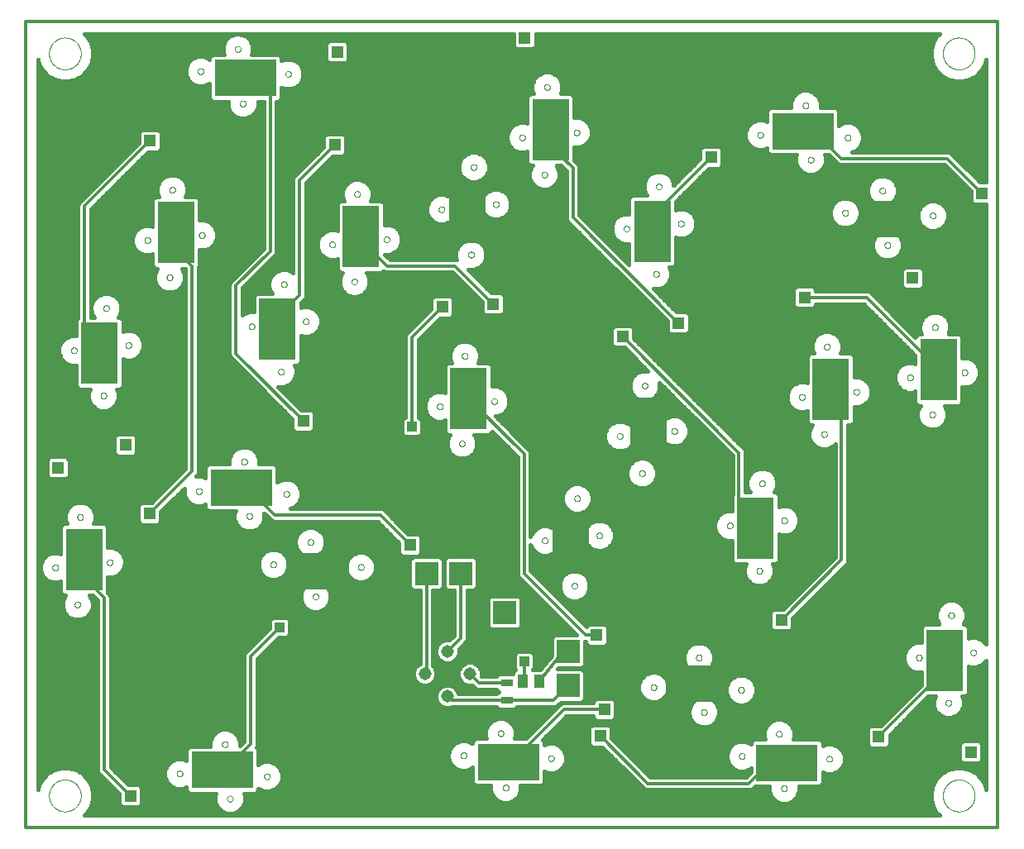
<source format=gtl>
G75*
%MOIN*%
%OFA0B0*%
%FSLAX25Y25*%
%IPPOS*%
%LPD*%
%AMOC8*
5,1,8,0,0,1.08239X$1,22.5*
%
%ADD10C,0.00000*%
%ADD11R,0.04724X0.03150*%
%ADD12C,0.05150*%
%ADD13R,0.15000X0.25000*%
%ADD14R,0.04992X0.04992*%
%ADD15R,0.25000X0.15000*%
%ADD16R,0.03937X0.05709*%
%ADD17C,0.01200*%
%ADD18R,0.03962X0.03962*%
%ADD19R,0.09449X0.09449*%
%ADD20C,0.01600*%
%ADD21R,0.08858X0.08858*%
D10*
X0031800Y0041800D02*
X0031800Y0366603D01*
X0423532Y0366603D01*
X0423532Y0041800D01*
X0031800Y0041800D01*
X0041131Y0054595D02*
X0041133Y0054755D01*
X0041139Y0054915D01*
X0041149Y0055075D01*
X0041163Y0055234D01*
X0041181Y0055393D01*
X0041203Y0055551D01*
X0041228Y0055709D01*
X0041258Y0055867D01*
X0041292Y0056023D01*
X0041329Y0056178D01*
X0041371Y0056333D01*
X0041416Y0056486D01*
X0041465Y0056639D01*
X0041518Y0056790D01*
X0041575Y0056939D01*
X0041635Y0057088D01*
X0041699Y0057234D01*
X0041766Y0057379D01*
X0041838Y0057523D01*
X0041912Y0057664D01*
X0041991Y0057804D01*
X0042072Y0057941D01*
X0042158Y0058077D01*
X0042246Y0058210D01*
X0042338Y0058341D01*
X0042433Y0058470D01*
X0042531Y0058596D01*
X0042632Y0058720D01*
X0042737Y0058841D01*
X0042844Y0058960D01*
X0042954Y0059076D01*
X0043067Y0059189D01*
X0043183Y0059299D01*
X0043302Y0059406D01*
X0043423Y0059511D01*
X0043547Y0059612D01*
X0043673Y0059710D01*
X0043802Y0059805D01*
X0043933Y0059897D01*
X0044066Y0059985D01*
X0044202Y0060071D01*
X0044340Y0060152D01*
X0044479Y0060231D01*
X0044620Y0060305D01*
X0044764Y0060377D01*
X0044909Y0060444D01*
X0045055Y0060508D01*
X0045204Y0060568D01*
X0045353Y0060625D01*
X0045504Y0060678D01*
X0045657Y0060727D01*
X0045810Y0060772D01*
X0045965Y0060814D01*
X0046120Y0060851D01*
X0046276Y0060885D01*
X0046434Y0060915D01*
X0046592Y0060940D01*
X0046750Y0060962D01*
X0046909Y0060980D01*
X0047068Y0060994D01*
X0047228Y0061004D01*
X0047388Y0061010D01*
X0047548Y0061012D01*
X0047708Y0061010D01*
X0047868Y0061004D01*
X0048028Y0060994D01*
X0048187Y0060980D01*
X0048346Y0060962D01*
X0048504Y0060940D01*
X0048662Y0060915D01*
X0048820Y0060885D01*
X0048976Y0060851D01*
X0049131Y0060814D01*
X0049286Y0060772D01*
X0049439Y0060727D01*
X0049592Y0060678D01*
X0049743Y0060625D01*
X0049892Y0060568D01*
X0050041Y0060508D01*
X0050187Y0060444D01*
X0050332Y0060377D01*
X0050476Y0060305D01*
X0050617Y0060231D01*
X0050757Y0060152D01*
X0050894Y0060071D01*
X0051030Y0059985D01*
X0051163Y0059897D01*
X0051294Y0059805D01*
X0051423Y0059710D01*
X0051549Y0059612D01*
X0051673Y0059511D01*
X0051794Y0059406D01*
X0051913Y0059299D01*
X0052029Y0059189D01*
X0052142Y0059076D01*
X0052252Y0058960D01*
X0052359Y0058841D01*
X0052464Y0058720D01*
X0052565Y0058596D01*
X0052663Y0058470D01*
X0052758Y0058341D01*
X0052850Y0058210D01*
X0052938Y0058077D01*
X0053024Y0057941D01*
X0053105Y0057803D01*
X0053184Y0057664D01*
X0053258Y0057523D01*
X0053330Y0057379D01*
X0053397Y0057234D01*
X0053461Y0057088D01*
X0053521Y0056939D01*
X0053578Y0056790D01*
X0053631Y0056639D01*
X0053680Y0056486D01*
X0053725Y0056333D01*
X0053767Y0056178D01*
X0053804Y0056023D01*
X0053838Y0055867D01*
X0053868Y0055709D01*
X0053893Y0055551D01*
X0053915Y0055393D01*
X0053933Y0055234D01*
X0053947Y0055075D01*
X0053957Y0054915D01*
X0053963Y0054755D01*
X0053965Y0054595D01*
X0053963Y0054435D01*
X0053957Y0054275D01*
X0053947Y0054115D01*
X0053933Y0053956D01*
X0053915Y0053797D01*
X0053893Y0053639D01*
X0053868Y0053481D01*
X0053838Y0053323D01*
X0053804Y0053167D01*
X0053767Y0053012D01*
X0053725Y0052857D01*
X0053680Y0052704D01*
X0053631Y0052551D01*
X0053578Y0052400D01*
X0053521Y0052251D01*
X0053461Y0052102D01*
X0053397Y0051956D01*
X0053330Y0051811D01*
X0053258Y0051667D01*
X0053184Y0051526D01*
X0053105Y0051386D01*
X0053024Y0051249D01*
X0052938Y0051113D01*
X0052850Y0050980D01*
X0052758Y0050849D01*
X0052663Y0050720D01*
X0052565Y0050594D01*
X0052464Y0050470D01*
X0052359Y0050349D01*
X0052252Y0050230D01*
X0052142Y0050114D01*
X0052029Y0050001D01*
X0051913Y0049891D01*
X0051794Y0049784D01*
X0051673Y0049679D01*
X0051549Y0049578D01*
X0051423Y0049480D01*
X0051294Y0049385D01*
X0051163Y0049293D01*
X0051030Y0049205D01*
X0050894Y0049119D01*
X0050756Y0049038D01*
X0050617Y0048959D01*
X0050476Y0048885D01*
X0050332Y0048813D01*
X0050187Y0048746D01*
X0050041Y0048682D01*
X0049892Y0048622D01*
X0049743Y0048565D01*
X0049592Y0048512D01*
X0049439Y0048463D01*
X0049286Y0048418D01*
X0049131Y0048376D01*
X0048976Y0048339D01*
X0048820Y0048305D01*
X0048662Y0048275D01*
X0048504Y0048250D01*
X0048346Y0048228D01*
X0048187Y0048210D01*
X0048028Y0048196D01*
X0047868Y0048186D01*
X0047708Y0048180D01*
X0047548Y0048178D01*
X0047388Y0048180D01*
X0047228Y0048186D01*
X0047068Y0048196D01*
X0046909Y0048210D01*
X0046750Y0048228D01*
X0046592Y0048250D01*
X0046434Y0048275D01*
X0046276Y0048305D01*
X0046120Y0048339D01*
X0045965Y0048376D01*
X0045810Y0048418D01*
X0045657Y0048463D01*
X0045504Y0048512D01*
X0045353Y0048565D01*
X0045204Y0048622D01*
X0045055Y0048682D01*
X0044909Y0048746D01*
X0044764Y0048813D01*
X0044620Y0048885D01*
X0044479Y0048959D01*
X0044339Y0049038D01*
X0044202Y0049119D01*
X0044066Y0049205D01*
X0043933Y0049293D01*
X0043802Y0049385D01*
X0043673Y0049480D01*
X0043547Y0049578D01*
X0043423Y0049679D01*
X0043302Y0049784D01*
X0043183Y0049891D01*
X0043067Y0050001D01*
X0042954Y0050114D01*
X0042844Y0050230D01*
X0042737Y0050349D01*
X0042632Y0050470D01*
X0042531Y0050594D01*
X0042433Y0050720D01*
X0042338Y0050849D01*
X0042246Y0050980D01*
X0042158Y0051113D01*
X0042072Y0051249D01*
X0041991Y0051387D01*
X0041912Y0051526D01*
X0041838Y0051667D01*
X0041766Y0051811D01*
X0041699Y0051956D01*
X0041635Y0052102D01*
X0041575Y0052251D01*
X0041518Y0052400D01*
X0041465Y0052551D01*
X0041416Y0052704D01*
X0041371Y0052857D01*
X0041329Y0053012D01*
X0041292Y0053167D01*
X0041258Y0053323D01*
X0041228Y0053481D01*
X0041203Y0053639D01*
X0041181Y0053797D01*
X0041163Y0053956D01*
X0041149Y0054115D01*
X0041139Y0054275D01*
X0041133Y0054435D01*
X0041131Y0054595D01*
X0092548Y0063414D02*
X0092550Y0063483D01*
X0092556Y0063551D01*
X0092566Y0063619D01*
X0092580Y0063686D01*
X0092598Y0063753D01*
X0092619Y0063818D01*
X0092645Y0063882D01*
X0092674Y0063944D01*
X0092706Y0064004D01*
X0092742Y0064063D01*
X0092782Y0064119D01*
X0092824Y0064173D01*
X0092870Y0064224D01*
X0092919Y0064273D01*
X0092970Y0064319D01*
X0093024Y0064361D01*
X0093080Y0064401D01*
X0093138Y0064437D01*
X0093199Y0064469D01*
X0093261Y0064498D01*
X0093325Y0064524D01*
X0093390Y0064545D01*
X0093457Y0064563D01*
X0093524Y0064577D01*
X0093592Y0064587D01*
X0093660Y0064593D01*
X0093729Y0064595D01*
X0093798Y0064593D01*
X0093866Y0064587D01*
X0093934Y0064577D01*
X0094001Y0064563D01*
X0094068Y0064545D01*
X0094133Y0064524D01*
X0094197Y0064498D01*
X0094259Y0064469D01*
X0094319Y0064437D01*
X0094378Y0064401D01*
X0094434Y0064361D01*
X0094488Y0064319D01*
X0094539Y0064273D01*
X0094588Y0064224D01*
X0094634Y0064173D01*
X0094676Y0064119D01*
X0094716Y0064063D01*
X0094752Y0064004D01*
X0094784Y0063944D01*
X0094813Y0063882D01*
X0094839Y0063818D01*
X0094860Y0063753D01*
X0094878Y0063686D01*
X0094892Y0063619D01*
X0094902Y0063551D01*
X0094908Y0063483D01*
X0094910Y0063414D01*
X0094908Y0063345D01*
X0094902Y0063277D01*
X0094892Y0063209D01*
X0094878Y0063142D01*
X0094860Y0063075D01*
X0094839Y0063010D01*
X0094813Y0062946D01*
X0094784Y0062884D01*
X0094752Y0062823D01*
X0094716Y0062765D01*
X0094676Y0062709D01*
X0094634Y0062655D01*
X0094588Y0062604D01*
X0094539Y0062555D01*
X0094488Y0062509D01*
X0094434Y0062467D01*
X0094378Y0062427D01*
X0094320Y0062391D01*
X0094259Y0062359D01*
X0094197Y0062330D01*
X0094133Y0062304D01*
X0094068Y0062283D01*
X0094001Y0062265D01*
X0093934Y0062251D01*
X0093866Y0062241D01*
X0093798Y0062235D01*
X0093729Y0062233D01*
X0093660Y0062235D01*
X0093592Y0062241D01*
X0093524Y0062251D01*
X0093457Y0062265D01*
X0093390Y0062283D01*
X0093325Y0062304D01*
X0093261Y0062330D01*
X0093199Y0062359D01*
X0093138Y0062391D01*
X0093080Y0062427D01*
X0093024Y0062467D01*
X0092970Y0062509D01*
X0092919Y0062555D01*
X0092870Y0062604D01*
X0092824Y0062655D01*
X0092782Y0062709D01*
X0092742Y0062765D01*
X0092706Y0062823D01*
X0092674Y0062884D01*
X0092645Y0062946D01*
X0092619Y0063010D01*
X0092598Y0063075D01*
X0092580Y0063142D01*
X0092566Y0063209D01*
X0092556Y0063277D01*
X0092550Y0063345D01*
X0092548Y0063414D01*
X0110816Y0075304D02*
X0110818Y0075373D01*
X0110824Y0075441D01*
X0110834Y0075509D01*
X0110848Y0075576D01*
X0110866Y0075643D01*
X0110887Y0075708D01*
X0110913Y0075772D01*
X0110942Y0075834D01*
X0110974Y0075894D01*
X0111010Y0075953D01*
X0111050Y0076009D01*
X0111092Y0076063D01*
X0111138Y0076114D01*
X0111187Y0076163D01*
X0111238Y0076209D01*
X0111292Y0076251D01*
X0111348Y0076291D01*
X0111406Y0076327D01*
X0111467Y0076359D01*
X0111529Y0076388D01*
X0111593Y0076414D01*
X0111658Y0076435D01*
X0111725Y0076453D01*
X0111792Y0076467D01*
X0111860Y0076477D01*
X0111928Y0076483D01*
X0111997Y0076485D01*
X0112066Y0076483D01*
X0112134Y0076477D01*
X0112202Y0076467D01*
X0112269Y0076453D01*
X0112336Y0076435D01*
X0112401Y0076414D01*
X0112465Y0076388D01*
X0112527Y0076359D01*
X0112587Y0076327D01*
X0112646Y0076291D01*
X0112702Y0076251D01*
X0112756Y0076209D01*
X0112807Y0076163D01*
X0112856Y0076114D01*
X0112902Y0076063D01*
X0112944Y0076009D01*
X0112984Y0075953D01*
X0113020Y0075894D01*
X0113052Y0075834D01*
X0113081Y0075772D01*
X0113107Y0075708D01*
X0113128Y0075643D01*
X0113146Y0075576D01*
X0113160Y0075509D01*
X0113170Y0075441D01*
X0113176Y0075373D01*
X0113178Y0075304D01*
X0113176Y0075235D01*
X0113170Y0075167D01*
X0113160Y0075099D01*
X0113146Y0075032D01*
X0113128Y0074965D01*
X0113107Y0074900D01*
X0113081Y0074836D01*
X0113052Y0074774D01*
X0113020Y0074713D01*
X0112984Y0074655D01*
X0112944Y0074599D01*
X0112902Y0074545D01*
X0112856Y0074494D01*
X0112807Y0074445D01*
X0112756Y0074399D01*
X0112702Y0074357D01*
X0112646Y0074317D01*
X0112588Y0074281D01*
X0112527Y0074249D01*
X0112465Y0074220D01*
X0112401Y0074194D01*
X0112336Y0074173D01*
X0112269Y0074155D01*
X0112202Y0074141D01*
X0112134Y0074131D01*
X0112066Y0074125D01*
X0111997Y0074123D01*
X0111928Y0074125D01*
X0111860Y0074131D01*
X0111792Y0074141D01*
X0111725Y0074155D01*
X0111658Y0074173D01*
X0111593Y0074194D01*
X0111529Y0074220D01*
X0111467Y0074249D01*
X0111406Y0074281D01*
X0111348Y0074317D01*
X0111292Y0074357D01*
X0111238Y0074399D01*
X0111187Y0074445D01*
X0111138Y0074494D01*
X0111092Y0074545D01*
X0111050Y0074599D01*
X0111010Y0074655D01*
X0110974Y0074713D01*
X0110942Y0074774D01*
X0110913Y0074836D01*
X0110887Y0074900D01*
X0110866Y0074965D01*
X0110848Y0075032D01*
X0110834Y0075099D01*
X0110824Y0075167D01*
X0110818Y0075235D01*
X0110816Y0075304D01*
X0127824Y0062312D02*
X0127826Y0062381D01*
X0127832Y0062449D01*
X0127842Y0062517D01*
X0127856Y0062584D01*
X0127874Y0062651D01*
X0127895Y0062716D01*
X0127921Y0062780D01*
X0127950Y0062842D01*
X0127982Y0062902D01*
X0128018Y0062961D01*
X0128058Y0063017D01*
X0128100Y0063071D01*
X0128146Y0063122D01*
X0128195Y0063171D01*
X0128246Y0063217D01*
X0128300Y0063259D01*
X0128356Y0063299D01*
X0128414Y0063335D01*
X0128475Y0063367D01*
X0128537Y0063396D01*
X0128601Y0063422D01*
X0128666Y0063443D01*
X0128733Y0063461D01*
X0128800Y0063475D01*
X0128868Y0063485D01*
X0128936Y0063491D01*
X0129005Y0063493D01*
X0129074Y0063491D01*
X0129142Y0063485D01*
X0129210Y0063475D01*
X0129277Y0063461D01*
X0129344Y0063443D01*
X0129409Y0063422D01*
X0129473Y0063396D01*
X0129535Y0063367D01*
X0129595Y0063335D01*
X0129654Y0063299D01*
X0129710Y0063259D01*
X0129764Y0063217D01*
X0129815Y0063171D01*
X0129864Y0063122D01*
X0129910Y0063071D01*
X0129952Y0063017D01*
X0129992Y0062961D01*
X0130028Y0062902D01*
X0130060Y0062842D01*
X0130089Y0062780D01*
X0130115Y0062716D01*
X0130136Y0062651D01*
X0130154Y0062584D01*
X0130168Y0062517D01*
X0130178Y0062449D01*
X0130184Y0062381D01*
X0130186Y0062312D01*
X0130184Y0062243D01*
X0130178Y0062175D01*
X0130168Y0062107D01*
X0130154Y0062040D01*
X0130136Y0061973D01*
X0130115Y0061908D01*
X0130089Y0061844D01*
X0130060Y0061782D01*
X0130028Y0061721D01*
X0129992Y0061663D01*
X0129952Y0061607D01*
X0129910Y0061553D01*
X0129864Y0061502D01*
X0129815Y0061453D01*
X0129764Y0061407D01*
X0129710Y0061365D01*
X0129654Y0061325D01*
X0129596Y0061289D01*
X0129535Y0061257D01*
X0129473Y0061228D01*
X0129409Y0061202D01*
X0129344Y0061181D01*
X0129277Y0061163D01*
X0129210Y0061149D01*
X0129142Y0061139D01*
X0129074Y0061133D01*
X0129005Y0061131D01*
X0128936Y0061133D01*
X0128868Y0061139D01*
X0128800Y0061149D01*
X0128733Y0061163D01*
X0128666Y0061181D01*
X0128601Y0061202D01*
X0128537Y0061228D01*
X0128475Y0061257D01*
X0128414Y0061289D01*
X0128356Y0061325D01*
X0128300Y0061365D01*
X0128246Y0061407D01*
X0128195Y0061453D01*
X0128146Y0061502D01*
X0128100Y0061553D01*
X0128058Y0061607D01*
X0128018Y0061663D01*
X0127982Y0061721D01*
X0127950Y0061782D01*
X0127921Y0061844D01*
X0127895Y0061908D01*
X0127874Y0061973D01*
X0127856Y0062040D01*
X0127842Y0062107D01*
X0127832Y0062175D01*
X0127826Y0062243D01*
X0127824Y0062312D01*
X0112863Y0053375D02*
X0112865Y0053444D01*
X0112871Y0053512D01*
X0112881Y0053580D01*
X0112895Y0053647D01*
X0112913Y0053714D01*
X0112934Y0053779D01*
X0112960Y0053843D01*
X0112989Y0053905D01*
X0113021Y0053965D01*
X0113057Y0054024D01*
X0113097Y0054080D01*
X0113139Y0054134D01*
X0113185Y0054185D01*
X0113234Y0054234D01*
X0113285Y0054280D01*
X0113339Y0054322D01*
X0113395Y0054362D01*
X0113453Y0054398D01*
X0113514Y0054430D01*
X0113576Y0054459D01*
X0113640Y0054485D01*
X0113705Y0054506D01*
X0113772Y0054524D01*
X0113839Y0054538D01*
X0113907Y0054548D01*
X0113975Y0054554D01*
X0114044Y0054556D01*
X0114113Y0054554D01*
X0114181Y0054548D01*
X0114249Y0054538D01*
X0114316Y0054524D01*
X0114383Y0054506D01*
X0114448Y0054485D01*
X0114512Y0054459D01*
X0114574Y0054430D01*
X0114634Y0054398D01*
X0114693Y0054362D01*
X0114749Y0054322D01*
X0114803Y0054280D01*
X0114854Y0054234D01*
X0114903Y0054185D01*
X0114949Y0054134D01*
X0114991Y0054080D01*
X0115031Y0054024D01*
X0115067Y0053965D01*
X0115099Y0053905D01*
X0115128Y0053843D01*
X0115154Y0053779D01*
X0115175Y0053714D01*
X0115193Y0053647D01*
X0115207Y0053580D01*
X0115217Y0053512D01*
X0115223Y0053444D01*
X0115225Y0053375D01*
X0115223Y0053306D01*
X0115217Y0053238D01*
X0115207Y0053170D01*
X0115193Y0053103D01*
X0115175Y0053036D01*
X0115154Y0052971D01*
X0115128Y0052907D01*
X0115099Y0052845D01*
X0115067Y0052784D01*
X0115031Y0052726D01*
X0114991Y0052670D01*
X0114949Y0052616D01*
X0114903Y0052565D01*
X0114854Y0052516D01*
X0114803Y0052470D01*
X0114749Y0052428D01*
X0114693Y0052388D01*
X0114635Y0052352D01*
X0114574Y0052320D01*
X0114512Y0052291D01*
X0114448Y0052265D01*
X0114383Y0052244D01*
X0114316Y0052226D01*
X0114249Y0052212D01*
X0114181Y0052202D01*
X0114113Y0052196D01*
X0114044Y0052194D01*
X0113975Y0052196D01*
X0113907Y0052202D01*
X0113839Y0052212D01*
X0113772Y0052226D01*
X0113705Y0052244D01*
X0113640Y0052265D01*
X0113576Y0052291D01*
X0113514Y0052320D01*
X0113453Y0052352D01*
X0113395Y0052388D01*
X0113339Y0052428D01*
X0113285Y0052470D01*
X0113234Y0052516D01*
X0113185Y0052565D01*
X0113139Y0052616D01*
X0113097Y0052670D01*
X0113057Y0052726D01*
X0113021Y0052784D01*
X0112989Y0052845D01*
X0112960Y0052907D01*
X0112934Y0052971D01*
X0112913Y0053036D01*
X0112895Y0053103D01*
X0112881Y0053170D01*
X0112871Y0053238D01*
X0112865Y0053306D01*
X0112863Y0053375D01*
X0147351Y0134831D02*
X0147353Y0134900D01*
X0147359Y0134968D01*
X0147369Y0135036D01*
X0147383Y0135103D01*
X0147401Y0135170D01*
X0147422Y0135235D01*
X0147448Y0135299D01*
X0147477Y0135361D01*
X0147509Y0135421D01*
X0147545Y0135480D01*
X0147585Y0135536D01*
X0147627Y0135590D01*
X0147673Y0135641D01*
X0147722Y0135690D01*
X0147773Y0135736D01*
X0147827Y0135778D01*
X0147883Y0135818D01*
X0147941Y0135854D01*
X0148002Y0135886D01*
X0148064Y0135915D01*
X0148128Y0135941D01*
X0148193Y0135962D01*
X0148260Y0135980D01*
X0148327Y0135994D01*
X0148395Y0136004D01*
X0148463Y0136010D01*
X0148532Y0136012D01*
X0148601Y0136010D01*
X0148669Y0136004D01*
X0148737Y0135994D01*
X0148804Y0135980D01*
X0148871Y0135962D01*
X0148936Y0135941D01*
X0149000Y0135915D01*
X0149062Y0135886D01*
X0149122Y0135854D01*
X0149181Y0135818D01*
X0149237Y0135778D01*
X0149291Y0135736D01*
X0149342Y0135690D01*
X0149391Y0135641D01*
X0149437Y0135590D01*
X0149479Y0135536D01*
X0149519Y0135480D01*
X0149555Y0135421D01*
X0149587Y0135361D01*
X0149616Y0135299D01*
X0149642Y0135235D01*
X0149663Y0135170D01*
X0149681Y0135103D01*
X0149695Y0135036D01*
X0149705Y0134968D01*
X0149711Y0134900D01*
X0149713Y0134831D01*
X0149711Y0134762D01*
X0149705Y0134694D01*
X0149695Y0134626D01*
X0149681Y0134559D01*
X0149663Y0134492D01*
X0149642Y0134427D01*
X0149616Y0134363D01*
X0149587Y0134301D01*
X0149555Y0134240D01*
X0149519Y0134182D01*
X0149479Y0134126D01*
X0149437Y0134072D01*
X0149391Y0134021D01*
X0149342Y0133972D01*
X0149291Y0133926D01*
X0149237Y0133884D01*
X0149181Y0133844D01*
X0149123Y0133808D01*
X0149062Y0133776D01*
X0149000Y0133747D01*
X0148936Y0133721D01*
X0148871Y0133700D01*
X0148804Y0133682D01*
X0148737Y0133668D01*
X0148669Y0133658D01*
X0148601Y0133652D01*
X0148532Y0133650D01*
X0148463Y0133652D01*
X0148395Y0133658D01*
X0148327Y0133668D01*
X0148260Y0133682D01*
X0148193Y0133700D01*
X0148128Y0133721D01*
X0148064Y0133747D01*
X0148002Y0133776D01*
X0147941Y0133808D01*
X0147883Y0133844D01*
X0147827Y0133884D01*
X0147773Y0133926D01*
X0147722Y0133972D01*
X0147673Y0134021D01*
X0147627Y0134072D01*
X0147585Y0134126D01*
X0147545Y0134182D01*
X0147509Y0134240D01*
X0147477Y0134301D01*
X0147448Y0134363D01*
X0147422Y0134427D01*
X0147401Y0134492D01*
X0147383Y0134559D01*
X0147369Y0134626D01*
X0147359Y0134694D01*
X0147353Y0134762D01*
X0147351Y0134831D01*
X0130343Y0147824D02*
X0130345Y0147893D01*
X0130351Y0147961D01*
X0130361Y0148029D01*
X0130375Y0148096D01*
X0130393Y0148163D01*
X0130414Y0148228D01*
X0130440Y0148292D01*
X0130469Y0148354D01*
X0130501Y0148414D01*
X0130537Y0148473D01*
X0130577Y0148529D01*
X0130619Y0148583D01*
X0130665Y0148634D01*
X0130714Y0148683D01*
X0130765Y0148729D01*
X0130819Y0148771D01*
X0130875Y0148811D01*
X0130933Y0148847D01*
X0130994Y0148879D01*
X0131056Y0148908D01*
X0131120Y0148934D01*
X0131185Y0148955D01*
X0131252Y0148973D01*
X0131319Y0148987D01*
X0131387Y0148997D01*
X0131455Y0149003D01*
X0131524Y0149005D01*
X0131593Y0149003D01*
X0131661Y0148997D01*
X0131729Y0148987D01*
X0131796Y0148973D01*
X0131863Y0148955D01*
X0131928Y0148934D01*
X0131992Y0148908D01*
X0132054Y0148879D01*
X0132114Y0148847D01*
X0132173Y0148811D01*
X0132229Y0148771D01*
X0132283Y0148729D01*
X0132334Y0148683D01*
X0132383Y0148634D01*
X0132429Y0148583D01*
X0132471Y0148529D01*
X0132511Y0148473D01*
X0132547Y0148414D01*
X0132579Y0148354D01*
X0132608Y0148292D01*
X0132634Y0148228D01*
X0132655Y0148163D01*
X0132673Y0148096D01*
X0132687Y0148029D01*
X0132697Y0147961D01*
X0132703Y0147893D01*
X0132705Y0147824D01*
X0132703Y0147755D01*
X0132697Y0147687D01*
X0132687Y0147619D01*
X0132673Y0147552D01*
X0132655Y0147485D01*
X0132634Y0147420D01*
X0132608Y0147356D01*
X0132579Y0147294D01*
X0132547Y0147233D01*
X0132511Y0147175D01*
X0132471Y0147119D01*
X0132429Y0147065D01*
X0132383Y0147014D01*
X0132334Y0146965D01*
X0132283Y0146919D01*
X0132229Y0146877D01*
X0132173Y0146837D01*
X0132115Y0146801D01*
X0132054Y0146769D01*
X0131992Y0146740D01*
X0131928Y0146714D01*
X0131863Y0146693D01*
X0131796Y0146675D01*
X0131729Y0146661D01*
X0131661Y0146651D01*
X0131593Y0146645D01*
X0131524Y0146643D01*
X0131455Y0146645D01*
X0131387Y0146651D01*
X0131319Y0146661D01*
X0131252Y0146675D01*
X0131185Y0146693D01*
X0131120Y0146714D01*
X0131056Y0146740D01*
X0130994Y0146769D01*
X0130933Y0146801D01*
X0130875Y0146837D01*
X0130819Y0146877D01*
X0130765Y0146919D01*
X0130714Y0146965D01*
X0130665Y0147014D01*
X0130619Y0147065D01*
X0130577Y0147119D01*
X0130537Y0147175D01*
X0130501Y0147233D01*
X0130469Y0147294D01*
X0130440Y0147356D01*
X0130414Y0147420D01*
X0130393Y0147485D01*
X0130375Y0147552D01*
X0130361Y0147619D01*
X0130351Y0147687D01*
X0130345Y0147755D01*
X0130343Y0147824D01*
X0145304Y0156761D02*
X0145306Y0156830D01*
X0145312Y0156898D01*
X0145322Y0156966D01*
X0145336Y0157033D01*
X0145354Y0157100D01*
X0145375Y0157165D01*
X0145401Y0157229D01*
X0145430Y0157291D01*
X0145462Y0157351D01*
X0145498Y0157410D01*
X0145538Y0157466D01*
X0145580Y0157520D01*
X0145626Y0157571D01*
X0145675Y0157620D01*
X0145726Y0157666D01*
X0145780Y0157708D01*
X0145836Y0157748D01*
X0145894Y0157784D01*
X0145955Y0157816D01*
X0146017Y0157845D01*
X0146081Y0157871D01*
X0146146Y0157892D01*
X0146213Y0157910D01*
X0146280Y0157924D01*
X0146348Y0157934D01*
X0146416Y0157940D01*
X0146485Y0157942D01*
X0146554Y0157940D01*
X0146622Y0157934D01*
X0146690Y0157924D01*
X0146757Y0157910D01*
X0146824Y0157892D01*
X0146889Y0157871D01*
X0146953Y0157845D01*
X0147015Y0157816D01*
X0147075Y0157784D01*
X0147134Y0157748D01*
X0147190Y0157708D01*
X0147244Y0157666D01*
X0147295Y0157620D01*
X0147344Y0157571D01*
X0147390Y0157520D01*
X0147432Y0157466D01*
X0147472Y0157410D01*
X0147508Y0157351D01*
X0147540Y0157291D01*
X0147569Y0157229D01*
X0147595Y0157165D01*
X0147616Y0157100D01*
X0147634Y0157033D01*
X0147648Y0156966D01*
X0147658Y0156898D01*
X0147664Y0156830D01*
X0147666Y0156761D01*
X0147664Y0156692D01*
X0147658Y0156624D01*
X0147648Y0156556D01*
X0147634Y0156489D01*
X0147616Y0156422D01*
X0147595Y0156357D01*
X0147569Y0156293D01*
X0147540Y0156231D01*
X0147508Y0156170D01*
X0147472Y0156112D01*
X0147432Y0156056D01*
X0147390Y0156002D01*
X0147344Y0155951D01*
X0147295Y0155902D01*
X0147244Y0155856D01*
X0147190Y0155814D01*
X0147134Y0155774D01*
X0147076Y0155738D01*
X0147015Y0155706D01*
X0146953Y0155677D01*
X0146889Y0155651D01*
X0146824Y0155630D01*
X0146757Y0155612D01*
X0146690Y0155598D01*
X0146622Y0155588D01*
X0146554Y0155582D01*
X0146485Y0155580D01*
X0146416Y0155582D01*
X0146348Y0155588D01*
X0146280Y0155598D01*
X0146213Y0155612D01*
X0146146Y0155630D01*
X0146081Y0155651D01*
X0146017Y0155677D01*
X0145955Y0155706D01*
X0145894Y0155738D01*
X0145836Y0155774D01*
X0145780Y0155814D01*
X0145726Y0155856D01*
X0145675Y0155902D01*
X0145626Y0155951D01*
X0145580Y0156002D01*
X0145538Y0156056D01*
X0145498Y0156112D01*
X0145462Y0156170D01*
X0145430Y0156231D01*
X0145401Y0156293D01*
X0145375Y0156357D01*
X0145354Y0156422D01*
X0145336Y0156489D01*
X0145322Y0156556D01*
X0145312Y0156624D01*
X0145306Y0156692D01*
X0145304Y0156761D01*
X0135619Y0176209D02*
X0135621Y0176278D01*
X0135627Y0176346D01*
X0135637Y0176414D01*
X0135651Y0176481D01*
X0135669Y0176548D01*
X0135690Y0176613D01*
X0135716Y0176677D01*
X0135745Y0176739D01*
X0135777Y0176799D01*
X0135813Y0176858D01*
X0135853Y0176914D01*
X0135895Y0176968D01*
X0135941Y0177019D01*
X0135990Y0177068D01*
X0136041Y0177114D01*
X0136095Y0177156D01*
X0136151Y0177196D01*
X0136209Y0177232D01*
X0136270Y0177264D01*
X0136332Y0177293D01*
X0136396Y0177319D01*
X0136461Y0177340D01*
X0136528Y0177358D01*
X0136595Y0177372D01*
X0136663Y0177382D01*
X0136731Y0177388D01*
X0136800Y0177390D01*
X0136869Y0177388D01*
X0136937Y0177382D01*
X0137005Y0177372D01*
X0137072Y0177358D01*
X0137139Y0177340D01*
X0137204Y0177319D01*
X0137268Y0177293D01*
X0137330Y0177264D01*
X0137390Y0177232D01*
X0137449Y0177196D01*
X0137505Y0177156D01*
X0137559Y0177114D01*
X0137610Y0177068D01*
X0137659Y0177019D01*
X0137705Y0176968D01*
X0137747Y0176914D01*
X0137787Y0176858D01*
X0137823Y0176799D01*
X0137855Y0176739D01*
X0137884Y0176677D01*
X0137910Y0176613D01*
X0137931Y0176548D01*
X0137949Y0176481D01*
X0137963Y0176414D01*
X0137973Y0176346D01*
X0137979Y0176278D01*
X0137981Y0176209D01*
X0137979Y0176140D01*
X0137973Y0176072D01*
X0137963Y0176004D01*
X0137949Y0175937D01*
X0137931Y0175870D01*
X0137910Y0175805D01*
X0137884Y0175741D01*
X0137855Y0175679D01*
X0137823Y0175618D01*
X0137787Y0175560D01*
X0137747Y0175504D01*
X0137705Y0175450D01*
X0137659Y0175399D01*
X0137610Y0175350D01*
X0137559Y0175304D01*
X0137505Y0175262D01*
X0137449Y0175222D01*
X0137391Y0175186D01*
X0137330Y0175154D01*
X0137268Y0175125D01*
X0137204Y0175099D01*
X0137139Y0175078D01*
X0137072Y0175060D01*
X0137005Y0175046D01*
X0136937Y0175036D01*
X0136869Y0175030D01*
X0136800Y0175028D01*
X0136731Y0175030D01*
X0136663Y0175036D01*
X0136595Y0175046D01*
X0136528Y0175060D01*
X0136461Y0175078D01*
X0136396Y0175099D01*
X0136332Y0175125D01*
X0136270Y0175154D01*
X0136209Y0175186D01*
X0136151Y0175222D01*
X0136095Y0175262D01*
X0136041Y0175304D01*
X0135990Y0175350D01*
X0135941Y0175399D01*
X0135895Y0175450D01*
X0135853Y0175504D01*
X0135813Y0175560D01*
X0135777Y0175618D01*
X0135745Y0175679D01*
X0135716Y0175741D01*
X0135690Y0175805D01*
X0135669Y0175870D01*
X0135651Y0175937D01*
X0135637Y0176004D01*
X0135627Y0176072D01*
X0135621Y0176140D01*
X0135619Y0176209D01*
X0120658Y0167272D02*
X0120660Y0167341D01*
X0120666Y0167409D01*
X0120676Y0167477D01*
X0120690Y0167544D01*
X0120708Y0167611D01*
X0120729Y0167676D01*
X0120755Y0167740D01*
X0120784Y0167802D01*
X0120816Y0167862D01*
X0120852Y0167921D01*
X0120892Y0167977D01*
X0120934Y0168031D01*
X0120980Y0168082D01*
X0121029Y0168131D01*
X0121080Y0168177D01*
X0121134Y0168219D01*
X0121190Y0168259D01*
X0121248Y0168295D01*
X0121309Y0168327D01*
X0121371Y0168356D01*
X0121435Y0168382D01*
X0121500Y0168403D01*
X0121567Y0168421D01*
X0121634Y0168435D01*
X0121702Y0168445D01*
X0121770Y0168451D01*
X0121839Y0168453D01*
X0121908Y0168451D01*
X0121976Y0168445D01*
X0122044Y0168435D01*
X0122111Y0168421D01*
X0122178Y0168403D01*
X0122243Y0168382D01*
X0122307Y0168356D01*
X0122369Y0168327D01*
X0122429Y0168295D01*
X0122488Y0168259D01*
X0122544Y0168219D01*
X0122598Y0168177D01*
X0122649Y0168131D01*
X0122698Y0168082D01*
X0122744Y0168031D01*
X0122786Y0167977D01*
X0122826Y0167921D01*
X0122862Y0167862D01*
X0122894Y0167802D01*
X0122923Y0167740D01*
X0122949Y0167676D01*
X0122970Y0167611D01*
X0122988Y0167544D01*
X0123002Y0167477D01*
X0123012Y0167409D01*
X0123018Y0167341D01*
X0123020Y0167272D01*
X0123018Y0167203D01*
X0123012Y0167135D01*
X0123002Y0167067D01*
X0122988Y0167000D01*
X0122970Y0166933D01*
X0122949Y0166868D01*
X0122923Y0166804D01*
X0122894Y0166742D01*
X0122862Y0166681D01*
X0122826Y0166623D01*
X0122786Y0166567D01*
X0122744Y0166513D01*
X0122698Y0166462D01*
X0122649Y0166413D01*
X0122598Y0166367D01*
X0122544Y0166325D01*
X0122488Y0166285D01*
X0122430Y0166249D01*
X0122369Y0166217D01*
X0122307Y0166188D01*
X0122243Y0166162D01*
X0122178Y0166141D01*
X0122111Y0166123D01*
X0122044Y0166109D01*
X0121976Y0166099D01*
X0121908Y0166093D01*
X0121839Y0166091D01*
X0121770Y0166093D01*
X0121702Y0166099D01*
X0121634Y0166109D01*
X0121567Y0166123D01*
X0121500Y0166141D01*
X0121435Y0166162D01*
X0121371Y0166188D01*
X0121309Y0166217D01*
X0121248Y0166249D01*
X0121190Y0166285D01*
X0121134Y0166325D01*
X0121080Y0166367D01*
X0121029Y0166413D01*
X0120980Y0166462D01*
X0120934Y0166513D01*
X0120892Y0166567D01*
X0120852Y0166623D01*
X0120816Y0166681D01*
X0120784Y0166742D01*
X0120755Y0166804D01*
X0120729Y0166868D01*
X0120708Y0166933D01*
X0120690Y0167000D01*
X0120676Y0167067D01*
X0120666Y0167135D01*
X0120660Y0167203D01*
X0120658Y0167272D01*
X0100343Y0177312D02*
X0100345Y0177381D01*
X0100351Y0177449D01*
X0100361Y0177517D01*
X0100375Y0177584D01*
X0100393Y0177651D01*
X0100414Y0177716D01*
X0100440Y0177780D01*
X0100469Y0177842D01*
X0100501Y0177902D01*
X0100537Y0177961D01*
X0100577Y0178017D01*
X0100619Y0178071D01*
X0100665Y0178122D01*
X0100714Y0178171D01*
X0100765Y0178217D01*
X0100819Y0178259D01*
X0100875Y0178299D01*
X0100933Y0178335D01*
X0100994Y0178367D01*
X0101056Y0178396D01*
X0101120Y0178422D01*
X0101185Y0178443D01*
X0101252Y0178461D01*
X0101319Y0178475D01*
X0101387Y0178485D01*
X0101455Y0178491D01*
X0101524Y0178493D01*
X0101593Y0178491D01*
X0101661Y0178485D01*
X0101729Y0178475D01*
X0101796Y0178461D01*
X0101863Y0178443D01*
X0101928Y0178422D01*
X0101992Y0178396D01*
X0102054Y0178367D01*
X0102114Y0178335D01*
X0102173Y0178299D01*
X0102229Y0178259D01*
X0102283Y0178217D01*
X0102334Y0178171D01*
X0102383Y0178122D01*
X0102429Y0178071D01*
X0102471Y0178017D01*
X0102511Y0177961D01*
X0102547Y0177902D01*
X0102579Y0177842D01*
X0102608Y0177780D01*
X0102634Y0177716D01*
X0102655Y0177651D01*
X0102673Y0177584D01*
X0102687Y0177517D01*
X0102697Y0177449D01*
X0102703Y0177381D01*
X0102705Y0177312D01*
X0102703Y0177243D01*
X0102697Y0177175D01*
X0102687Y0177107D01*
X0102673Y0177040D01*
X0102655Y0176973D01*
X0102634Y0176908D01*
X0102608Y0176844D01*
X0102579Y0176782D01*
X0102547Y0176721D01*
X0102511Y0176663D01*
X0102471Y0176607D01*
X0102429Y0176553D01*
X0102383Y0176502D01*
X0102334Y0176453D01*
X0102283Y0176407D01*
X0102229Y0176365D01*
X0102173Y0176325D01*
X0102115Y0176289D01*
X0102054Y0176257D01*
X0101992Y0176228D01*
X0101928Y0176202D01*
X0101863Y0176181D01*
X0101796Y0176163D01*
X0101729Y0176149D01*
X0101661Y0176139D01*
X0101593Y0176133D01*
X0101524Y0176131D01*
X0101455Y0176133D01*
X0101387Y0176139D01*
X0101319Y0176149D01*
X0101252Y0176163D01*
X0101185Y0176181D01*
X0101120Y0176202D01*
X0101056Y0176228D01*
X0100994Y0176257D01*
X0100933Y0176289D01*
X0100875Y0176325D01*
X0100819Y0176365D01*
X0100765Y0176407D01*
X0100714Y0176453D01*
X0100665Y0176502D01*
X0100619Y0176553D01*
X0100577Y0176607D01*
X0100537Y0176663D01*
X0100501Y0176721D01*
X0100469Y0176782D01*
X0100440Y0176844D01*
X0100414Y0176908D01*
X0100393Y0176973D01*
X0100375Y0177040D01*
X0100361Y0177107D01*
X0100351Y0177175D01*
X0100345Y0177243D01*
X0100343Y0177312D01*
X0118611Y0189202D02*
X0118613Y0189271D01*
X0118619Y0189339D01*
X0118629Y0189407D01*
X0118643Y0189474D01*
X0118661Y0189541D01*
X0118682Y0189606D01*
X0118708Y0189670D01*
X0118737Y0189732D01*
X0118769Y0189792D01*
X0118805Y0189851D01*
X0118845Y0189907D01*
X0118887Y0189961D01*
X0118933Y0190012D01*
X0118982Y0190061D01*
X0119033Y0190107D01*
X0119087Y0190149D01*
X0119143Y0190189D01*
X0119201Y0190225D01*
X0119262Y0190257D01*
X0119324Y0190286D01*
X0119388Y0190312D01*
X0119453Y0190333D01*
X0119520Y0190351D01*
X0119587Y0190365D01*
X0119655Y0190375D01*
X0119723Y0190381D01*
X0119792Y0190383D01*
X0119861Y0190381D01*
X0119929Y0190375D01*
X0119997Y0190365D01*
X0120064Y0190351D01*
X0120131Y0190333D01*
X0120196Y0190312D01*
X0120260Y0190286D01*
X0120322Y0190257D01*
X0120382Y0190225D01*
X0120441Y0190189D01*
X0120497Y0190149D01*
X0120551Y0190107D01*
X0120602Y0190061D01*
X0120651Y0190012D01*
X0120697Y0189961D01*
X0120739Y0189907D01*
X0120779Y0189851D01*
X0120815Y0189792D01*
X0120847Y0189732D01*
X0120876Y0189670D01*
X0120902Y0189606D01*
X0120923Y0189541D01*
X0120941Y0189474D01*
X0120955Y0189407D01*
X0120965Y0189339D01*
X0120971Y0189271D01*
X0120973Y0189202D01*
X0120971Y0189133D01*
X0120965Y0189065D01*
X0120955Y0188997D01*
X0120941Y0188930D01*
X0120923Y0188863D01*
X0120902Y0188798D01*
X0120876Y0188734D01*
X0120847Y0188672D01*
X0120815Y0188611D01*
X0120779Y0188553D01*
X0120739Y0188497D01*
X0120697Y0188443D01*
X0120651Y0188392D01*
X0120602Y0188343D01*
X0120551Y0188297D01*
X0120497Y0188255D01*
X0120441Y0188215D01*
X0120383Y0188179D01*
X0120322Y0188147D01*
X0120260Y0188118D01*
X0120196Y0188092D01*
X0120131Y0188071D01*
X0120064Y0188053D01*
X0119997Y0188039D01*
X0119929Y0188029D01*
X0119861Y0188023D01*
X0119792Y0188021D01*
X0119723Y0188023D01*
X0119655Y0188029D01*
X0119587Y0188039D01*
X0119520Y0188053D01*
X0119453Y0188071D01*
X0119388Y0188092D01*
X0119324Y0188118D01*
X0119262Y0188147D01*
X0119201Y0188179D01*
X0119143Y0188215D01*
X0119087Y0188255D01*
X0119033Y0188297D01*
X0118982Y0188343D01*
X0118933Y0188392D01*
X0118887Y0188443D01*
X0118845Y0188497D01*
X0118805Y0188553D01*
X0118769Y0188611D01*
X0118737Y0188672D01*
X0118708Y0188734D01*
X0118682Y0188798D01*
X0118661Y0188863D01*
X0118643Y0188930D01*
X0118629Y0188997D01*
X0118619Y0189065D01*
X0118613Y0189133D01*
X0118611Y0189202D01*
X0133454Y0225461D02*
X0133456Y0225530D01*
X0133462Y0225598D01*
X0133472Y0225666D01*
X0133486Y0225733D01*
X0133504Y0225800D01*
X0133525Y0225865D01*
X0133551Y0225929D01*
X0133580Y0225991D01*
X0133612Y0226051D01*
X0133648Y0226110D01*
X0133688Y0226166D01*
X0133730Y0226220D01*
X0133776Y0226271D01*
X0133825Y0226320D01*
X0133876Y0226366D01*
X0133930Y0226408D01*
X0133986Y0226448D01*
X0134044Y0226484D01*
X0134105Y0226516D01*
X0134167Y0226545D01*
X0134231Y0226571D01*
X0134296Y0226592D01*
X0134363Y0226610D01*
X0134430Y0226624D01*
X0134498Y0226634D01*
X0134566Y0226640D01*
X0134635Y0226642D01*
X0134704Y0226640D01*
X0134772Y0226634D01*
X0134840Y0226624D01*
X0134907Y0226610D01*
X0134974Y0226592D01*
X0135039Y0226571D01*
X0135103Y0226545D01*
X0135165Y0226516D01*
X0135225Y0226484D01*
X0135284Y0226448D01*
X0135340Y0226408D01*
X0135394Y0226366D01*
X0135445Y0226320D01*
X0135494Y0226271D01*
X0135540Y0226220D01*
X0135582Y0226166D01*
X0135622Y0226110D01*
X0135658Y0226051D01*
X0135690Y0225991D01*
X0135719Y0225929D01*
X0135745Y0225865D01*
X0135766Y0225800D01*
X0135784Y0225733D01*
X0135798Y0225666D01*
X0135808Y0225598D01*
X0135814Y0225530D01*
X0135816Y0225461D01*
X0135814Y0225392D01*
X0135808Y0225324D01*
X0135798Y0225256D01*
X0135784Y0225189D01*
X0135766Y0225122D01*
X0135745Y0225057D01*
X0135719Y0224993D01*
X0135690Y0224931D01*
X0135658Y0224870D01*
X0135622Y0224812D01*
X0135582Y0224756D01*
X0135540Y0224702D01*
X0135494Y0224651D01*
X0135445Y0224602D01*
X0135394Y0224556D01*
X0135340Y0224514D01*
X0135284Y0224474D01*
X0135226Y0224438D01*
X0135165Y0224406D01*
X0135103Y0224377D01*
X0135039Y0224351D01*
X0134974Y0224330D01*
X0134907Y0224312D01*
X0134840Y0224298D01*
X0134772Y0224288D01*
X0134704Y0224282D01*
X0134635Y0224280D01*
X0134566Y0224282D01*
X0134498Y0224288D01*
X0134430Y0224298D01*
X0134363Y0224312D01*
X0134296Y0224330D01*
X0134231Y0224351D01*
X0134167Y0224377D01*
X0134105Y0224406D01*
X0134044Y0224438D01*
X0133986Y0224474D01*
X0133930Y0224514D01*
X0133876Y0224556D01*
X0133825Y0224602D01*
X0133776Y0224651D01*
X0133730Y0224702D01*
X0133688Y0224756D01*
X0133648Y0224812D01*
X0133612Y0224870D01*
X0133580Y0224931D01*
X0133551Y0224993D01*
X0133525Y0225057D01*
X0133504Y0225122D01*
X0133486Y0225189D01*
X0133472Y0225256D01*
X0133462Y0225324D01*
X0133456Y0225392D01*
X0133454Y0225461D01*
X0121564Y0243729D02*
X0121566Y0243798D01*
X0121572Y0243866D01*
X0121582Y0243934D01*
X0121596Y0244001D01*
X0121614Y0244068D01*
X0121635Y0244133D01*
X0121661Y0244197D01*
X0121690Y0244259D01*
X0121722Y0244319D01*
X0121758Y0244378D01*
X0121798Y0244434D01*
X0121840Y0244488D01*
X0121886Y0244539D01*
X0121935Y0244588D01*
X0121986Y0244634D01*
X0122040Y0244676D01*
X0122096Y0244716D01*
X0122154Y0244752D01*
X0122215Y0244784D01*
X0122277Y0244813D01*
X0122341Y0244839D01*
X0122406Y0244860D01*
X0122473Y0244878D01*
X0122540Y0244892D01*
X0122608Y0244902D01*
X0122676Y0244908D01*
X0122745Y0244910D01*
X0122814Y0244908D01*
X0122882Y0244902D01*
X0122950Y0244892D01*
X0123017Y0244878D01*
X0123084Y0244860D01*
X0123149Y0244839D01*
X0123213Y0244813D01*
X0123275Y0244784D01*
X0123335Y0244752D01*
X0123394Y0244716D01*
X0123450Y0244676D01*
X0123504Y0244634D01*
X0123555Y0244588D01*
X0123604Y0244539D01*
X0123650Y0244488D01*
X0123692Y0244434D01*
X0123732Y0244378D01*
X0123768Y0244319D01*
X0123800Y0244259D01*
X0123829Y0244197D01*
X0123855Y0244133D01*
X0123876Y0244068D01*
X0123894Y0244001D01*
X0123908Y0243934D01*
X0123918Y0243866D01*
X0123924Y0243798D01*
X0123926Y0243729D01*
X0123924Y0243660D01*
X0123918Y0243592D01*
X0123908Y0243524D01*
X0123894Y0243457D01*
X0123876Y0243390D01*
X0123855Y0243325D01*
X0123829Y0243261D01*
X0123800Y0243199D01*
X0123768Y0243138D01*
X0123732Y0243080D01*
X0123692Y0243024D01*
X0123650Y0242970D01*
X0123604Y0242919D01*
X0123555Y0242870D01*
X0123504Y0242824D01*
X0123450Y0242782D01*
X0123394Y0242742D01*
X0123336Y0242706D01*
X0123275Y0242674D01*
X0123213Y0242645D01*
X0123149Y0242619D01*
X0123084Y0242598D01*
X0123017Y0242580D01*
X0122950Y0242566D01*
X0122882Y0242556D01*
X0122814Y0242550D01*
X0122745Y0242548D01*
X0122676Y0242550D01*
X0122608Y0242556D01*
X0122540Y0242566D01*
X0122473Y0242580D01*
X0122406Y0242598D01*
X0122341Y0242619D01*
X0122277Y0242645D01*
X0122215Y0242674D01*
X0122154Y0242706D01*
X0122096Y0242742D01*
X0122040Y0242782D01*
X0121986Y0242824D01*
X0121935Y0242870D01*
X0121886Y0242919D01*
X0121840Y0242970D01*
X0121798Y0243024D01*
X0121758Y0243080D01*
X0121722Y0243138D01*
X0121690Y0243199D01*
X0121661Y0243261D01*
X0121635Y0243325D01*
X0121614Y0243390D01*
X0121596Y0243457D01*
X0121582Y0243524D01*
X0121572Y0243592D01*
X0121566Y0243660D01*
X0121564Y0243729D01*
X0134556Y0260737D02*
X0134558Y0260806D01*
X0134564Y0260874D01*
X0134574Y0260942D01*
X0134588Y0261009D01*
X0134606Y0261076D01*
X0134627Y0261141D01*
X0134653Y0261205D01*
X0134682Y0261267D01*
X0134714Y0261327D01*
X0134750Y0261386D01*
X0134790Y0261442D01*
X0134832Y0261496D01*
X0134878Y0261547D01*
X0134927Y0261596D01*
X0134978Y0261642D01*
X0135032Y0261684D01*
X0135088Y0261724D01*
X0135146Y0261760D01*
X0135207Y0261792D01*
X0135269Y0261821D01*
X0135333Y0261847D01*
X0135398Y0261868D01*
X0135465Y0261886D01*
X0135532Y0261900D01*
X0135600Y0261910D01*
X0135668Y0261916D01*
X0135737Y0261918D01*
X0135806Y0261916D01*
X0135874Y0261910D01*
X0135942Y0261900D01*
X0136009Y0261886D01*
X0136076Y0261868D01*
X0136141Y0261847D01*
X0136205Y0261821D01*
X0136267Y0261792D01*
X0136327Y0261760D01*
X0136386Y0261724D01*
X0136442Y0261684D01*
X0136496Y0261642D01*
X0136547Y0261596D01*
X0136596Y0261547D01*
X0136642Y0261496D01*
X0136684Y0261442D01*
X0136724Y0261386D01*
X0136760Y0261327D01*
X0136792Y0261267D01*
X0136821Y0261205D01*
X0136847Y0261141D01*
X0136868Y0261076D01*
X0136886Y0261009D01*
X0136900Y0260942D01*
X0136910Y0260874D01*
X0136916Y0260806D01*
X0136918Y0260737D01*
X0136916Y0260668D01*
X0136910Y0260600D01*
X0136900Y0260532D01*
X0136886Y0260465D01*
X0136868Y0260398D01*
X0136847Y0260333D01*
X0136821Y0260269D01*
X0136792Y0260207D01*
X0136760Y0260146D01*
X0136724Y0260088D01*
X0136684Y0260032D01*
X0136642Y0259978D01*
X0136596Y0259927D01*
X0136547Y0259878D01*
X0136496Y0259832D01*
X0136442Y0259790D01*
X0136386Y0259750D01*
X0136328Y0259714D01*
X0136267Y0259682D01*
X0136205Y0259653D01*
X0136141Y0259627D01*
X0136076Y0259606D01*
X0136009Y0259588D01*
X0135942Y0259574D01*
X0135874Y0259564D01*
X0135806Y0259558D01*
X0135737Y0259556D01*
X0135668Y0259558D01*
X0135600Y0259564D01*
X0135532Y0259574D01*
X0135465Y0259588D01*
X0135398Y0259606D01*
X0135333Y0259627D01*
X0135269Y0259653D01*
X0135207Y0259682D01*
X0135146Y0259714D01*
X0135088Y0259750D01*
X0135032Y0259790D01*
X0134978Y0259832D01*
X0134927Y0259878D01*
X0134878Y0259927D01*
X0134832Y0259978D01*
X0134790Y0260032D01*
X0134750Y0260088D01*
X0134714Y0260146D01*
X0134682Y0260207D01*
X0134653Y0260269D01*
X0134627Y0260333D01*
X0134606Y0260398D01*
X0134588Y0260465D01*
X0134574Y0260532D01*
X0134564Y0260600D01*
X0134558Y0260668D01*
X0134556Y0260737D01*
X0143493Y0245776D02*
X0143495Y0245845D01*
X0143501Y0245913D01*
X0143511Y0245981D01*
X0143525Y0246048D01*
X0143543Y0246115D01*
X0143564Y0246180D01*
X0143590Y0246244D01*
X0143619Y0246306D01*
X0143651Y0246366D01*
X0143687Y0246425D01*
X0143727Y0246481D01*
X0143769Y0246535D01*
X0143815Y0246586D01*
X0143864Y0246635D01*
X0143915Y0246681D01*
X0143969Y0246723D01*
X0144025Y0246763D01*
X0144083Y0246799D01*
X0144144Y0246831D01*
X0144206Y0246860D01*
X0144270Y0246886D01*
X0144335Y0246907D01*
X0144402Y0246925D01*
X0144469Y0246939D01*
X0144537Y0246949D01*
X0144605Y0246955D01*
X0144674Y0246957D01*
X0144743Y0246955D01*
X0144811Y0246949D01*
X0144879Y0246939D01*
X0144946Y0246925D01*
X0145013Y0246907D01*
X0145078Y0246886D01*
X0145142Y0246860D01*
X0145204Y0246831D01*
X0145264Y0246799D01*
X0145323Y0246763D01*
X0145379Y0246723D01*
X0145433Y0246681D01*
X0145484Y0246635D01*
X0145533Y0246586D01*
X0145579Y0246535D01*
X0145621Y0246481D01*
X0145661Y0246425D01*
X0145697Y0246366D01*
X0145729Y0246306D01*
X0145758Y0246244D01*
X0145784Y0246180D01*
X0145805Y0246115D01*
X0145823Y0246048D01*
X0145837Y0245981D01*
X0145847Y0245913D01*
X0145853Y0245845D01*
X0145855Y0245776D01*
X0145853Y0245707D01*
X0145847Y0245639D01*
X0145837Y0245571D01*
X0145823Y0245504D01*
X0145805Y0245437D01*
X0145784Y0245372D01*
X0145758Y0245308D01*
X0145729Y0245246D01*
X0145697Y0245185D01*
X0145661Y0245127D01*
X0145621Y0245071D01*
X0145579Y0245017D01*
X0145533Y0244966D01*
X0145484Y0244917D01*
X0145433Y0244871D01*
X0145379Y0244829D01*
X0145323Y0244789D01*
X0145265Y0244753D01*
X0145204Y0244721D01*
X0145142Y0244692D01*
X0145078Y0244666D01*
X0145013Y0244645D01*
X0144946Y0244627D01*
X0144879Y0244613D01*
X0144811Y0244603D01*
X0144743Y0244597D01*
X0144674Y0244595D01*
X0144605Y0244597D01*
X0144537Y0244603D01*
X0144469Y0244613D01*
X0144402Y0244627D01*
X0144335Y0244645D01*
X0144270Y0244666D01*
X0144206Y0244692D01*
X0144144Y0244721D01*
X0144083Y0244753D01*
X0144025Y0244789D01*
X0143969Y0244829D01*
X0143915Y0244871D01*
X0143864Y0244917D01*
X0143815Y0244966D01*
X0143769Y0245017D01*
X0143727Y0245071D01*
X0143687Y0245127D01*
X0143651Y0245185D01*
X0143619Y0245246D01*
X0143590Y0245308D01*
X0143564Y0245372D01*
X0143543Y0245437D01*
X0143525Y0245504D01*
X0143511Y0245571D01*
X0143501Y0245639D01*
X0143495Y0245707D01*
X0143493Y0245776D01*
X0163021Y0261839D02*
X0163023Y0261908D01*
X0163029Y0261976D01*
X0163039Y0262044D01*
X0163053Y0262111D01*
X0163071Y0262178D01*
X0163092Y0262243D01*
X0163118Y0262307D01*
X0163147Y0262369D01*
X0163179Y0262429D01*
X0163215Y0262488D01*
X0163255Y0262544D01*
X0163297Y0262598D01*
X0163343Y0262649D01*
X0163392Y0262698D01*
X0163443Y0262744D01*
X0163497Y0262786D01*
X0163553Y0262826D01*
X0163611Y0262862D01*
X0163672Y0262894D01*
X0163734Y0262923D01*
X0163798Y0262949D01*
X0163863Y0262970D01*
X0163930Y0262988D01*
X0163997Y0263002D01*
X0164065Y0263012D01*
X0164133Y0263018D01*
X0164202Y0263020D01*
X0164271Y0263018D01*
X0164339Y0263012D01*
X0164407Y0263002D01*
X0164474Y0262988D01*
X0164541Y0262970D01*
X0164606Y0262949D01*
X0164670Y0262923D01*
X0164732Y0262894D01*
X0164792Y0262862D01*
X0164851Y0262826D01*
X0164907Y0262786D01*
X0164961Y0262744D01*
X0165012Y0262698D01*
X0165061Y0262649D01*
X0165107Y0262598D01*
X0165149Y0262544D01*
X0165189Y0262488D01*
X0165225Y0262429D01*
X0165257Y0262369D01*
X0165286Y0262307D01*
X0165312Y0262243D01*
X0165333Y0262178D01*
X0165351Y0262111D01*
X0165365Y0262044D01*
X0165375Y0261976D01*
X0165381Y0261908D01*
X0165383Y0261839D01*
X0165381Y0261770D01*
X0165375Y0261702D01*
X0165365Y0261634D01*
X0165351Y0261567D01*
X0165333Y0261500D01*
X0165312Y0261435D01*
X0165286Y0261371D01*
X0165257Y0261309D01*
X0165225Y0261248D01*
X0165189Y0261190D01*
X0165149Y0261134D01*
X0165107Y0261080D01*
X0165061Y0261029D01*
X0165012Y0260980D01*
X0164961Y0260934D01*
X0164907Y0260892D01*
X0164851Y0260852D01*
X0164793Y0260816D01*
X0164732Y0260784D01*
X0164670Y0260755D01*
X0164606Y0260729D01*
X0164541Y0260708D01*
X0164474Y0260690D01*
X0164407Y0260676D01*
X0164339Y0260666D01*
X0164271Y0260660D01*
X0164202Y0260658D01*
X0164133Y0260660D01*
X0164065Y0260666D01*
X0163997Y0260676D01*
X0163930Y0260690D01*
X0163863Y0260708D01*
X0163798Y0260729D01*
X0163734Y0260755D01*
X0163672Y0260784D01*
X0163611Y0260816D01*
X0163553Y0260852D01*
X0163497Y0260892D01*
X0163443Y0260934D01*
X0163392Y0260980D01*
X0163343Y0261029D01*
X0163297Y0261080D01*
X0163255Y0261134D01*
X0163215Y0261190D01*
X0163179Y0261248D01*
X0163147Y0261309D01*
X0163118Y0261371D01*
X0163092Y0261435D01*
X0163071Y0261500D01*
X0163053Y0261567D01*
X0163039Y0261634D01*
X0163029Y0261702D01*
X0163023Y0261770D01*
X0163021Y0261839D01*
X0154084Y0276800D02*
X0154086Y0276869D01*
X0154092Y0276937D01*
X0154102Y0277005D01*
X0154116Y0277072D01*
X0154134Y0277139D01*
X0154155Y0277204D01*
X0154181Y0277268D01*
X0154210Y0277330D01*
X0154242Y0277390D01*
X0154278Y0277449D01*
X0154318Y0277505D01*
X0154360Y0277559D01*
X0154406Y0277610D01*
X0154455Y0277659D01*
X0154506Y0277705D01*
X0154560Y0277747D01*
X0154616Y0277787D01*
X0154674Y0277823D01*
X0154735Y0277855D01*
X0154797Y0277884D01*
X0154861Y0277910D01*
X0154926Y0277931D01*
X0154993Y0277949D01*
X0155060Y0277963D01*
X0155128Y0277973D01*
X0155196Y0277979D01*
X0155265Y0277981D01*
X0155334Y0277979D01*
X0155402Y0277973D01*
X0155470Y0277963D01*
X0155537Y0277949D01*
X0155604Y0277931D01*
X0155669Y0277910D01*
X0155733Y0277884D01*
X0155795Y0277855D01*
X0155855Y0277823D01*
X0155914Y0277787D01*
X0155970Y0277747D01*
X0156024Y0277705D01*
X0156075Y0277659D01*
X0156124Y0277610D01*
X0156170Y0277559D01*
X0156212Y0277505D01*
X0156252Y0277449D01*
X0156288Y0277390D01*
X0156320Y0277330D01*
X0156349Y0277268D01*
X0156375Y0277204D01*
X0156396Y0277139D01*
X0156414Y0277072D01*
X0156428Y0277005D01*
X0156438Y0276937D01*
X0156444Y0276869D01*
X0156446Y0276800D01*
X0156444Y0276731D01*
X0156438Y0276663D01*
X0156428Y0276595D01*
X0156414Y0276528D01*
X0156396Y0276461D01*
X0156375Y0276396D01*
X0156349Y0276332D01*
X0156320Y0276270D01*
X0156288Y0276209D01*
X0156252Y0276151D01*
X0156212Y0276095D01*
X0156170Y0276041D01*
X0156124Y0275990D01*
X0156075Y0275941D01*
X0156024Y0275895D01*
X0155970Y0275853D01*
X0155914Y0275813D01*
X0155856Y0275777D01*
X0155795Y0275745D01*
X0155733Y0275716D01*
X0155669Y0275690D01*
X0155604Y0275669D01*
X0155537Y0275651D01*
X0155470Y0275637D01*
X0155402Y0275627D01*
X0155334Y0275621D01*
X0155265Y0275619D01*
X0155196Y0275621D01*
X0155128Y0275627D01*
X0155060Y0275637D01*
X0154993Y0275651D01*
X0154926Y0275669D01*
X0154861Y0275690D01*
X0154797Y0275716D01*
X0154735Y0275745D01*
X0154674Y0275777D01*
X0154616Y0275813D01*
X0154560Y0275853D01*
X0154506Y0275895D01*
X0154455Y0275941D01*
X0154406Y0275990D01*
X0154360Y0276041D01*
X0154318Y0276095D01*
X0154278Y0276151D01*
X0154242Y0276209D01*
X0154210Y0276270D01*
X0154181Y0276332D01*
X0154155Y0276396D01*
X0154134Y0276461D01*
X0154116Y0276528D01*
X0154102Y0276595D01*
X0154092Y0276663D01*
X0154086Y0276731D01*
X0154084Y0276800D01*
X0164123Y0297115D02*
X0164125Y0297184D01*
X0164131Y0297252D01*
X0164141Y0297320D01*
X0164155Y0297387D01*
X0164173Y0297454D01*
X0164194Y0297519D01*
X0164220Y0297583D01*
X0164249Y0297645D01*
X0164281Y0297705D01*
X0164317Y0297764D01*
X0164357Y0297820D01*
X0164399Y0297874D01*
X0164445Y0297925D01*
X0164494Y0297974D01*
X0164545Y0298020D01*
X0164599Y0298062D01*
X0164655Y0298102D01*
X0164713Y0298138D01*
X0164774Y0298170D01*
X0164836Y0298199D01*
X0164900Y0298225D01*
X0164965Y0298246D01*
X0165032Y0298264D01*
X0165099Y0298278D01*
X0165167Y0298288D01*
X0165235Y0298294D01*
X0165304Y0298296D01*
X0165373Y0298294D01*
X0165441Y0298288D01*
X0165509Y0298278D01*
X0165576Y0298264D01*
X0165643Y0298246D01*
X0165708Y0298225D01*
X0165772Y0298199D01*
X0165834Y0298170D01*
X0165894Y0298138D01*
X0165953Y0298102D01*
X0166009Y0298062D01*
X0166063Y0298020D01*
X0166114Y0297974D01*
X0166163Y0297925D01*
X0166209Y0297874D01*
X0166251Y0297820D01*
X0166291Y0297764D01*
X0166327Y0297705D01*
X0166359Y0297645D01*
X0166388Y0297583D01*
X0166414Y0297519D01*
X0166435Y0297454D01*
X0166453Y0297387D01*
X0166467Y0297320D01*
X0166477Y0297252D01*
X0166483Y0297184D01*
X0166485Y0297115D01*
X0166483Y0297046D01*
X0166477Y0296978D01*
X0166467Y0296910D01*
X0166453Y0296843D01*
X0166435Y0296776D01*
X0166414Y0296711D01*
X0166388Y0296647D01*
X0166359Y0296585D01*
X0166327Y0296524D01*
X0166291Y0296466D01*
X0166251Y0296410D01*
X0166209Y0296356D01*
X0166163Y0296305D01*
X0166114Y0296256D01*
X0166063Y0296210D01*
X0166009Y0296168D01*
X0165953Y0296128D01*
X0165895Y0296092D01*
X0165834Y0296060D01*
X0165772Y0296031D01*
X0165708Y0296005D01*
X0165643Y0295984D01*
X0165576Y0295966D01*
X0165509Y0295952D01*
X0165441Y0295942D01*
X0165373Y0295936D01*
X0165304Y0295934D01*
X0165235Y0295936D01*
X0165167Y0295942D01*
X0165099Y0295952D01*
X0165032Y0295966D01*
X0164965Y0295984D01*
X0164900Y0296005D01*
X0164836Y0296031D01*
X0164774Y0296060D01*
X0164713Y0296092D01*
X0164655Y0296128D01*
X0164599Y0296168D01*
X0164545Y0296210D01*
X0164494Y0296256D01*
X0164445Y0296305D01*
X0164399Y0296356D01*
X0164357Y0296410D01*
X0164317Y0296466D01*
X0164281Y0296524D01*
X0164249Y0296585D01*
X0164220Y0296647D01*
X0164194Y0296711D01*
X0164173Y0296776D01*
X0164155Y0296843D01*
X0164141Y0296910D01*
X0164131Y0296978D01*
X0164125Y0297046D01*
X0164123Y0297115D01*
X0176013Y0278847D02*
X0176015Y0278916D01*
X0176021Y0278984D01*
X0176031Y0279052D01*
X0176045Y0279119D01*
X0176063Y0279186D01*
X0176084Y0279251D01*
X0176110Y0279315D01*
X0176139Y0279377D01*
X0176171Y0279437D01*
X0176207Y0279496D01*
X0176247Y0279552D01*
X0176289Y0279606D01*
X0176335Y0279657D01*
X0176384Y0279706D01*
X0176435Y0279752D01*
X0176489Y0279794D01*
X0176545Y0279834D01*
X0176603Y0279870D01*
X0176664Y0279902D01*
X0176726Y0279931D01*
X0176790Y0279957D01*
X0176855Y0279978D01*
X0176922Y0279996D01*
X0176989Y0280010D01*
X0177057Y0280020D01*
X0177125Y0280026D01*
X0177194Y0280028D01*
X0177263Y0280026D01*
X0177331Y0280020D01*
X0177399Y0280010D01*
X0177466Y0279996D01*
X0177533Y0279978D01*
X0177598Y0279957D01*
X0177662Y0279931D01*
X0177724Y0279902D01*
X0177784Y0279870D01*
X0177843Y0279834D01*
X0177899Y0279794D01*
X0177953Y0279752D01*
X0178004Y0279706D01*
X0178053Y0279657D01*
X0178099Y0279606D01*
X0178141Y0279552D01*
X0178181Y0279496D01*
X0178217Y0279437D01*
X0178249Y0279377D01*
X0178278Y0279315D01*
X0178304Y0279251D01*
X0178325Y0279186D01*
X0178343Y0279119D01*
X0178357Y0279052D01*
X0178367Y0278984D01*
X0178373Y0278916D01*
X0178375Y0278847D01*
X0178373Y0278778D01*
X0178367Y0278710D01*
X0178357Y0278642D01*
X0178343Y0278575D01*
X0178325Y0278508D01*
X0178304Y0278443D01*
X0178278Y0278379D01*
X0178249Y0278317D01*
X0178217Y0278256D01*
X0178181Y0278198D01*
X0178141Y0278142D01*
X0178099Y0278088D01*
X0178053Y0278037D01*
X0178004Y0277988D01*
X0177953Y0277942D01*
X0177899Y0277900D01*
X0177843Y0277860D01*
X0177785Y0277824D01*
X0177724Y0277792D01*
X0177662Y0277763D01*
X0177598Y0277737D01*
X0177533Y0277716D01*
X0177466Y0277698D01*
X0177399Y0277684D01*
X0177331Y0277674D01*
X0177263Y0277668D01*
X0177194Y0277666D01*
X0177125Y0277668D01*
X0177057Y0277674D01*
X0176989Y0277684D01*
X0176922Y0277698D01*
X0176855Y0277716D01*
X0176790Y0277737D01*
X0176726Y0277763D01*
X0176664Y0277792D01*
X0176603Y0277824D01*
X0176545Y0277860D01*
X0176489Y0277900D01*
X0176435Y0277942D01*
X0176384Y0277988D01*
X0176335Y0278037D01*
X0176289Y0278088D01*
X0176247Y0278142D01*
X0176207Y0278198D01*
X0176171Y0278256D01*
X0176139Y0278317D01*
X0176110Y0278379D01*
X0176084Y0278443D01*
X0176063Y0278508D01*
X0176045Y0278575D01*
X0176031Y0278642D01*
X0176021Y0278710D01*
X0176015Y0278778D01*
X0176013Y0278847D01*
X0198099Y0290973D02*
X0198101Y0291042D01*
X0198107Y0291110D01*
X0198117Y0291178D01*
X0198131Y0291245D01*
X0198149Y0291312D01*
X0198170Y0291377D01*
X0198196Y0291441D01*
X0198225Y0291503D01*
X0198257Y0291563D01*
X0198293Y0291622D01*
X0198333Y0291678D01*
X0198375Y0291732D01*
X0198421Y0291783D01*
X0198470Y0291832D01*
X0198521Y0291878D01*
X0198575Y0291920D01*
X0198631Y0291960D01*
X0198689Y0291996D01*
X0198750Y0292028D01*
X0198812Y0292057D01*
X0198876Y0292083D01*
X0198941Y0292104D01*
X0199008Y0292122D01*
X0199075Y0292136D01*
X0199143Y0292146D01*
X0199211Y0292152D01*
X0199280Y0292154D01*
X0199349Y0292152D01*
X0199417Y0292146D01*
X0199485Y0292136D01*
X0199552Y0292122D01*
X0199619Y0292104D01*
X0199684Y0292083D01*
X0199748Y0292057D01*
X0199810Y0292028D01*
X0199870Y0291996D01*
X0199929Y0291960D01*
X0199985Y0291920D01*
X0200039Y0291878D01*
X0200090Y0291832D01*
X0200139Y0291783D01*
X0200185Y0291732D01*
X0200227Y0291678D01*
X0200267Y0291622D01*
X0200303Y0291563D01*
X0200335Y0291503D01*
X0200364Y0291441D01*
X0200390Y0291377D01*
X0200411Y0291312D01*
X0200429Y0291245D01*
X0200443Y0291178D01*
X0200453Y0291110D01*
X0200459Y0291042D01*
X0200461Y0290973D01*
X0200459Y0290904D01*
X0200453Y0290836D01*
X0200443Y0290768D01*
X0200429Y0290701D01*
X0200411Y0290634D01*
X0200390Y0290569D01*
X0200364Y0290505D01*
X0200335Y0290443D01*
X0200303Y0290382D01*
X0200267Y0290324D01*
X0200227Y0290268D01*
X0200185Y0290214D01*
X0200139Y0290163D01*
X0200090Y0290114D01*
X0200039Y0290068D01*
X0199985Y0290026D01*
X0199929Y0289986D01*
X0199871Y0289950D01*
X0199810Y0289918D01*
X0199748Y0289889D01*
X0199684Y0289863D01*
X0199619Y0289842D01*
X0199552Y0289824D01*
X0199485Y0289810D01*
X0199417Y0289800D01*
X0199349Y0289794D01*
X0199280Y0289792D01*
X0199211Y0289794D01*
X0199143Y0289800D01*
X0199075Y0289810D01*
X0199008Y0289824D01*
X0198941Y0289842D01*
X0198876Y0289863D01*
X0198812Y0289889D01*
X0198750Y0289918D01*
X0198689Y0289950D01*
X0198631Y0289986D01*
X0198575Y0290026D01*
X0198521Y0290068D01*
X0198470Y0290114D01*
X0198421Y0290163D01*
X0198375Y0290214D01*
X0198333Y0290268D01*
X0198293Y0290324D01*
X0198257Y0290382D01*
X0198225Y0290443D01*
X0198196Y0290505D01*
X0198170Y0290569D01*
X0198149Y0290634D01*
X0198131Y0290701D01*
X0198117Y0290768D01*
X0198107Y0290836D01*
X0198101Y0290904D01*
X0198099Y0290973D01*
X0211091Y0307981D02*
X0211093Y0308050D01*
X0211099Y0308118D01*
X0211109Y0308186D01*
X0211123Y0308253D01*
X0211141Y0308320D01*
X0211162Y0308385D01*
X0211188Y0308449D01*
X0211217Y0308511D01*
X0211249Y0308571D01*
X0211285Y0308630D01*
X0211325Y0308686D01*
X0211367Y0308740D01*
X0211413Y0308791D01*
X0211462Y0308840D01*
X0211513Y0308886D01*
X0211567Y0308928D01*
X0211623Y0308968D01*
X0211681Y0309004D01*
X0211742Y0309036D01*
X0211804Y0309065D01*
X0211868Y0309091D01*
X0211933Y0309112D01*
X0212000Y0309130D01*
X0212067Y0309144D01*
X0212135Y0309154D01*
X0212203Y0309160D01*
X0212272Y0309162D01*
X0212341Y0309160D01*
X0212409Y0309154D01*
X0212477Y0309144D01*
X0212544Y0309130D01*
X0212611Y0309112D01*
X0212676Y0309091D01*
X0212740Y0309065D01*
X0212802Y0309036D01*
X0212862Y0309004D01*
X0212921Y0308968D01*
X0212977Y0308928D01*
X0213031Y0308886D01*
X0213082Y0308840D01*
X0213131Y0308791D01*
X0213177Y0308740D01*
X0213219Y0308686D01*
X0213259Y0308630D01*
X0213295Y0308571D01*
X0213327Y0308511D01*
X0213356Y0308449D01*
X0213382Y0308385D01*
X0213403Y0308320D01*
X0213421Y0308253D01*
X0213435Y0308186D01*
X0213445Y0308118D01*
X0213451Y0308050D01*
X0213453Y0307981D01*
X0213451Y0307912D01*
X0213445Y0307844D01*
X0213435Y0307776D01*
X0213421Y0307709D01*
X0213403Y0307642D01*
X0213382Y0307577D01*
X0213356Y0307513D01*
X0213327Y0307451D01*
X0213295Y0307390D01*
X0213259Y0307332D01*
X0213219Y0307276D01*
X0213177Y0307222D01*
X0213131Y0307171D01*
X0213082Y0307122D01*
X0213031Y0307076D01*
X0212977Y0307034D01*
X0212921Y0306994D01*
X0212863Y0306958D01*
X0212802Y0306926D01*
X0212740Y0306897D01*
X0212676Y0306871D01*
X0212611Y0306850D01*
X0212544Y0306832D01*
X0212477Y0306818D01*
X0212409Y0306808D01*
X0212341Y0306802D01*
X0212272Y0306800D01*
X0212203Y0306802D01*
X0212135Y0306808D01*
X0212067Y0306818D01*
X0212000Y0306832D01*
X0211933Y0306850D01*
X0211868Y0306871D01*
X0211804Y0306897D01*
X0211742Y0306926D01*
X0211681Y0306958D01*
X0211623Y0306994D01*
X0211567Y0307034D01*
X0211513Y0307076D01*
X0211462Y0307122D01*
X0211413Y0307171D01*
X0211367Y0307222D01*
X0211325Y0307276D01*
X0211285Y0307332D01*
X0211249Y0307390D01*
X0211217Y0307451D01*
X0211188Y0307513D01*
X0211162Y0307577D01*
X0211141Y0307642D01*
X0211123Y0307709D01*
X0211109Y0307776D01*
X0211099Y0307844D01*
X0211093Y0307912D01*
X0211091Y0307981D01*
X0220028Y0293020D02*
X0220030Y0293089D01*
X0220036Y0293157D01*
X0220046Y0293225D01*
X0220060Y0293292D01*
X0220078Y0293359D01*
X0220099Y0293424D01*
X0220125Y0293488D01*
X0220154Y0293550D01*
X0220186Y0293610D01*
X0220222Y0293669D01*
X0220262Y0293725D01*
X0220304Y0293779D01*
X0220350Y0293830D01*
X0220399Y0293879D01*
X0220450Y0293925D01*
X0220504Y0293967D01*
X0220560Y0294007D01*
X0220618Y0294043D01*
X0220679Y0294075D01*
X0220741Y0294104D01*
X0220805Y0294130D01*
X0220870Y0294151D01*
X0220937Y0294169D01*
X0221004Y0294183D01*
X0221072Y0294193D01*
X0221140Y0294199D01*
X0221209Y0294201D01*
X0221278Y0294199D01*
X0221346Y0294193D01*
X0221414Y0294183D01*
X0221481Y0294169D01*
X0221548Y0294151D01*
X0221613Y0294130D01*
X0221677Y0294104D01*
X0221739Y0294075D01*
X0221799Y0294043D01*
X0221858Y0294007D01*
X0221914Y0293967D01*
X0221968Y0293925D01*
X0222019Y0293879D01*
X0222068Y0293830D01*
X0222114Y0293779D01*
X0222156Y0293725D01*
X0222196Y0293669D01*
X0222232Y0293610D01*
X0222264Y0293550D01*
X0222293Y0293488D01*
X0222319Y0293424D01*
X0222340Y0293359D01*
X0222358Y0293292D01*
X0222372Y0293225D01*
X0222382Y0293157D01*
X0222388Y0293089D01*
X0222390Y0293020D01*
X0222388Y0292951D01*
X0222382Y0292883D01*
X0222372Y0292815D01*
X0222358Y0292748D01*
X0222340Y0292681D01*
X0222319Y0292616D01*
X0222293Y0292552D01*
X0222264Y0292490D01*
X0222232Y0292429D01*
X0222196Y0292371D01*
X0222156Y0292315D01*
X0222114Y0292261D01*
X0222068Y0292210D01*
X0222019Y0292161D01*
X0221968Y0292115D01*
X0221914Y0292073D01*
X0221858Y0292033D01*
X0221800Y0291997D01*
X0221739Y0291965D01*
X0221677Y0291936D01*
X0221613Y0291910D01*
X0221548Y0291889D01*
X0221481Y0291871D01*
X0221414Y0291857D01*
X0221346Y0291847D01*
X0221278Y0291841D01*
X0221209Y0291839D01*
X0221140Y0291841D01*
X0221072Y0291847D01*
X0221004Y0291857D01*
X0220937Y0291871D01*
X0220870Y0291889D01*
X0220805Y0291910D01*
X0220741Y0291936D01*
X0220679Y0291965D01*
X0220618Y0291997D01*
X0220560Y0292033D01*
X0220504Y0292073D01*
X0220450Y0292115D01*
X0220399Y0292161D01*
X0220350Y0292210D01*
X0220304Y0292261D01*
X0220262Y0292315D01*
X0220222Y0292371D01*
X0220186Y0292429D01*
X0220154Y0292490D01*
X0220125Y0292552D01*
X0220099Y0292616D01*
X0220078Y0292681D01*
X0220060Y0292748D01*
X0220046Y0292815D01*
X0220036Y0292883D01*
X0220030Y0292951D01*
X0220028Y0293020D01*
X0209989Y0272706D02*
X0209991Y0272775D01*
X0209997Y0272843D01*
X0210007Y0272911D01*
X0210021Y0272978D01*
X0210039Y0273045D01*
X0210060Y0273110D01*
X0210086Y0273174D01*
X0210115Y0273236D01*
X0210147Y0273296D01*
X0210183Y0273355D01*
X0210223Y0273411D01*
X0210265Y0273465D01*
X0210311Y0273516D01*
X0210360Y0273565D01*
X0210411Y0273611D01*
X0210465Y0273653D01*
X0210521Y0273693D01*
X0210579Y0273729D01*
X0210640Y0273761D01*
X0210702Y0273790D01*
X0210766Y0273816D01*
X0210831Y0273837D01*
X0210898Y0273855D01*
X0210965Y0273869D01*
X0211033Y0273879D01*
X0211101Y0273885D01*
X0211170Y0273887D01*
X0211239Y0273885D01*
X0211307Y0273879D01*
X0211375Y0273869D01*
X0211442Y0273855D01*
X0211509Y0273837D01*
X0211574Y0273816D01*
X0211638Y0273790D01*
X0211700Y0273761D01*
X0211760Y0273729D01*
X0211819Y0273693D01*
X0211875Y0273653D01*
X0211929Y0273611D01*
X0211980Y0273565D01*
X0212029Y0273516D01*
X0212075Y0273465D01*
X0212117Y0273411D01*
X0212157Y0273355D01*
X0212193Y0273296D01*
X0212225Y0273236D01*
X0212254Y0273174D01*
X0212280Y0273110D01*
X0212301Y0273045D01*
X0212319Y0272978D01*
X0212333Y0272911D01*
X0212343Y0272843D01*
X0212349Y0272775D01*
X0212351Y0272706D01*
X0212349Y0272637D01*
X0212343Y0272569D01*
X0212333Y0272501D01*
X0212319Y0272434D01*
X0212301Y0272367D01*
X0212280Y0272302D01*
X0212254Y0272238D01*
X0212225Y0272176D01*
X0212193Y0272115D01*
X0212157Y0272057D01*
X0212117Y0272001D01*
X0212075Y0271947D01*
X0212029Y0271896D01*
X0211980Y0271847D01*
X0211929Y0271801D01*
X0211875Y0271759D01*
X0211819Y0271719D01*
X0211761Y0271683D01*
X0211700Y0271651D01*
X0211638Y0271622D01*
X0211574Y0271596D01*
X0211509Y0271575D01*
X0211442Y0271557D01*
X0211375Y0271543D01*
X0211307Y0271533D01*
X0211239Y0271527D01*
X0211170Y0271525D01*
X0211101Y0271527D01*
X0211033Y0271533D01*
X0210965Y0271543D01*
X0210898Y0271557D01*
X0210831Y0271575D01*
X0210766Y0271596D01*
X0210702Y0271622D01*
X0210640Y0271651D01*
X0210579Y0271683D01*
X0210521Y0271719D01*
X0210465Y0271759D01*
X0210411Y0271801D01*
X0210360Y0271847D01*
X0210311Y0271896D01*
X0210265Y0271947D01*
X0210223Y0272001D01*
X0210183Y0272057D01*
X0210147Y0272115D01*
X0210115Y0272176D01*
X0210086Y0272238D01*
X0210060Y0272302D01*
X0210039Y0272367D01*
X0210021Y0272434D01*
X0210007Y0272501D01*
X0209997Y0272569D01*
X0209991Y0272637D01*
X0209989Y0272706D01*
X0239556Y0304989D02*
X0239558Y0305058D01*
X0239564Y0305126D01*
X0239574Y0305194D01*
X0239588Y0305261D01*
X0239606Y0305328D01*
X0239627Y0305393D01*
X0239653Y0305457D01*
X0239682Y0305519D01*
X0239714Y0305579D01*
X0239750Y0305638D01*
X0239790Y0305694D01*
X0239832Y0305748D01*
X0239878Y0305799D01*
X0239927Y0305848D01*
X0239978Y0305894D01*
X0240032Y0305936D01*
X0240088Y0305976D01*
X0240146Y0306012D01*
X0240207Y0306044D01*
X0240269Y0306073D01*
X0240333Y0306099D01*
X0240398Y0306120D01*
X0240465Y0306138D01*
X0240532Y0306152D01*
X0240600Y0306162D01*
X0240668Y0306168D01*
X0240737Y0306170D01*
X0240806Y0306168D01*
X0240874Y0306162D01*
X0240942Y0306152D01*
X0241009Y0306138D01*
X0241076Y0306120D01*
X0241141Y0306099D01*
X0241205Y0306073D01*
X0241267Y0306044D01*
X0241327Y0306012D01*
X0241386Y0305976D01*
X0241442Y0305936D01*
X0241496Y0305894D01*
X0241547Y0305848D01*
X0241596Y0305799D01*
X0241642Y0305748D01*
X0241684Y0305694D01*
X0241724Y0305638D01*
X0241760Y0305579D01*
X0241792Y0305519D01*
X0241821Y0305457D01*
X0241847Y0305393D01*
X0241868Y0305328D01*
X0241886Y0305261D01*
X0241900Y0305194D01*
X0241910Y0305126D01*
X0241916Y0305058D01*
X0241918Y0304989D01*
X0241916Y0304920D01*
X0241910Y0304852D01*
X0241900Y0304784D01*
X0241886Y0304717D01*
X0241868Y0304650D01*
X0241847Y0304585D01*
X0241821Y0304521D01*
X0241792Y0304459D01*
X0241760Y0304398D01*
X0241724Y0304340D01*
X0241684Y0304284D01*
X0241642Y0304230D01*
X0241596Y0304179D01*
X0241547Y0304130D01*
X0241496Y0304084D01*
X0241442Y0304042D01*
X0241386Y0304002D01*
X0241328Y0303966D01*
X0241267Y0303934D01*
X0241205Y0303905D01*
X0241141Y0303879D01*
X0241076Y0303858D01*
X0241009Y0303840D01*
X0240942Y0303826D01*
X0240874Y0303816D01*
X0240806Y0303810D01*
X0240737Y0303808D01*
X0240668Y0303810D01*
X0240600Y0303816D01*
X0240532Y0303826D01*
X0240465Y0303840D01*
X0240398Y0303858D01*
X0240333Y0303879D01*
X0240269Y0303905D01*
X0240207Y0303934D01*
X0240146Y0303966D01*
X0240088Y0304002D01*
X0240032Y0304042D01*
X0239978Y0304084D01*
X0239927Y0304130D01*
X0239878Y0304179D01*
X0239832Y0304230D01*
X0239790Y0304284D01*
X0239750Y0304340D01*
X0239714Y0304398D01*
X0239682Y0304459D01*
X0239653Y0304521D01*
X0239627Y0304585D01*
X0239606Y0304650D01*
X0239588Y0304717D01*
X0239574Y0304784D01*
X0239564Y0304852D01*
X0239558Y0304920D01*
X0239556Y0304989D01*
X0230619Y0319950D02*
X0230621Y0320019D01*
X0230627Y0320087D01*
X0230637Y0320155D01*
X0230651Y0320222D01*
X0230669Y0320289D01*
X0230690Y0320354D01*
X0230716Y0320418D01*
X0230745Y0320480D01*
X0230777Y0320540D01*
X0230813Y0320599D01*
X0230853Y0320655D01*
X0230895Y0320709D01*
X0230941Y0320760D01*
X0230990Y0320809D01*
X0231041Y0320855D01*
X0231095Y0320897D01*
X0231151Y0320937D01*
X0231209Y0320973D01*
X0231270Y0321005D01*
X0231332Y0321034D01*
X0231396Y0321060D01*
X0231461Y0321081D01*
X0231528Y0321099D01*
X0231595Y0321113D01*
X0231663Y0321123D01*
X0231731Y0321129D01*
X0231800Y0321131D01*
X0231869Y0321129D01*
X0231937Y0321123D01*
X0232005Y0321113D01*
X0232072Y0321099D01*
X0232139Y0321081D01*
X0232204Y0321060D01*
X0232268Y0321034D01*
X0232330Y0321005D01*
X0232390Y0320973D01*
X0232449Y0320937D01*
X0232505Y0320897D01*
X0232559Y0320855D01*
X0232610Y0320809D01*
X0232659Y0320760D01*
X0232705Y0320709D01*
X0232747Y0320655D01*
X0232787Y0320599D01*
X0232823Y0320540D01*
X0232855Y0320480D01*
X0232884Y0320418D01*
X0232910Y0320354D01*
X0232931Y0320289D01*
X0232949Y0320222D01*
X0232963Y0320155D01*
X0232973Y0320087D01*
X0232979Y0320019D01*
X0232981Y0319950D01*
X0232979Y0319881D01*
X0232973Y0319813D01*
X0232963Y0319745D01*
X0232949Y0319678D01*
X0232931Y0319611D01*
X0232910Y0319546D01*
X0232884Y0319482D01*
X0232855Y0319420D01*
X0232823Y0319359D01*
X0232787Y0319301D01*
X0232747Y0319245D01*
X0232705Y0319191D01*
X0232659Y0319140D01*
X0232610Y0319091D01*
X0232559Y0319045D01*
X0232505Y0319003D01*
X0232449Y0318963D01*
X0232391Y0318927D01*
X0232330Y0318895D01*
X0232268Y0318866D01*
X0232204Y0318840D01*
X0232139Y0318819D01*
X0232072Y0318801D01*
X0232005Y0318787D01*
X0231937Y0318777D01*
X0231869Y0318771D01*
X0231800Y0318769D01*
X0231731Y0318771D01*
X0231663Y0318777D01*
X0231595Y0318787D01*
X0231528Y0318801D01*
X0231461Y0318819D01*
X0231396Y0318840D01*
X0231332Y0318866D01*
X0231270Y0318895D01*
X0231209Y0318927D01*
X0231151Y0318963D01*
X0231095Y0319003D01*
X0231041Y0319045D01*
X0230990Y0319091D01*
X0230941Y0319140D01*
X0230895Y0319191D01*
X0230853Y0319245D01*
X0230813Y0319301D01*
X0230777Y0319359D01*
X0230745Y0319420D01*
X0230716Y0319482D01*
X0230690Y0319546D01*
X0230669Y0319611D01*
X0230651Y0319678D01*
X0230637Y0319745D01*
X0230627Y0319813D01*
X0230621Y0319881D01*
X0230619Y0319950D01*
X0252548Y0321997D02*
X0252550Y0322066D01*
X0252556Y0322134D01*
X0252566Y0322202D01*
X0252580Y0322269D01*
X0252598Y0322336D01*
X0252619Y0322401D01*
X0252645Y0322465D01*
X0252674Y0322527D01*
X0252706Y0322587D01*
X0252742Y0322646D01*
X0252782Y0322702D01*
X0252824Y0322756D01*
X0252870Y0322807D01*
X0252919Y0322856D01*
X0252970Y0322902D01*
X0253024Y0322944D01*
X0253080Y0322984D01*
X0253138Y0323020D01*
X0253199Y0323052D01*
X0253261Y0323081D01*
X0253325Y0323107D01*
X0253390Y0323128D01*
X0253457Y0323146D01*
X0253524Y0323160D01*
X0253592Y0323170D01*
X0253660Y0323176D01*
X0253729Y0323178D01*
X0253798Y0323176D01*
X0253866Y0323170D01*
X0253934Y0323160D01*
X0254001Y0323146D01*
X0254068Y0323128D01*
X0254133Y0323107D01*
X0254197Y0323081D01*
X0254259Y0323052D01*
X0254319Y0323020D01*
X0254378Y0322984D01*
X0254434Y0322944D01*
X0254488Y0322902D01*
X0254539Y0322856D01*
X0254588Y0322807D01*
X0254634Y0322756D01*
X0254676Y0322702D01*
X0254716Y0322646D01*
X0254752Y0322587D01*
X0254784Y0322527D01*
X0254813Y0322465D01*
X0254839Y0322401D01*
X0254860Y0322336D01*
X0254878Y0322269D01*
X0254892Y0322202D01*
X0254902Y0322134D01*
X0254908Y0322066D01*
X0254910Y0321997D01*
X0254908Y0321928D01*
X0254902Y0321860D01*
X0254892Y0321792D01*
X0254878Y0321725D01*
X0254860Y0321658D01*
X0254839Y0321593D01*
X0254813Y0321529D01*
X0254784Y0321467D01*
X0254752Y0321406D01*
X0254716Y0321348D01*
X0254676Y0321292D01*
X0254634Y0321238D01*
X0254588Y0321187D01*
X0254539Y0321138D01*
X0254488Y0321092D01*
X0254434Y0321050D01*
X0254378Y0321010D01*
X0254320Y0320974D01*
X0254259Y0320942D01*
X0254197Y0320913D01*
X0254133Y0320887D01*
X0254068Y0320866D01*
X0254001Y0320848D01*
X0253934Y0320834D01*
X0253866Y0320824D01*
X0253798Y0320818D01*
X0253729Y0320816D01*
X0253660Y0320818D01*
X0253592Y0320824D01*
X0253524Y0320834D01*
X0253457Y0320848D01*
X0253390Y0320866D01*
X0253325Y0320887D01*
X0253261Y0320913D01*
X0253199Y0320942D01*
X0253138Y0320974D01*
X0253080Y0321010D01*
X0253024Y0321050D01*
X0252970Y0321092D01*
X0252919Y0321138D01*
X0252870Y0321187D01*
X0252824Y0321238D01*
X0252782Y0321292D01*
X0252742Y0321348D01*
X0252706Y0321406D01*
X0252674Y0321467D01*
X0252645Y0321529D01*
X0252619Y0321593D01*
X0252598Y0321658D01*
X0252580Y0321725D01*
X0252566Y0321792D01*
X0252556Y0321860D01*
X0252550Y0321928D01*
X0252548Y0321997D01*
X0240658Y0340265D02*
X0240660Y0340334D01*
X0240666Y0340402D01*
X0240676Y0340470D01*
X0240690Y0340537D01*
X0240708Y0340604D01*
X0240729Y0340669D01*
X0240755Y0340733D01*
X0240784Y0340795D01*
X0240816Y0340855D01*
X0240852Y0340914D01*
X0240892Y0340970D01*
X0240934Y0341024D01*
X0240980Y0341075D01*
X0241029Y0341124D01*
X0241080Y0341170D01*
X0241134Y0341212D01*
X0241190Y0341252D01*
X0241248Y0341288D01*
X0241309Y0341320D01*
X0241371Y0341349D01*
X0241435Y0341375D01*
X0241500Y0341396D01*
X0241567Y0341414D01*
X0241634Y0341428D01*
X0241702Y0341438D01*
X0241770Y0341444D01*
X0241839Y0341446D01*
X0241908Y0341444D01*
X0241976Y0341438D01*
X0242044Y0341428D01*
X0242111Y0341414D01*
X0242178Y0341396D01*
X0242243Y0341375D01*
X0242307Y0341349D01*
X0242369Y0341320D01*
X0242429Y0341288D01*
X0242488Y0341252D01*
X0242544Y0341212D01*
X0242598Y0341170D01*
X0242649Y0341124D01*
X0242698Y0341075D01*
X0242744Y0341024D01*
X0242786Y0340970D01*
X0242826Y0340914D01*
X0242862Y0340855D01*
X0242894Y0340795D01*
X0242923Y0340733D01*
X0242949Y0340669D01*
X0242970Y0340604D01*
X0242988Y0340537D01*
X0243002Y0340470D01*
X0243012Y0340402D01*
X0243018Y0340334D01*
X0243020Y0340265D01*
X0243018Y0340196D01*
X0243012Y0340128D01*
X0243002Y0340060D01*
X0242988Y0339993D01*
X0242970Y0339926D01*
X0242949Y0339861D01*
X0242923Y0339797D01*
X0242894Y0339735D01*
X0242862Y0339674D01*
X0242826Y0339616D01*
X0242786Y0339560D01*
X0242744Y0339506D01*
X0242698Y0339455D01*
X0242649Y0339406D01*
X0242598Y0339360D01*
X0242544Y0339318D01*
X0242488Y0339278D01*
X0242430Y0339242D01*
X0242369Y0339210D01*
X0242307Y0339181D01*
X0242243Y0339155D01*
X0242178Y0339134D01*
X0242111Y0339116D01*
X0242044Y0339102D01*
X0241976Y0339092D01*
X0241908Y0339086D01*
X0241839Y0339084D01*
X0241770Y0339086D01*
X0241702Y0339092D01*
X0241634Y0339102D01*
X0241567Y0339116D01*
X0241500Y0339134D01*
X0241435Y0339155D01*
X0241371Y0339181D01*
X0241309Y0339210D01*
X0241248Y0339242D01*
X0241190Y0339278D01*
X0241134Y0339318D01*
X0241080Y0339360D01*
X0241029Y0339406D01*
X0240980Y0339455D01*
X0240934Y0339506D01*
X0240892Y0339560D01*
X0240852Y0339616D01*
X0240816Y0339674D01*
X0240784Y0339735D01*
X0240755Y0339797D01*
X0240729Y0339861D01*
X0240708Y0339926D01*
X0240690Y0339993D01*
X0240676Y0340060D01*
X0240666Y0340128D01*
X0240660Y0340196D01*
X0240658Y0340265D01*
X0285698Y0300186D02*
X0285700Y0300255D01*
X0285706Y0300323D01*
X0285716Y0300391D01*
X0285730Y0300458D01*
X0285748Y0300525D01*
X0285769Y0300590D01*
X0285795Y0300654D01*
X0285824Y0300716D01*
X0285856Y0300776D01*
X0285892Y0300835D01*
X0285932Y0300891D01*
X0285974Y0300945D01*
X0286020Y0300996D01*
X0286069Y0301045D01*
X0286120Y0301091D01*
X0286174Y0301133D01*
X0286230Y0301173D01*
X0286288Y0301209D01*
X0286349Y0301241D01*
X0286411Y0301270D01*
X0286475Y0301296D01*
X0286540Y0301317D01*
X0286607Y0301335D01*
X0286674Y0301349D01*
X0286742Y0301359D01*
X0286810Y0301365D01*
X0286879Y0301367D01*
X0286948Y0301365D01*
X0287016Y0301359D01*
X0287084Y0301349D01*
X0287151Y0301335D01*
X0287218Y0301317D01*
X0287283Y0301296D01*
X0287347Y0301270D01*
X0287409Y0301241D01*
X0287469Y0301209D01*
X0287528Y0301173D01*
X0287584Y0301133D01*
X0287638Y0301091D01*
X0287689Y0301045D01*
X0287738Y0300996D01*
X0287784Y0300945D01*
X0287826Y0300891D01*
X0287866Y0300835D01*
X0287902Y0300776D01*
X0287934Y0300716D01*
X0287963Y0300654D01*
X0287989Y0300590D01*
X0288010Y0300525D01*
X0288028Y0300458D01*
X0288042Y0300391D01*
X0288052Y0300323D01*
X0288058Y0300255D01*
X0288060Y0300186D01*
X0288058Y0300117D01*
X0288052Y0300049D01*
X0288042Y0299981D01*
X0288028Y0299914D01*
X0288010Y0299847D01*
X0287989Y0299782D01*
X0287963Y0299718D01*
X0287934Y0299656D01*
X0287902Y0299595D01*
X0287866Y0299537D01*
X0287826Y0299481D01*
X0287784Y0299427D01*
X0287738Y0299376D01*
X0287689Y0299327D01*
X0287638Y0299281D01*
X0287584Y0299239D01*
X0287528Y0299199D01*
X0287470Y0299163D01*
X0287409Y0299131D01*
X0287347Y0299102D01*
X0287283Y0299076D01*
X0287218Y0299055D01*
X0287151Y0299037D01*
X0287084Y0299023D01*
X0287016Y0299013D01*
X0286948Y0299007D01*
X0286879Y0299005D01*
X0286810Y0299007D01*
X0286742Y0299013D01*
X0286674Y0299023D01*
X0286607Y0299037D01*
X0286540Y0299055D01*
X0286475Y0299076D01*
X0286411Y0299102D01*
X0286349Y0299131D01*
X0286288Y0299163D01*
X0286230Y0299199D01*
X0286174Y0299239D01*
X0286120Y0299281D01*
X0286069Y0299327D01*
X0286020Y0299376D01*
X0285974Y0299427D01*
X0285932Y0299481D01*
X0285892Y0299537D01*
X0285856Y0299595D01*
X0285824Y0299656D01*
X0285795Y0299718D01*
X0285769Y0299782D01*
X0285748Y0299847D01*
X0285730Y0299914D01*
X0285716Y0299981D01*
X0285706Y0300049D01*
X0285700Y0300117D01*
X0285698Y0300186D01*
X0294635Y0285225D02*
X0294637Y0285294D01*
X0294643Y0285362D01*
X0294653Y0285430D01*
X0294667Y0285497D01*
X0294685Y0285564D01*
X0294706Y0285629D01*
X0294732Y0285693D01*
X0294761Y0285755D01*
X0294793Y0285815D01*
X0294829Y0285874D01*
X0294869Y0285930D01*
X0294911Y0285984D01*
X0294957Y0286035D01*
X0295006Y0286084D01*
X0295057Y0286130D01*
X0295111Y0286172D01*
X0295167Y0286212D01*
X0295225Y0286248D01*
X0295286Y0286280D01*
X0295348Y0286309D01*
X0295412Y0286335D01*
X0295477Y0286356D01*
X0295544Y0286374D01*
X0295611Y0286388D01*
X0295679Y0286398D01*
X0295747Y0286404D01*
X0295816Y0286406D01*
X0295885Y0286404D01*
X0295953Y0286398D01*
X0296021Y0286388D01*
X0296088Y0286374D01*
X0296155Y0286356D01*
X0296220Y0286335D01*
X0296284Y0286309D01*
X0296346Y0286280D01*
X0296406Y0286248D01*
X0296465Y0286212D01*
X0296521Y0286172D01*
X0296575Y0286130D01*
X0296626Y0286084D01*
X0296675Y0286035D01*
X0296721Y0285984D01*
X0296763Y0285930D01*
X0296803Y0285874D01*
X0296839Y0285815D01*
X0296871Y0285755D01*
X0296900Y0285693D01*
X0296926Y0285629D01*
X0296947Y0285564D01*
X0296965Y0285497D01*
X0296979Y0285430D01*
X0296989Y0285362D01*
X0296995Y0285294D01*
X0296997Y0285225D01*
X0296995Y0285156D01*
X0296989Y0285088D01*
X0296979Y0285020D01*
X0296965Y0284953D01*
X0296947Y0284886D01*
X0296926Y0284821D01*
X0296900Y0284757D01*
X0296871Y0284695D01*
X0296839Y0284634D01*
X0296803Y0284576D01*
X0296763Y0284520D01*
X0296721Y0284466D01*
X0296675Y0284415D01*
X0296626Y0284366D01*
X0296575Y0284320D01*
X0296521Y0284278D01*
X0296465Y0284238D01*
X0296407Y0284202D01*
X0296346Y0284170D01*
X0296284Y0284141D01*
X0296220Y0284115D01*
X0296155Y0284094D01*
X0296088Y0284076D01*
X0296021Y0284062D01*
X0295953Y0284052D01*
X0295885Y0284046D01*
X0295816Y0284044D01*
X0295747Y0284046D01*
X0295679Y0284052D01*
X0295611Y0284062D01*
X0295544Y0284076D01*
X0295477Y0284094D01*
X0295412Y0284115D01*
X0295348Y0284141D01*
X0295286Y0284170D01*
X0295225Y0284202D01*
X0295167Y0284238D01*
X0295111Y0284278D01*
X0295057Y0284320D01*
X0295006Y0284366D01*
X0294957Y0284415D01*
X0294911Y0284466D01*
X0294869Y0284520D01*
X0294829Y0284576D01*
X0294793Y0284634D01*
X0294761Y0284695D01*
X0294732Y0284757D01*
X0294706Y0284821D01*
X0294685Y0284886D01*
X0294667Y0284953D01*
X0294653Y0285020D01*
X0294643Y0285088D01*
X0294637Y0285156D01*
X0294635Y0285225D01*
X0272706Y0283178D02*
X0272708Y0283247D01*
X0272714Y0283315D01*
X0272724Y0283383D01*
X0272738Y0283450D01*
X0272756Y0283517D01*
X0272777Y0283582D01*
X0272803Y0283646D01*
X0272832Y0283708D01*
X0272864Y0283768D01*
X0272900Y0283827D01*
X0272940Y0283883D01*
X0272982Y0283937D01*
X0273028Y0283988D01*
X0273077Y0284037D01*
X0273128Y0284083D01*
X0273182Y0284125D01*
X0273238Y0284165D01*
X0273296Y0284201D01*
X0273357Y0284233D01*
X0273419Y0284262D01*
X0273483Y0284288D01*
X0273548Y0284309D01*
X0273615Y0284327D01*
X0273682Y0284341D01*
X0273750Y0284351D01*
X0273818Y0284357D01*
X0273887Y0284359D01*
X0273956Y0284357D01*
X0274024Y0284351D01*
X0274092Y0284341D01*
X0274159Y0284327D01*
X0274226Y0284309D01*
X0274291Y0284288D01*
X0274355Y0284262D01*
X0274417Y0284233D01*
X0274477Y0284201D01*
X0274536Y0284165D01*
X0274592Y0284125D01*
X0274646Y0284083D01*
X0274697Y0284037D01*
X0274746Y0283988D01*
X0274792Y0283937D01*
X0274834Y0283883D01*
X0274874Y0283827D01*
X0274910Y0283768D01*
X0274942Y0283708D01*
X0274971Y0283646D01*
X0274997Y0283582D01*
X0275018Y0283517D01*
X0275036Y0283450D01*
X0275050Y0283383D01*
X0275060Y0283315D01*
X0275066Y0283247D01*
X0275068Y0283178D01*
X0275066Y0283109D01*
X0275060Y0283041D01*
X0275050Y0282973D01*
X0275036Y0282906D01*
X0275018Y0282839D01*
X0274997Y0282774D01*
X0274971Y0282710D01*
X0274942Y0282648D01*
X0274910Y0282587D01*
X0274874Y0282529D01*
X0274834Y0282473D01*
X0274792Y0282419D01*
X0274746Y0282368D01*
X0274697Y0282319D01*
X0274646Y0282273D01*
X0274592Y0282231D01*
X0274536Y0282191D01*
X0274478Y0282155D01*
X0274417Y0282123D01*
X0274355Y0282094D01*
X0274291Y0282068D01*
X0274226Y0282047D01*
X0274159Y0282029D01*
X0274092Y0282015D01*
X0274024Y0282005D01*
X0273956Y0281999D01*
X0273887Y0281997D01*
X0273818Y0281999D01*
X0273750Y0282005D01*
X0273682Y0282015D01*
X0273615Y0282029D01*
X0273548Y0282047D01*
X0273483Y0282068D01*
X0273419Y0282094D01*
X0273357Y0282123D01*
X0273296Y0282155D01*
X0273238Y0282191D01*
X0273182Y0282231D01*
X0273128Y0282273D01*
X0273077Y0282319D01*
X0273028Y0282368D01*
X0272982Y0282419D01*
X0272940Y0282473D01*
X0272900Y0282529D01*
X0272864Y0282587D01*
X0272832Y0282648D01*
X0272803Y0282710D01*
X0272777Y0282774D01*
X0272756Y0282839D01*
X0272738Y0282906D01*
X0272724Y0282973D01*
X0272714Y0283041D01*
X0272708Y0283109D01*
X0272706Y0283178D01*
X0284595Y0264910D02*
X0284597Y0264979D01*
X0284603Y0265047D01*
X0284613Y0265115D01*
X0284627Y0265182D01*
X0284645Y0265249D01*
X0284666Y0265314D01*
X0284692Y0265378D01*
X0284721Y0265440D01*
X0284753Y0265500D01*
X0284789Y0265559D01*
X0284829Y0265615D01*
X0284871Y0265669D01*
X0284917Y0265720D01*
X0284966Y0265769D01*
X0285017Y0265815D01*
X0285071Y0265857D01*
X0285127Y0265897D01*
X0285185Y0265933D01*
X0285246Y0265965D01*
X0285308Y0265994D01*
X0285372Y0266020D01*
X0285437Y0266041D01*
X0285504Y0266059D01*
X0285571Y0266073D01*
X0285639Y0266083D01*
X0285707Y0266089D01*
X0285776Y0266091D01*
X0285845Y0266089D01*
X0285913Y0266083D01*
X0285981Y0266073D01*
X0286048Y0266059D01*
X0286115Y0266041D01*
X0286180Y0266020D01*
X0286244Y0265994D01*
X0286306Y0265965D01*
X0286366Y0265933D01*
X0286425Y0265897D01*
X0286481Y0265857D01*
X0286535Y0265815D01*
X0286586Y0265769D01*
X0286635Y0265720D01*
X0286681Y0265669D01*
X0286723Y0265615D01*
X0286763Y0265559D01*
X0286799Y0265500D01*
X0286831Y0265440D01*
X0286860Y0265378D01*
X0286886Y0265314D01*
X0286907Y0265249D01*
X0286925Y0265182D01*
X0286939Y0265115D01*
X0286949Y0265047D01*
X0286955Y0264979D01*
X0286957Y0264910D01*
X0286955Y0264841D01*
X0286949Y0264773D01*
X0286939Y0264705D01*
X0286925Y0264638D01*
X0286907Y0264571D01*
X0286886Y0264506D01*
X0286860Y0264442D01*
X0286831Y0264380D01*
X0286799Y0264319D01*
X0286763Y0264261D01*
X0286723Y0264205D01*
X0286681Y0264151D01*
X0286635Y0264100D01*
X0286586Y0264051D01*
X0286535Y0264005D01*
X0286481Y0263963D01*
X0286425Y0263923D01*
X0286367Y0263887D01*
X0286306Y0263855D01*
X0286244Y0263826D01*
X0286180Y0263800D01*
X0286115Y0263779D01*
X0286048Y0263761D01*
X0285981Y0263747D01*
X0285913Y0263737D01*
X0285845Y0263731D01*
X0285776Y0263729D01*
X0285707Y0263731D01*
X0285639Y0263737D01*
X0285571Y0263747D01*
X0285504Y0263761D01*
X0285437Y0263779D01*
X0285372Y0263800D01*
X0285308Y0263826D01*
X0285246Y0263855D01*
X0285185Y0263887D01*
X0285127Y0263923D01*
X0285071Y0263963D01*
X0285017Y0264005D01*
X0284966Y0264051D01*
X0284917Y0264100D01*
X0284871Y0264151D01*
X0284829Y0264205D01*
X0284789Y0264261D01*
X0284753Y0264319D01*
X0284721Y0264380D01*
X0284692Y0264442D01*
X0284666Y0264506D01*
X0284645Y0264571D01*
X0284627Y0264638D01*
X0284613Y0264705D01*
X0284603Y0264773D01*
X0284597Y0264841D01*
X0284595Y0264910D01*
X0280028Y0219871D02*
X0280030Y0219940D01*
X0280036Y0220008D01*
X0280046Y0220076D01*
X0280060Y0220143D01*
X0280078Y0220210D01*
X0280099Y0220275D01*
X0280125Y0220339D01*
X0280154Y0220401D01*
X0280186Y0220461D01*
X0280222Y0220520D01*
X0280262Y0220576D01*
X0280304Y0220630D01*
X0280350Y0220681D01*
X0280399Y0220730D01*
X0280450Y0220776D01*
X0280504Y0220818D01*
X0280560Y0220858D01*
X0280618Y0220894D01*
X0280679Y0220926D01*
X0280741Y0220955D01*
X0280805Y0220981D01*
X0280870Y0221002D01*
X0280937Y0221020D01*
X0281004Y0221034D01*
X0281072Y0221044D01*
X0281140Y0221050D01*
X0281209Y0221052D01*
X0281278Y0221050D01*
X0281346Y0221044D01*
X0281414Y0221034D01*
X0281481Y0221020D01*
X0281548Y0221002D01*
X0281613Y0220981D01*
X0281677Y0220955D01*
X0281739Y0220926D01*
X0281799Y0220894D01*
X0281858Y0220858D01*
X0281914Y0220818D01*
X0281968Y0220776D01*
X0282019Y0220730D01*
X0282068Y0220681D01*
X0282114Y0220630D01*
X0282156Y0220576D01*
X0282196Y0220520D01*
X0282232Y0220461D01*
X0282264Y0220401D01*
X0282293Y0220339D01*
X0282319Y0220275D01*
X0282340Y0220210D01*
X0282358Y0220143D01*
X0282372Y0220076D01*
X0282382Y0220008D01*
X0282388Y0219940D01*
X0282390Y0219871D01*
X0282388Y0219802D01*
X0282382Y0219734D01*
X0282372Y0219666D01*
X0282358Y0219599D01*
X0282340Y0219532D01*
X0282319Y0219467D01*
X0282293Y0219403D01*
X0282264Y0219341D01*
X0282232Y0219280D01*
X0282196Y0219222D01*
X0282156Y0219166D01*
X0282114Y0219112D01*
X0282068Y0219061D01*
X0282019Y0219012D01*
X0281968Y0218966D01*
X0281914Y0218924D01*
X0281858Y0218884D01*
X0281800Y0218848D01*
X0281739Y0218816D01*
X0281677Y0218787D01*
X0281613Y0218761D01*
X0281548Y0218740D01*
X0281481Y0218722D01*
X0281414Y0218708D01*
X0281346Y0218698D01*
X0281278Y0218692D01*
X0281209Y0218690D01*
X0281140Y0218692D01*
X0281072Y0218698D01*
X0281004Y0218708D01*
X0280937Y0218722D01*
X0280870Y0218740D01*
X0280805Y0218761D01*
X0280741Y0218787D01*
X0280679Y0218816D01*
X0280618Y0218848D01*
X0280560Y0218884D01*
X0280504Y0218924D01*
X0280450Y0218966D01*
X0280399Y0219012D01*
X0280350Y0219061D01*
X0280304Y0219112D01*
X0280262Y0219166D01*
X0280222Y0219222D01*
X0280186Y0219280D01*
X0280154Y0219341D01*
X0280125Y0219403D01*
X0280099Y0219467D01*
X0280078Y0219532D01*
X0280060Y0219599D01*
X0280046Y0219666D01*
X0280036Y0219734D01*
X0280030Y0219802D01*
X0280028Y0219871D01*
X0291918Y0201603D02*
X0291920Y0201672D01*
X0291926Y0201740D01*
X0291936Y0201808D01*
X0291950Y0201875D01*
X0291968Y0201942D01*
X0291989Y0202007D01*
X0292015Y0202071D01*
X0292044Y0202133D01*
X0292076Y0202193D01*
X0292112Y0202252D01*
X0292152Y0202308D01*
X0292194Y0202362D01*
X0292240Y0202413D01*
X0292289Y0202462D01*
X0292340Y0202508D01*
X0292394Y0202550D01*
X0292450Y0202590D01*
X0292508Y0202626D01*
X0292569Y0202658D01*
X0292631Y0202687D01*
X0292695Y0202713D01*
X0292760Y0202734D01*
X0292827Y0202752D01*
X0292894Y0202766D01*
X0292962Y0202776D01*
X0293030Y0202782D01*
X0293099Y0202784D01*
X0293168Y0202782D01*
X0293236Y0202776D01*
X0293304Y0202766D01*
X0293371Y0202752D01*
X0293438Y0202734D01*
X0293503Y0202713D01*
X0293567Y0202687D01*
X0293629Y0202658D01*
X0293689Y0202626D01*
X0293748Y0202590D01*
X0293804Y0202550D01*
X0293858Y0202508D01*
X0293909Y0202462D01*
X0293958Y0202413D01*
X0294004Y0202362D01*
X0294046Y0202308D01*
X0294086Y0202252D01*
X0294122Y0202193D01*
X0294154Y0202133D01*
X0294183Y0202071D01*
X0294209Y0202007D01*
X0294230Y0201942D01*
X0294248Y0201875D01*
X0294262Y0201808D01*
X0294272Y0201740D01*
X0294278Y0201672D01*
X0294280Y0201603D01*
X0294278Y0201534D01*
X0294272Y0201466D01*
X0294262Y0201398D01*
X0294248Y0201331D01*
X0294230Y0201264D01*
X0294209Y0201199D01*
X0294183Y0201135D01*
X0294154Y0201073D01*
X0294122Y0201012D01*
X0294086Y0200954D01*
X0294046Y0200898D01*
X0294004Y0200844D01*
X0293958Y0200793D01*
X0293909Y0200744D01*
X0293858Y0200698D01*
X0293804Y0200656D01*
X0293748Y0200616D01*
X0293690Y0200580D01*
X0293629Y0200548D01*
X0293567Y0200519D01*
X0293503Y0200493D01*
X0293438Y0200472D01*
X0293371Y0200454D01*
X0293304Y0200440D01*
X0293236Y0200430D01*
X0293168Y0200424D01*
X0293099Y0200422D01*
X0293030Y0200424D01*
X0292962Y0200430D01*
X0292894Y0200440D01*
X0292827Y0200454D01*
X0292760Y0200472D01*
X0292695Y0200493D01*
X0292631Y0200519D01*
X0292569Y0200548D01*
X0292508Y0200580D01*
X0292450Y0200616D01*
X0292394Y0200656D01*
X0292340Y0200698D01*
X0292289Y0200744D01*
X0292240Y0200793D01*
X0292194Y0200844D01*
X0292152Y0200898D01*
X0292112Y0200954D01*
X0292076Y0201012D01*
X0292044Y0201073D01*
X0292015Y0201135D01*
X0291989Y0201199D01*
X0291968Y0201264D01*
X0291950Y0201331D01*
X0291936Y0201398D01*
X0291926Y0201466D01*
X0291920Y0201534D01*
X0291918Y0201603D01*
X0278926Y0184595D02*
X0278928Y0184664D01*
X0278934Y0184732D01*
X0278944Y0184800D01*
X0278958Y0184867D01*
X0278976Y0184934D01*
X0278997Y0184999D01*
X0279023Y0185063D01*
X0279052Y0185125D01*
X0279084Y0185185D01*
X0279120Y0185244D01*
X0279160Y0185300D01*
X0279202Y0185354D01*
X0279248Y0185405D01*
X0279297Y0185454D01*
X0279348Y0185500D01*
X0279402Y0185542D01*
X0279458Y0185582D01*
X0279516Y0185618D01*
X0279577Y0185650D01*
X0279639Y0185679D01*
X0279703Y0185705D01*
X0279768Y0185726D01*
X0279835Y0185744D01*
X0279902Y0185758D01*
X0279970Y0185768D01*
X0280038Y0185774D01*
X0280107Y0185776D01*
X0280176Y0185774D01*
X0280244Y0185768D01*
X0280312Y0185758D01*
X0280379Y0185744D01*
X0280446Y0185726D01*
X0280511Y0185705D01*
X0280575Y0185679D01*
X0280637Y0185650D01*
X0280697Y0185618D01*
X0280756Y0185582D01*
X0280812Y0185542D01*
X0280866Y0185500D01*
X0280917Y0185454D01*
X0280966Y0185405D01*
X0281012Y0185354D01*
X0281054Y0185300D01*
X0281094Y0185244D01*
X0281130Y0185185D01*
X0281162Y0185125D01*
X0281191Y0185063D01*
X0281217Y0184999D01*
X0281238Y0184934D01*
X0281256Y0184867D01*
X0281270Y0184800D01*
X0281280Y0184732D01*
X0281286Y0184664D01*
X0281288Y0184595D01*
X0281286Y0184526D01*
X0281280Y0184458D01*
X0281270Y0184390D01*
X0281256Y0184323D01*
X0281238Y0184256D01*
X0281217Y0184191D01*
X0281191Y0184127D01*
X0281162Y0184065D01*
X0281130Y0184004D01*
X0281094Y0183946D01*
X0281054Y0183890D01*
X0281012Y0183836D01*
X0280966Y0183785D01*
X0280917Y0183736D01*
X0280866Y0183690D01*
X0280812Y0183648D01*
X0280756Y0183608D01*
X0280698Y0183572D01*
X0280637Y0183540D01*
X0280575Y0183511D01*
X0280511Y0183485D01*
X0280446Y0183464D01*
X0280379Y0183446D01*
X0280312Y0183432D01*
X0280244Y0183422D01*
X0280176Y0183416D01*
X0280107Y0183414D01*
X0280038Y0183416D01*
X0279970Y0183422D01*
X0279902Y0183432D01*
X0279835Y0183446D01*
X0279768Y0183464D01*
X0279703Y0183485D01*
X0279639Y0183511D01*
X0279577Y0183540D01*
X0279516Y0183572D01*
X0279458Y0183608D01*
X0279402Y0183648D01*
X0279348Y0183690D01*
X0279297Y0183736D01*
X0279248Y0183785D01*
X0279202Y0183836D01*
X0279160Y0183890D01*
X0279120Y0183946D01*
X0279084Y0184004D01*
X0279052Y0184065D01*
X0279023Y0184127D01*
X0278997Y0184191D01*
X0278976Y0184256D01*
X0278958Y0184323D01*
X0278944Y0184390D01*
X0278934Y0184458D01*
X0278928Y0184526D01*
X0278926Y0184595D01*
X0269989Y0199556D02*
X0269991Y0199625D01*
X0269997Y0199693D01*
X0270007Y0199761D01*
X0270021Y0199828D01*
X0270039Y0199895D01*
X0270060Y0199960D01*
X0270086Y0200024D01*
X0270115Y0200086D01*
X0270147Y0200146D01*
X0270183Y0200205D01*
X0270223Y0200261D01*
X0270265Y0200315D01*
X0270311Y0200366D01*
X0270360Y0200415D01*
X0270411Y0200461D01*
X0270465Y0200503D01*
X0270521Y0200543D01*
X0270579Y0200579D01*
X0270640Y0200611D01*
X0270702Y0200640D01*
X0270766Y0200666D01*
X0270831Y0200687D01*
X0270898Y0200705D01*
X0270965Y0200719D01*
X0271033Y0200729D01*
X0271101Y0200735D01*
X0271170Y0200737D01*
X0271239Y0200735D01*
X0271307Y0200729D01*
X0271375Y0200719D01*
X0271442Y0200705D01*
X0271509Y0200687D01*
X0271574Y0200666D01*
X0271638Y0200640D01*
X0271700Y0200611D01*
X0271760Y0200579D01*
X0271819Y0200543D01*
X0271875Y0200503D01*
X0271929Y0200461D01*
X0271980Y0200415D01*
X0272029Y0200366D01*
X0272075Y0200315D01*
X0272117Y0200261D01*
X0272157Y0200205D01*
X0272193Y0200146D01*
X0272225Y0200086D01*
X0272254Y0200024D01*
X0272280Y0199960D01*
X0272301Y0199895D01*
X0272319Y0199828D01*
X0272333Y0199761D01*
X0272343Y0199693D01*
X0272349Y0199625D01*
X0272351Y0199556D01*
X0272349Y0199487D01*
X0272343Y0199419D01*
X0272333Y0199351D01*
X0272319Y0199284D01*
X0272301Y0199217D01*
X0272280Y0199152D01*
X0272254Y0199088D01*
X0272225Y0199026D01*
X0272193Y0198965D01*
X0272157Y0198907D01*
X0272117Y0198851D01*
X0272075Y0198797D01*
X0272029Y0198746D01*
X0271980Y0198697D01*
X0271929Y0198651D01*
X0271875Y0198609D01*
X0271819Y0198569D01*
X0271761Y0198533D01*
X0271700Y0198501D01*
X0271638Y0198472D01*
X0271574Y0198446D01*
X0271509Y0198425D01*
X0271442Y0198407D01*
X0271375Y0198393D01*
X0271307Y0198383D01*
X0271239Y0198377D01*
X0271170Y0198375D01*
X0271101Y0198377D01*
X0271033Y0198383D01*
X0270965Y0198393D01*
X0270898Y0198407D01*
X0270831Y0198425D01*
X0270766Y0198446D01*
X0270702Y0198472D01*
X0270640Y0198501D01*
X0270579Y0198533D01*
X0270521Y0198569D01*
X0270465Y0198609D01*
X0270411Y0198651D01*
X0270360Y0198697D01*
X0270311Y0198746D01*
X0270265Y0198797D01*
X0270223Y0198851D01*
X0270183Y0198907D01*
X0270147Y0198965D01*
X0270115Y0199026D01*
X0270086Y0199088D01*
X0270060Y0199152D01*
X0270039Y0199217D01*
X0270021Y0199284D01*
X0270007Y0199351D01*
X0269997Y0199419D01*
X0269991Y0199487D01*
X0269989Y0199556D01*
X0252784Y0174438D02*
X0252786Y0174507D01*
X0252792Y0174575D01*
X0252802Y0174643D01*
X0252816Y0174710D01*
X0252834Y0174777D01*
X0252855Y0174842D01*
X0252881Y0174906D01*
X0252910Y0174968D01*
X0252942Y0175028D01*
X0252978Y0175087D01*
X0253018Y0175143D01*
X0253060Y0175197D01*
X0253106Y0175248D01*
X0253155Y0175297D01*
X0253206Y0175343D01*
X0253260Y0175385D01*
X0253316Y0175425D01*
X0253374Y0175461D01*
X0253435Y0175493D01*
X0253497Y0175522D01*
X0253561Y0175548D01*
X0253626Y0175569D01*
X0253693Y0175587D01*
X0253760Y0175601D01*
X0253828Y0175611D01*
X0253896Y0175617D01*
X0253965Y0175619D01*
X0254034Y0175617D01*
X0254102Y0175611D01*
X0254170Y0175601D01*
X0254237Y0175587D01*
X0254304Y0175569D01*
X0254369Y0175548D01*
X0254433Y0175522D01*
X0254495Y0175493D01*
X0254555Y0175461D01*
X0254614Y0175425D01*
X0254670Y0175385D01*
X0254724Y0175343D01*
X0254775Y0175297D01*
X0254824Y0175248D01*
X0254870Y0175197D01*
X0254912Y0175143D01*
X0254952Y0175087D01*
X0254988Y0175028D01*
X0255020Y0174968D01*
X0255049Y0174906D01*
X0255075Y0174842D01*
X0255096Y0174777D01*
X0255114Y0174710D01*
X0255128Y0174643D01*
X0255138Y0174575D01*
X0255144Y0174507D01*
X0255146Y0174438D01*
X0255144Y0174369D01*
X0255138Y0174301D01*
X0255128Y0174233D01*
X0255114Y0174166D01*
X0255096Y0174099D01*
X0255075Y0174034D01*
X0255049Y0173970D01*
X0255020Y0173908D01*
X0254988Y0173847D01*
X0254952Y0173789D01*
X0254912Y0173733D01*
X0254870Y0173679D01*
X0254824Y0173628D01*
X0254775Y0173579D01*
X0254724Y0173533D01*
X0254670Y0173491D01*
X0254614Y0173451D01*
X0254556Y0173415D01*
X0254495Y0173383D01*
X0254433Y0173354D01*
X0254369Y0173328D01*
X0254304Y0173307D01*
X0254237Y0173289D01*
X0254170Y0173275D01*
X0254102Y0173265D01*
X0254034Y0173259D01*
X0253965Y0173257D01*
X0253896Y0173259D01*
X0253828Y0173265D01*
X0253760Y0173275D01*
X0253693Y0173289D01*
X0253626Y0173307D01*
X0253561Y0173328D01*
X0253497Y0173354D01*
X0253435Y0173383D01*
X0253374Y0173415D01*
X0253316Y0173451D01*
X0253260Y0173491D01*
X0253206Y0173533D01*
X0253155Y0173579D01*
X0253106Y0173628D01*
X0253060Y0173679D01*
X0253018Y0173733D01*
X0252978Y0173789D01*
X0252942Y0173847D01*
X0252910Y0173908D01*
X0252881Y0173970D01*
X0252855Y0174034D01*
X0252834Y0174099D01*
X0252816Y0174166D01*
X0252802Y0174233D01*
X0252792Y0174301D01*
X0252786Y0174369D01*
X0252784Y0174438D01*
X0261721Y0159477D02*
X0261723Y0159546D01*
X0261729Y0159614D01*
X0261739Y0159682D01*
X0261753Y0159749D01*
X0261771Y0159816D01*
X0261792Y0159881D01*
X0261818Y0159945D01*
X0261847Y0160007D01*
X0261879Y0160067D01*
X0261915Y0160126D01*
X0261955Y0160182D01*
X0261997Y0160236D01*
X0262043Y0160287D01*
X0262092Y0160336D01*
X0262143Y0160382D01*
X0262197Y0160424D01*
X0262253Y0160464D01*
X0262311Y0160500D01*
X0262372Y0160532D01*
X0262434Y0160561D01*
X0262498Y0160587D01*
X0262563Y0160608D01*
X0262630Y0160626D01*
X0262697Y0160640D01*
X0262765Y0160650D01*
X0262833Y0160656D01*
X0262902Y0160658D01*
X0262971Y0160656D01*
X0263039Y0160650D01*
X0263107Y0160640D01*
X0263174Y0160626D01*
X0263241Y0160608D01*
X0263306Y0160587D01*
X0263370Y0160561D01*
X0263432Y0160532D01*
X0263492Y0160500D01*
X0263551Y0160464D01*
X0263607Y0160424D01*
X0263661Y0160382D01*
X0263712Y0160336D01*
X0263761Y0160287D01*
X0263807Y0160236D01*
X0263849Y0160182D01*
X0263889Y0160126D01*
X0263925Y0160067D01*
X0263957Y0160007D01*
X0263986Y0159945D01*
X0264012Y0159881D01*
X0264033Y0159816D01*
X0264051Y0159749D01*
X0264065Y0159682D01*
X0264075Y0159614D01*
X0264081Y0159546D01*
X0264083Y0159477D01*
X0264081Y0159408D01*
X0264075Y0159340D01*
X0264065Y0159272D01*
X0264051Y0159205D01*
X0264033Y0159138D01*
X0264012Y0159073D01*
X0263986Y0159009D01*
X0263957Y0158947D01*
X0263925Y0158886D01*
X0263889Y0158828D01*
X0263849Y0158772D01*
X0263807Y0158718D01*
X0263761Y0158667D01*
X0263712Y0158618D01*
X0263661Y0158572D01*
X0263607Y0158530D01*
X0263551Y0158490D01*
X0263493Y0158454D01*
X0263432Y0158422D01*
X0263370Y0158393D01*
X0263306Y0158367D01*
X0263241Y0158346D01*
X0263174Y0158328D01*
X0263107Y0158314D01*
X0263039Y0158304D01*
X0262971Y0158298D01*
X0262902Y0158296D01*
X0262833Y0158298D01*
X0262765Y0158304D01*
X0262697Y0158314D01*
X0262630Y0158328D01*
X0262563Y0158346D01*
X0262498Y0158367D01*
X0262434Y0158393D01*
X0262372Y0158422D01*
X0262311Y0158454D01*
X0262253Y0158490D01*
X0262197Y0158530D01*
X0262143Y0158572D01*
X0262092Y0158618D01*
X0262043Y0158667D01*
X0261997Y0158718D01*
X0261955Y0158772D01*
X0261915Y0158828D01*
X0261879Y0158886D01*
X0261847Y0158947D01*
X0261818Y0159009D01*
X0261792Y0159073D01*
X0261771Y0159138D01*
X0261753Y0159205D01*
X0261739Y0159272D01*
X0261729Y0159340D01*
X0261723Y0159408D01*
X0261721Y0159477D01*
X0239792Y0157430D02*
X0239794Y0157499D01*
X0239800Y0157567D01*
X0239810Y0157635D01*
X0239824Y0157702D01*
X0239842Y0157769D01*
X0239863Y0157834D01*
X0239889Y0157898D01*
X0239918Y0157960D01*
X0239950Y0158020D01*
X0239986Y0158079D01*
X0240026Y0158135D01*
X0240068Y0158189D01*
X0240114Y0158240D01*
X0240163Y0158289D01*
X0240214Y0158335D01*
X0240268Y0158377D01*
X0240324Y0158417D01*
X0240382Y0158453D01*
X0240443Y0158485D01*
X0240505Y0158514D01*
X0240569Y0158540D01*
X0240634Y0158561D01*
X0240701Y0158579D01*
X0240768Y0158593D01*
X0240836Y0158603D01*
X0240904Y0158609D01*
X0240973Y0158611D01*
X0241042Y0158609D01*
X0241110Y0158603D01*
X0241178Y0158593D01*
X0241245Y0158579D01*
X0241312Y0158561D01*
X0241377Y0158540D01*
X0241441Y0158514D01*
X0241503Y0158485D01*
X0241563Y0158453D01*
X0241622Y0158417D01*
X0241678Y0158377D01*
X0241732Y0158335D01*
X0241783Y0158289D01*
X0241832Y0158240D01*
X0241878Y0158189D01*
X0241920Y0158135D01*
X0241960Y0158079D01*
X0241996Y0158020D01*
X0242028Y0157960D01*
X0242057Y0157898D01*
X0242083Y0157834D01*
X0242104Y0157769D01*
X0242122Y0157702D01*
X0242136Y0157635D01*
X0242146Y0157567D01*
X0242152Y0157499D01*
X0242154Y0157430D01*
X0242152Y0157361D01*
X0242146Y0157293D01*
X0242136Y0157225D01*
X0242122Y0157158D01*
X0242104Y0157091D01*
X0242083Y0157026D01*
X0242057Y0156962D01*
X0242028Y0156900D01*
X0241996Y0156839D01*
X0241960Y0156781D01*
X0241920Y0156725D01*
X0241878Y0156671D01*
X0241832Y0156620D01*
X0241783Y0156571D01*
X0241732Y0156525D01*
X0241678Y0156483D01*
X0241622Y0156443D01*
X0241564Y0156407D01*
X0241503Y0156375D01*
X0241441Y0156346D01*
X0241377Y0156320D01*
X0241312Y0156299D01*
X0241245Y0156281D01*
X0241178Y0156267D01*
X0241110Y0156257D01*
X0241042Y0156251D01*
X0240973Y0156249D01*
X0240904Y0156251D01*
X0240836Y0156257D01*
X0240768Y0156267D01*
X0240701Y0156281D01*
X0240634Y0156299D01*
X0240569Y0156320D01*
X0240505Y0156346D01*
X0240443Y0156375D01*
X0240382Y0156407D01*
X0240324Y0156443D01*
X0240268Y0156483D01*
X0240214Y0156525D01*
X0240163Y0156571D01*
X0240114Y0156620D01*
X0240068Y0156671D01*
X0240026Y0156725D01*
X0239986Y0156781D01*
X0239950Y0156839D01*
X0239918Y0156900D01*
X0239889Y0156962D01*
X0239863Y0157026D01*
X0239842Y0157091D01*
X0239824Y0157158D01*
X0239810Y0157225D01*
X0239800Y0157293D01*
X0239794Y0157361D01*
X0239792Y0157430D01*
X0251682Y0139162D02*
X0251684Y0139231D01*
X0251690Y0139299D01*
X0251700Y0139367D01*
X0251714Y0139434D01*
X0251732Y0139501D01*
X0251753Y0139566D01*
X0251779Y0139630D01*
X0251808Y0139692D01*
X0251840Y0139752D01*
X0251876Y0139811D01*
X0251916Y0139867D01*
X0251958Y0139921D01*
X0252004Y0139972D01*
X0252053Y0140021D01*
X0252104Y0140067D01*
X0252158Y0140109D01*
X0252214Y0140149D01*
X0252272Y0140185D01*
X0252333Y0140217D01*
X0252395Y0140246D01*
X0252459Y0140272D01*
X0252524Y0140293D01*
X0252591Y0140311D01*
X0252658Y0140325D01*
X0252726Y0140335D01*
X0252794Y0140341D01*
X0252863Y0140343D01*
X0252932Y0140341D01*
X0253000Y0140335D01*
X0253068Y0140325D01*
X0253135Y0140311D01*
X0253202Y0140293D01*
X0253267Y0140272D01*
X0253331Y0140246D01*
X0253393Y0140217D01*
X0253453Y0140185D01*
X0253512Y0140149D01*
X0253568Y0140109D01*
X0253622Y0140067D01*
X0253673Y0140021D01*
X0253722Y0139972D01*
X0253768Y0139921D01*
X0253810Y0139867D01*
X0253850Y0139811D01*
X0253886Y0139752D01*
X0253918Y0139692D01*
X0253947Y0139630D01*
X0253973Y0139566D01*
X0253994Y0139501D01*
X0254012Y0139434D01*
X0254026Y0139367D01*
X0254036Y0139299D01*
X0254042Y0139231D01*
X0254044Y0139162D01*
X0254042Y0139093D01*
X0254036Y0139025D01*
X0254026Y0138957D01*
X0254012Y0138890D01*
X0253994Y0138823D01*
X0253973Y0138758D01*
X0253947Y0138694D01*
X0253918Y0138632D01*
X0253886Y0138571D01*
X0253850Y0138513D01*
X0253810Y0138457D01*
X0253768Y0138403D01*
X0253722Y0138352D01*
X0253673Y0138303D01*
X0253622Y0138257D01*
X0253568Y0138215D01*
X0253512Y0138175D01*
X0253454Y0138139D01*
X0253393Y0138107D01*
X0253331Y0138078D01*
X0253267Y0138052D01*
X0253202Y0138031D01*
X0253135Y0138013D01*
X0253068Y0137999D01*
X0253000Y0137989D01*
X0252932Y0137983D01*
X0252863Y0137981D01*
X0252794Y0137983D01*
X0252726Y0137989D01*
X0252658Y0137999D01*
X0252591Y0138013D01*
X0252524Y0138031D01*
X0252459Y0138052D01*
X0252395Y0138078D01*
X0252333Y0138107D01*
X0252272Y0138139D01*
X0252214Y0138175D01*
X0252158Y0138215D01*
X0252104Y0138257D01*
X0252053Y0138303D01*
X0252004Y0138352D01*
X0251958Y0138403D01*
X0251916Y0138457D01*
X0251876Y0138513D01*
X0251840Y0138571D01*
X0251808Y0138632D01*
X0251779Y0138694D01*
X0251753Y0138758D01*
X0251732Y0138823D01*
X0251714Y0138890D01*
X0251700Y0138957D01*
X0251690Y0139025D01*
X0251684Y0139093D01*
X0251682Y0139162D01*
X0283572Y0098296D02*
X0283574Y0098365D01*
X0283580Y0098433D01*
X0283590Y0098501D01*
X0283604Y0098568D01*
X0283622Y0098635D01*
X0283643Y0098700D01*
X0283669Y0098764D01*
X0283698Y0098826D01*
X0283730Y0098886D01*
X0283766Y0098945D01*
X0283806Y0099001D01*
X0283848Y0099055D01*
X0283894Y0099106D01*
X0283943Y0099155D01*
X0283994Y0099201D01*
X0284048Y0099243D01*
X0284104Y0099283D01*
X0284162Y0099319D01*
X0284223Y0099351D01*
X0284285Y0099380D01*
X0284349Y0099406D01*
X0284414Y0099427D01*
X0284481Y0099445D01*
X0284548Y0099459D01*
X0284616Y0099469D01*
X0284684Y0099475D01*
X0284753Y0099477D01*
X0284822Y0099475D01*
X0284890Y0099469D01*
X0284958Y0099459D01*
X0285025Y0099445D01*
X0285092Y0099427D01*
X0285157Y0099406D01*
X0285221Y0099380D01*
X0285283Y0099351D01*
X0285343Y0099319D01*
X0285402Y0099283D01*
X0285458Y0099243D01*
X0285512Y0099201D01*
X0285563Y0099155D01*
X0285612Y0099106D01*
X0285658Y0099055D01*
X0285700Y0099001D01*
X0285740Y0098945D01*
X0285776Y0098886D01*
X0285808Y0098826D01*
X0285837Y0098764D01*
X0285863Y0098700D01*
X0285884Y0098635D01*
X0285902Y0098568D01*
X0285916Y0098501D01*
X0285926Y0098433D01*
X0285932Y0098365D01*
X0285934Y0098296D01*
X0285932Y0098227D01*
X0285926Y0098159D01*
X0285916Y0098091D01*
X0285902Y0098024D01*
X0285884Y0097957D01*
X0285863Y0097892D01*
X0285837Y0097828D01*
X0285808Y0097766D01*
X0285776Y0097705D01*
X0285740Y0097647D01*
X0285700Y0097591D01*
X0285658Y0097537D01*
X0285612Y0097486D01*
X0285563Y0097437D01*
X0285512Y0097391D01*
X0285458Y0097349D01*
X0285402Y0097309D01*
X0285344Y0097273D01*
X0285283Y0097241D01*
X0285221Y0097212D01*
X0285157Y0097186D01*
X0285092Y0097165D01*
X0285025Y0097147D01*
X0284958Y0097133D01*
X0284890Y0097123D01*
X0284822Y0097117D01*
X0284753Y0097115D01*
X0284684Y0097117D01*
X0284616Y0097123D01*
X0284548Y0097133D01*
X0284481Y0097147D01*
X0284414Y0097165D01*
X0284349Y0097186D01*
X0284285Y0097212D01*
X0284223Y0097241D01*
X0284162Y0097273D01*
X0284104Y0097309D01*
X0284048Y0097349D01*
X0283994Y0097391D01*
X0283943Y0097437D01*
X0283894Y0097486D01*
X0283848Y0097537D01*
X0283806Y0097591D01*
X0283766Y0097647D01*
X0283730Y0097705D01*
X0283698Y0097766D01*
X0283669Y0097828D01*
X0283643Y0097892D01*
X0283622Y0097957D01*
X0283604Y0098024D01*
X0283590Y0098091D01*
X0283580Y0098159D01*
X0283574Y0098227D01*
X0283572Y0098296D01*
X0301839Y0110186D02*
X0301841Y0110255D01*
X0301847Y0110323D01*
X0301857Y0110391D01*
X0301871Y0110458D01*
X0301889Y0110525D01*
X0301910Y0110590D01*
X0301936Y0110654D01*
X0301965Y0110716D01*
X0301997Y0110776D01*
X0302033Y0110835D01*
X0302073Y0110891D01*
X0302115Y0110945D01*
X0302161Y0110996D01*
X0302210Y0111045D01*
X0302261Y0111091D01*
X0302315Y0111133D01*
X0302371Y0111173D01*
X0302429Y0111209D01*
X0302490Y0111241D01*
X0302552Y0111270D01*
X0302616Y0111296D01*
X0302681Y0111317D01*
X0302748Y0111335D01*
X0302815Y0111349D01*
X0302883Y0111359D01*
X0302951Y0111365D01*
X0303020Y0111367D01*
X0303089Y0111365D01*
X0303157Y0111359D01*
X0303225Y0111349D01*
X0303292Y0111335D01*
X0303359Y0111317D01*
X0303424Y0111296D01*
X0303488Y0111270D01*
X0303550Y0111241D01*
X0303610Y0111209D01*
X0303669Y0111173D01*
X0303725Y0111133D01*
X0303779Y0111091D01*
X0303830Y0111045D01*
X0303879Y0110996D01*
X0303925Y0110945D01*
X0303967Y0110891D01*
X0304007Y0110835D01*
X0304043Y0110776D01*
X0304075Y0110716D01*
X0304104Y0110654D01*
X0304130Y0110590D01*
X0304151Y0110525D01*
X0304169Y0110458D01*
X0304183Y0110391D01*
X0304193Y0110323D01*
X0304199Y0110255D01*
X0304201Y0110186D01*
X0304199Y0110117D01*
X0304193Y0110049D01*
X0304183Y0109981D01*
X0304169Y0109914D01*
X0304151Y0109847D01*
X0304130Y0109782D01*
X0304104Y0109718D01*
X0304075Y0109656D01*
X0304043Y0109595D01*
X0304007Y0109537D01*
X0303967Y0109481D01*
X0303925Y0109427D01*
X0303879Y0109376D01*
X0303830Y0109327D01*
X0303779Y0109281D01*
X0303725Y0109239D01*
X0303669Y0109199D01*
X0303611Y0109163D01*
X0303550Y0109131D01*
X0303488Y0109102D01*
X0303424Y0109076D01*
X0303359Y0109055D01*
X0303292Y0109037D01*
X0303225Y0109023D01*
X0303157Y0109013D01*
X0303089Y0109007D01*
X0303020Y0109005D01*
X0302951Y0109007D01*
X0302883Y0109013D01*
X0302815Y0109023D01*
X0302748Y0109037D01*
X0302681Y0109055D01*
X0302616Y0109076D01*
X0302552Y0109102D01*
X0302490Y0109131D01*
X0302429Y0109163D01*
X0302371Y0109199D01*
X0302315Y0109239D01*
X0302261Y0109281D01*
X0302210Y0109327D01*
X0302161Y0109376D01*
X0302115Y0109427D01*
X0302073Y0109481D01*
X0302033Y0109537D01*
X0301997Y0109595D01*
X0301965Y0109656D01*
X0301936Y0109718D01*
X0301910Y0109782D01*
X0301889Y0109847D01*
X0301871Y0109914D01*
X0301857Y0109981D01*
X0301847Y0110049D01*
X0301841Y0110117D01*
X0301839Y0110186D01*
X0318847Y0097194D02*
X0318849Y0097263D01*
X0318855Y0097331D01*
X0318865Y0097399D01*
X0318879Y0097466D01*
X0318897Y0097533D01*
X0318918Y0097598D01*
X0318944Y0097662D01*
X0318973Y0097724D01*
X0319005Y0097784D01*
X0319041Y0097843D01*
X0319081Y0097899D01*
X0319123Y0097953D01*
X0319169Y0098004D01*
X0319218Y0098053D01*
X0319269Y0098099D01*
X0319323Y0098141D01*
X0319379Y0098181D01*
X0319437Y0098217D01*
X0319498Y0098249D01*
X0319560Y0098278D01*
X0319624Y0098304D01*
X0319689Y0098325D01*
X0319756Y0098343D01*
X0319823Y0098357D01*
X0319891Y0098367D01*
X0319959Y0098373D01*
X0320028Y0098375D01*
X0320097Y0098373D01*
X0320165Y0098367D01*
X0320233Y0098357D01*
X0320300Y0098343D01*
X0320367Y0098325D01*
X0320432Y0098304D01*
X0320496Y0098278D01*
X0320558Y0098249D01*
X0320618Y0098217D01*
X0320677Y0098181D01*
X0320733Y0098141D01*
X0320787Y0098099D01*
X0320838Y0098053D01*
X0320887Y0098004D01*
X0320933Y0097953D01*
X0320975Y0097899D01*
X0321015Y0097843D01*
X0321051Y0097784D01*
X0321083Y0097724D01*
X0321112Y0097662D01*
X0321138Y0097598D01*
X0321159Y0097533D01*
X0321177Y0097466D01*
X0321191Y0097399D01*
X0321201Y0097331D01*
X0321207Y0097263D01*
X0321209Y0097194D01*
X0321207Y0097125D01*
X0321201Y0097057D01*
X0321191Y0096989D01*
X0321177Y0096922D01*
X0321159Y0096855D01*
X0321138Y0096790D01*
X0321112Y0096726D01*
X0321083Y0096664D01*
X0321051Y0096603D01*
X0321015Y0096545D01*
X0320975Y0096489D01*
X0320933Y0096435D01*
X0320887Y0096384D01*
X0320838Y0096335D01*
X0320787Y0096289D01*
X0320733Y0096247D01*
X0320677Y0096207D01*
X0320619Y0096171D01*
X0320558Y0096139D01*
X0320496Y0096110D01*
X0320432Y0096084D01*
X0320367Y0096063D01*
X0320300Y0096045D01*
X0320233Y0096031D01*
X0320165Y0096021D01*
X0320097Y0096015D01*
X0320028Y0096013D01*
X0319959Y0096015D01*
X0319891Y0096021D01*
X0319823Y0096031D01*
X0319756Y0096045D01*
X0319689Y0096063D01*
X0319624Y0096084D01*
X0319560Y0096110D01*
X0319498Y0096139D01*
X0319437Y0096171D01*
X0319379Y0096207D01*
X0319323Y0096247D01*
X0319269Y0096289D01*
X0319218Y0096335D01*
X0319169Y0096384D01*
X0319123Y0096435D01*
X0319081Y0096489D01*
X0319041Y0096545D01*
X0319005Y0096603D01*
X0318973Y0096664D01*
X0318944Y0096726D01*
X0318918Y0096790D01*
X0318897Y0096855D01*
X0318879Y0096922D01*
X0318865Y0096989D01*
X0318855Y0097057D01*
X0318849Y0097125D01*
X0318847Y0097194D01*
X0303887Y0088257D02*
X0303889Y0088326D01*
X0303895Y0088394D01*
X0303905Y0088462D01*
X0303919Y0088529D01*
X0303937Y0088596D01*
X0303958Y0088661D01*
X0303984Y0088725D01*
X0304013Y0088787D01*
X0304045Y0088847D01*
X0304081Y0088906D01*
X0304121Y0088962D01*
X0304163Y0089016D01*
X0304209Y0089067D01*
X0304258Y0089116D01*
X0304309Y0089162D01*
X0304363Y0089204D01*
X0304419Y0089244D01*
X0304477Y0089280D01*
X0304538Y0089312D01*
X0304600Y0089341D01*
X0304664Y0089367D01*
X0304729Y0089388D01*
X0304796Y0089406D01*
X0304863Y0089420D01*
X0304931Y0089430D01*
X0304999Y0089436D01*
X0305068Y0089438D01*
X0305137Y0089436D01*
X0305205Y0089430D01*
X0305273Y0089420D01*
X0305340Y0089406D01*
X0305407Y0089388D01*
X0305472Y0089367D01*
X0305536Y0089341D01*
X0305598Y0089312D01*
X0305658Y0089280D01*
X0305717Y0089244D01*
X0305773Y0089204D01*
X0305827Y0089162D01*
X0305878Y0089116D01*
X0305927Y0089067D01*
X0305973Y0089016D01*
X0306015Y0088962D01*
X0306055Y0088906D01*
X0306091Y0088847D01*
X0306123Y0088787D01*
X0306152Y0088725D01*
X0306178Y0088661D01*
X0306199Y0088596D01*
X0306217Y0088529D01*
X0306231Y0088462D01*
X0306241Y0088394D01*
X0306247Y0088326D01*
X0306249Y0088257D01*
X0306247Y0088188D01*
X0306241Y0088120D01*
X0306231Y0088052D01*
X0306217Y0087985D01*
X0306199Y0087918D01*
X0306178Y0087853D01*
X0306152Y0087789D01*
X0306123Y0087727D01*
X0306091Y0087666D01*
X0306055Y0087608D01*
X0306015Y0087552D01*
X0305973Y0087498D01*
X0305927Y0087447D01*
X0305878Y0087398D01*
X0305827Y0087352D01*
X0305773Y0087310D01*
X0305717Y0087270D01*
X0305659Y0087234D01*
X0305598Y0087202D01*
X0305536Y0087173D01*
X0305472Y0087147D01*
X0305407Y0087126D01*
X0305340Y0087108D01*
X0305273Y0087094D01*
X0305205Y0087084D01*
X0305137Y0087078D01*
X0305068Y0087076D01*
X0304999Y0087078D01*
X0304931Y0087084D01*
X0304863Y0087094D01*
X0304796Y0087108D01*
X0304729Y0087126D01*
X0304664Y0087147D01*
X0304600Y0087173D01*
X0304538Y0087202D01*
X0304477Y0087234D01*
X0304419Y0087270D01*
X0304363Y0087310D01*
X0304309Y0087352D01*
X0304258Y0087398D01*
X0304209Y0087447D01*
X0304163Y0087498D01*
X0304121Y0087552D01*
X0304081Y0087608D01*
X0304045Y0087666D01*
X0304013Y0087727D01*
X0303984Y0087789D01*
X0303958Y0087853D01*
X0303937Y0087918D01*
X0303919Y0087985D01*
X0303905Y0088052D01*
X0303895Y0088120D01*
X0303889Y0088188D01*
X0303887Y0088257D01*
X0319162Y0070501D02*
X0319164Y0070570D01*
X0319170Y0070638D01*
X0319180Y0070706D01*
X0319194Y0070773D01*
X0319212Y0070840D01*
X0319233Y0070905D01*
X0319259Y0070969D01*
X0319288Y0071031D01*
X0319320Y0071091D01*
X0319356Y0071150D01*
X0319396Y0071206D01*
X0319438Y0071260D01*
X0319484Y0071311D01*
X0319533Y0071360D01*
X0319584Y0071406D01*
X0319638Y0071448D01*
X0319694Y0071488D01*
X0319752Y0071524D01*
X0319813Y0071556D01*
X0319875Y0071585D01*
X0319939Y0071611D01*
X0320004Y0071632D01*
X0320071Y0071650D01*
X0320138Y0071664D01*
X0320206Y0071674D01*
X0320274Y0071680D01*
X0320343Y0071682D01*
X0320412Y0071680D01*
X0320480Y0071674D01*
X0320548Y0071664D01*
X0320615Y0071650D01*
X0320682Y0071632D01*
X0320747Y0071611D01*
X0320811Y0071585D01*
X0320873Y0071556D01*
X0320933Y0071524D01*
X0320992Y0071488D01*
X0321048Y0071448D01*
X0321102Y0071406D01*
X0321153Y0071360D01*
X0321202Y0071311D01*
X0321248Y0071260D01*
X0321290Y0071206D01*
X0321330Y0071150D01*
X0321366Y0071091D01*
X0321398Y0071031D01*
X0321427Y0070969D01*
X0321453Y0070905D01*
X0321474Y0070840D01*
X0321492Y0070773D01*
X0321506Y0070706D01*
X0321516Y0070638D01*
X0321522Y0070570D01*
X0321524Y0070501D01*
X0321522Y0070432D01*
X0321516Y0070364D01*
X0321506Y0070296D01*
X0321492Y0070229D01*
X0321474Y0070162D01*
X0321453Y0070097D01*
X0321427Y0070033D01*
X0321398Y0069971D01*
X0321366Y0069910D01*
X0321330Y0069852D01*
X0321290Y0069796D01*
X0321248Y0069742D01*
X0321202Y0069691D01*
X0321153Y0069642D01*
X0321102Y0069596D01*
X0321048Y0069554D01*
X0320992Y0069514D01*
X0320934Y0069478D01*
X0320873Y0069446D01*
X0320811Y0069417D01*
X0320747Y0069391D01*
X0320682Y0069370D01*
X0320615Y0069352D01*
X0320548Y0069338D01*
X0320480Y0069328D01*
X0320412Y0069322D01*
X0320343Y0069320D01*
X0320274Y0069322D01*
X0320206Y0069328D01*
X0320138Y0069338D01*
X0320071Y0069352D01*
X0320004Y0069370D01*
X0319939Y0069391D01*
X0319875Y0069417D01*
X0319813Y0069446D01*
X0319752Y0069478D01*
X0319694Y0069514D01*
X0319638Y0069554D01*
X0319584Y0069596D01*
X0319533Y0069642D01*
X0319484Y0069691D01*
X0319438Y0069742D01*
X0319396Y0069796D01*
X0319356Y0069852D01*
X0319320Y0069910D01*
X0319288Y0069971D01*
X0319259Y0070033D01*
X0319233Y0070097D01*
X0319212Y0070162D01*
X0319194Y0070229D01*
X0319180Y0070296D01*
X0319170Y0070364D01*
X0319164Y0070432D01*
X0319162Y0070501D01*
X0334123Y0079438D02*
X0334125Y0079507D01*
X0334131Y0079575D01*
X0334141Y0079643D01*
X0334155Y0079710D01*
X0334173Y0079777D01*
X0334194Y0079842D01*
X0334220Y0079906D01*
X0334249Y0079968D01*
X0334281Y0080028D01*
X0334317Y0080087D01*
X0334357Y0080143D01*
X0334399Y0080197D01*
X0334445Y0080248D01*
X0334494Y0080297D01*
X0334545Y0080343D01*
X0334599Y0080385D01*
X0334655Y0080425D01*
X0334713Y0080461D01*
X0334774Y0080493D01*
X0334836Y0080522D01*
X0334900Y0080548D01*
X0334965Y0080569D01*
X0335032Y0080587D01*
X0335099Y0080601D01*
X0335167Y0080611D01*
X0335235Y0080617D01*
X0335304Y0080619D01*
X0335373Y0080617D01*
X0335441Y0080611D01*
X0335509Y0080601D01*
X0335576Y0080587D01*
X0335643Y0080569D01*
X0335708Y0080548D01*
X0335772Y0080522D01*
X0335834Y0080493D01*
X0335894Y0080461D01*
X0335953Y0080425D01*
X0336009Y0080385D01*
X0336063Y0080343D01*
X0336114Y0080297D01*
X0336163Y0080248D01*
X0336209Y0080197D01*
X0336251Y0080143D01*
X0336291Y0080087D01*
X0336327Y0080028D01*
X0336359Y0079968D01*
X0336388Y0079906D01*
X0336414Y0079842D01*
X0336435Y0079777D01*
X0336453Y0079710D01*
X0336467Y0079643D01*
X0336477Y0079575D01*
X0336483Y0079507D01*
X0336485Y0079438D01*
X0336483Y0079369D01*
X0336477Y0079301D01*
X0336467Y0079233D01*
X0336453Y0079166D01*
X0336435Y0079099D01*
X0336414Y0079034D01*
X0336388Y0078970D01*
X0336359Y0078908D01*
X0336327Y0078847D01*
X0336291Y0078789D01*
X0336251Y0078733D01*
X0336209Y0078679D01*
X0336163Y0078628D01*
X0336114Y0078579D01*
X0336063Y0078533D01*
X0336009Y0078491D01*
X0335953Y0078451D01*
X0335895Y0078415D01*
X0335834Y0078383D01*
X0335772Y0078354D01*
X0335708Y0078328D01*
X0335643Y0078307D01*
X0335576Y0078289D01*
X0335509Y0078275D01*
X0335441Y0078265D01*
X0335373Y0078259D01*
X0335304Y0078257D01*
X0335235Y0078259D01*
X0335167Y0078265D01*
X0335099Y0078275D01*
X0335032Y0078289D01*
X0334965Y0078307D01*
X0334900Y0078328D01*
X0334836Y0078354D01*
X0334774Y0078383D01*
X0334713Y0078415D01*
X0334655Y0078451D01*
X0334599Y0078491D01*
X0334545Y0078533D01*
X0334494Y0078579D01*
X0334445Y0078628D01*
X0334399Y0078679D01*
X0334357Y0078733D01*
X0334317Y0078789D01*
X0334281Y0078847D01*
X0334249Y0078908D01*
X0334220Y0078970D01*
X0334194Y0079034D01*
X0334173Y0079099D01*
X0334155Y0079166D01*
X0334141Y0079233D01*
X0334131Y0079301D01*
X0334125Y0079369D01*
X0334123Y0079438D01*
X0336170Y0057509D02*
X0336172Y0057578D01*
X0336178Y0057646D01*
X0336188Y0057714D01*
X0336202Y0057781D01*
X0336220Y0057848D01*
X0336241Y0057913D01*
X0336267Y0057977D01*
X0336296Y0058039D01*
X0336328Y0058099D01*
X0336364Y0058158D01*
X0336404Y0058214D01*
X0336446Y0058268D01*
X0336492Y0058319D01*
X0336541Y0058368D01*
X0336592Y0058414D01*
X0336646Y0058456D01*
X0336702Y0058496D01*
X0336760Y0058532D01*
X0336821Y0058564D01*
X0336883Y0058593D01*
X0336947Y0058619D01*
X0337012Y0058640D01*
X0337079Y0058658D01*
X0337146Y0058672D01*
X0337214Y0058682D01*
X0337282Y0058688D01*
X0337351Y0058690D01*
X0337420Y0058688D01*
X0337488Y0058682D01*
X0337556Y0058672D01*
X0337623Y0058658D01*
X0337690Y0058640D01*
X0337755Y0058619D01*
X0337819Y0058593D01*
X0337881Y0058564D01*
X0337941Y0058532D01*
X0338000Y0058496D01*
X0338056Y0058456D01*
X0338110Y0058414D01*
X0338161Y0058368D01*
X0338210Y0058319D01*
X0338256Y0058268D01*
X0338298Y0058214D01*
X0338338Y0058158D01*
X0338374Y0058099D01*
X0338406Y0058039D01*
X0338435Y0057977D01*
X0338461Y0057913D01*
X0338482Y0057848D01*
X0338500Y0057781D01*
X0338514Y0057714D01*
X0338524Y0057646D01*
X0338530Y0057578D01*
X0338532Y0057509D01*
X0338530Y0057440D01*
X0338524Y0057372D01*
X0338514Y0057304D01*
X0338500Y0057237D01*
X0338482Y0057170D01*
X0338461Y0057105D01*
X0338435Y0057041D01*
X0338406Y0056979D01*
X0338374Y0056918D01*
X0338338Y0056860D01*
X0338298Y0056804D01*
X0338256Y0056750D01*
X0338210Y0056699D01*
X0338161Y0056650D01*
X0338110Y0056604D01*
X0338056Y0056562D01*
X0338000Y0056522D01*
X0337942Y0056486D01*
X0337881Y0056454D01*
X0337819Y0056425D01*
X0337755Y0056399D01*
X0337690Y0056378D01*
X0337623Y0056360D01*
X0337556Y0056346D01*
X0337488Y0056336D01*
X0337420Y0056330D01*
X0337351Y0056328D01*
X0337282Y0056330D01*
X0337214Y0056336D01*
X0337146Y0056346D01*
X0337079Y0056360D01*
X0337012Y0056378D01*
X0336947Y0056399D01*
X0336883Y0056425D01*
X0336821Y0056454D01*
X0336760Y0056486D01*
X0336702Y0056522D01*
X0336646Y0056562D01*
X0336592Y0056604D01*
X0336541Y0056650D01*
X0336492Y0056699D01*
X0336446Y0056750D01*
X0336404Y0056804D01*
X0336364Y0056860D01*
X0336328Y0056918D01*
X0336296Y0056979D01*
X0336267Y0057041D01*
X0336241Y0057105D01*
X0336220Y0057170D01*
X0336202Y0057237D01*
X0336188Y0057304D01*
X0336178Y0057372D01*
X0336172Y0057440D01*
X0336170Y0057509D01*
X0354438Y0069398D02*
X0354440Y0069467D01*
X0354446Y0069535D01*
X0354456Y0069603D01*
X0354470Y0069670D01*
X0354488Y0069737D01*
X0354509Y0069802D01*
X0354535Y0069866D01*
X0354564Y0069928D01*
X0354596Y0069988D01*
X0354632Y0070047D01*
X0354672Y0070103D01*
X0354714Y0070157D01*
X0354760Y0070208D01*
X0354809Y0070257D01*
X0354860Y0070303D01*
X0354914Y0070345D01*
X0354970Y0070385D01*
X0355028Y0070421D01*
X0355089Y0070453D01*
X0355151Y0070482D01*
X0355215Y0070508D01*
X0355280Y0070529D01*
X0355347Y0070547D01*
X0355414Y0070561D01*
X0355482Y0070571D01*
X0355550Y0070577D01*
X0355619Y0070579D01*
X0355688Y0070577D01*
X0355756Y0070571D01*
X0355824Y0070561D01*
X0355891Y0070547D01*
X0355958Y0070529D01*
X0356023Y0070508D01*
X0356087Y0070482D01*
X0356149Y0070453D01*
X0356209Y0070421D01*
X0356268Y0070385D01*
X0356324Y0070345D01*
X0356378Y0070303D01*
X0356429Y0070257D01*
X0356478Y0070208D01*
X0356524Y0070157D01*
X0356566Y0070103D01*
X0356606Y0070047D01*
X0356642Y0069988D01*
X0356674Y0069928D01*
X0356703Y0069866D01*
X0356729Y0069802D01*
X0356750Y0069737D01*
X0356768Y0069670D01*
X0356782Y0069603D01*
X0356792Y0069535D01*
X0356798Y0069467D01*
X0356800Y0069398D01*
X0356798Y0069329D01*
X0356792Y0069261D01*
X0356782Y0069193D01*
X0356768Y0069126D01*
X0356750Y0069059D01*
X0356729Y0068994D01*
X0356703Y0068930D01*
X0356674Y0068868D01*
X0356642Y0068807D01*
X0356606Y0068749D01*
X0356566Y0068693D01*
X0356524Y0068639D01*
X0356478Y0068588D01*
X0356429Y0068539D01*
X0356378Y0068493D01*
X0356324Y0068451D01*
X0356268Y0068411D01*
X0356210Y0068375D01*
X0356149Y0068343D01*
X0356087Y0068314D01*
X0356023Y0068288D01*
X0355958Y0068267D01*
X0355891Y0068249D01*
X0355824Y0068235D01*
X0355756Y0068225D01*
X0355688Y0068219D01*
X0355619Y0068217D01*
X0355550Y0068219D01*
X0355482Y0068225D01*
X0355414Y0068235D01*
X0355347Y0068249D01*
X0355280Y0068267D01*
X0355215Y0068288D01*
X0355151Y0068314D01*
X0355089Y0068343D01*
X0355028Y0068375D01*
X0354970Y0068411D01*
X0354914Y0068451D01*
X0354860Y0068493D01*
X0354809Y0068539D01*
X0354760Y0068588D01*
X0354714Y0068639D01*
X0354672Y0068693D01*
X0354632Y0068749D01*
X0354596Y0068807D01*
X0354564Y0068868D01*
X0354535Y0068930D01*
X0354509Y0068994D01*
X0354488Y0069059D01*
X0354470Y0069126D01*
X0354456Y0069193D01*
X0354446Y0069261D01*
X0354440Y0069329D01*
X0354438Y0069398D01*
X0402430Y0091997D02*
X0402432Y0092066D01*
X0402438Y0092134D01*
X0402448Y0092202D01*
X0402462Y0092269D01*
X0402480Y0092336D01*
X0402501Y0092401D01*
X0402527Y0092465D01*
X0402556Y0092527D01*
X0402588Y0092587D01*
X0402624Y0092646D01*
X0402664Y0092702D01*
X0402706Y0092756D01*
X0402752Y0092807D01*
X0402801Y0092856D01*
X0402852Y0092902D01*
X0402906Y0092944D01*
X0402962Y0092984D01*
X0403020Y0093020D01*
X0403081Y0093052D01*
X0403143Y0093081D01*
X0403207Y0093107D01*
X0403272Y0093128D01*
X0403339Y0093146D01*
X0403406Y0093160D01*
X0403474Y0093170D01*
X0403542Y0093176D01*
X0403611Y0093178D01*
X0403680Y0093176D01*
X0403748Y0093170D01*
X0403816Y0093160D01*
X0403883Y0093146D01*
X0403950Y0093128D01*
X0404015Y0093107D01*
X0404079Y0093081D01*
X0404141Y0093052D01*
X0404201Y0093020D01*
X0404260Y0092984D01*
X0404316Y0092944D01*
X0404370Y0092902D01*
X0404421Y0092856D01*
X0404470Y0092807D01*
X0404516Y0092756D01*
X0404558Y0092702D01*
X0404598Y0092646D01*
X0404634Y0092587D01*
X0404666Y0092527D01*
X0404695Y0092465D01*
X0404721Y0092401D01*
X0404742Y0092336D01*
X0404760Y0092269D01*
X0404774Y0092202D01*
X0404784Y0092134D01*
X0404790Y0092066D01*
X0404792Y0091997D01*
X0404790Y0091928D01*
X0404784Y0091860D01*
X0404774Y0091792D01*
X0404760Y0091725D01*
X0404742Y0091658D01*
X0404721Y0091593D01*
X0404695Y0091529D01*
X0404666Y0091467D01*
X0404634Y0091406D01*
X0404598Y0091348D01*
X0404558Y0091292D01*
X0404516Y0091238D01*
X0404470Y0091187D01*
X0404421Y0091138D01*
X0404370Y0091092D01*
X0404316Y0091050D01*
X0404260Y0091010D01*
X0404202Y0090974D01*
X0404141Y0090942D01*
X0404079Y0090913D01*
X0404015Y0090887D01*
X0403950Y0090866D01*
X0403883Y0090848D01*
X0403816Y0090834D01*
X0403748Y0090824D01*
X0403680Y0090818D01*
X0403611Y0090816D01*
X0403542Y0090818D01*
X0403474Y0090824D01*
X0403406Y0090834D01*
X0403339Y0090848D01*
X0403272Y0090866D01*
X0403207Y0090887D01*
X0403143Y0090913D01*
X0403081Y0090942D01*
X0403020Y0090974D01*
X0402962Y0091010D01*
X0402906Y0091050D01*
X0402852Y0091092D01*
X0402801Y0091138D01*
X0402752Y0091187D01*
X0402706Y0091238D01*
X0402664Y0091292D01*
X0402624Y0091348D01*
X0402588Y0091406D01*
X0402556Y0091467D01*
X0402527Y0091529D01*
X0402501Y0091593D01*
X0402480Y0091658D01*
X0402462Y0091725D01*
X0402448Y0091792D01*
X0402438Y0091860D01*
X0402432Y0091928D01*
X0402430Y0091997D01*
X0390540Y0110265D02*
X0390542Y0110334D01*
X0390548Y0110402D01*
X0390558Y0110470D01*
X0390572Y0110537D01*
X0390590Y0110604D01*
X0390611Y0110669D01*
X0390637Y0110733D01*
X0390666Y0110795D01*
X0390698Y0110855D01*
X0390734Y0110914D01*
X0390774Y0110970D01*
X0390816Y0111024D01*
X0390862Y0111075D01*
X0390911Y0111124D01*
X0390962Y0111170D01*
X0391016Y0111212D01*
X0391072Y0111252D01*
X0391130Y0111288D01*
X0391191Y0111320D01*
X0391253Y0111349D01*
X0391317Y0111375D01*
X0391382Y0111396D01*
X0391449Y0111414D01*
X0391516Y0111428D01*
X0391584Y0111438D01*
X0391652Y0111444D01*
X0391721Y0111446D01*
X0391790Y0111444D01*
X0391858Y0111438D01*
X0391926Y0111428D01*
X0391993Y0111414D01*
X0392060Y0111396D01*
X0392125Y0111375D01*
X0392189Y0111349D01*
X0392251Y0111320D01*
X0392311Y0111288D01*
X0392370Y0111252D01*
X0392426Y0111212D01*
X0392480Y0111170D01*
X0392531Y0111124D01*
X0392580Y0111075D01*
X0392626Y0111024D01*
X0392668Y0110970D01*
X0392708Y0110914D01*
X0392744Y0110855D01*
X0392776Y0110795D01*
X0392805Y0110733D01*
X0392831Y0110669D01*
X0392852Y0110604D01*
X0392870Y0110537D01*
X0392884Y0110470D01*
X0392894Y0110402D01*
X0392900Y0110334D01*
X0392902Y0110265D01*
X0392900Y0110196D01*
X0392894Y0110128D01*
X0392884Y0110060D01*
X0392870Y0109993D01*
X0392852Y0109926D01*
X0392831Y0109861D01*
X0392805Y0109797D01*
X0392776Y0109735D01*
X0392744Y0109674D01*
X0392708Y0109616D01*
X0392668Y0109560D01*
X0392626Y0109506D01*
X0392580Y0109455D01*
X0392531Y0109406D01*
X0392480Y0109360D01*
X0392426Y0109318D01*
X0392370Y0109278D01*
X0392312Y0109242D01*
X0392251Y0109210D01*
X0392189Y0109181D01*
X0392125Y0109155D01*
X0392060Y0109134D01*
X0391993Y0109116D01*
X0391926Y0109102D01*
X0391858Y0109092D01*
X0391790Y0109086D01*
X0391721Y0109084D01*
X0391652Y0109086D01*
X0391584Y0109092D01*
X0391516Y0109102D01*
X0391449Y0109116D01*
X0391382Y0109134D01*
X0391317Y0109155D01*
X0391253Y0109181D01*
X0391191Y0109210D01*
X0391130Y0109242D01*
X0391072Y0109278D01*
X0391016Y0109318D01*
X0390962Y0109360D01*
X0390911Y0109406D01*
X0390862Y0109455D01*
X0390816Y0109506D01*
X0390774Y0109560D01*
X0390734Y0109616D01*
X0390698Y0109674D01*
X0390666Y0109735D01*
X0390637Y0109797D01*
X0390611Y0109861D01*
X0390590Y0109926D01*
X0390572Y0109993D01*
X0390558Y0110060D01*
X0390548Y0110128D01*
X0390542Y0110196D01*
X0390540Y0110265D01*
X0403532Y0127272D02*
X0403534Y0127341D01*
X0403540Y0127409D01*
X0403550Y0127477D01*
X0403564Y0127544D01*
X0403582Y0127611D01*
X0403603Y0127676D01*
X0403629Y0127740D01*
X0403658Y0127802D01*
X0403690Y0127862D01*
X0403726Y0127921D01*
X0403766Y0127977D01*
X0403808Y0128031D01*
X0403854Y0128082D01*
X0403903Y0128131D01*
X0403954Y0128177D01*
X0404008Y0128219D01*
X0404064Y0128259D01*
X0404122Y0128295D01*
X0404183Y0128327D01*
X0404245Y0128356D01*
X0404309Y0128382D01*
X0404374Y0128403D01*
X0404441Y0128421D01*
X0404508Y0128435D01*
X0404576Y0128445D01*
X0404644Y0128451D01*
X0404713Y0128453D01*
X0404782Y0128451D01*
X0404850Y0128445D01*
X0404918Y0128435D01*
X0404985Y0128421D01*
X0405052Y0128403D01*
X0405117Y0128382D01*
X0405181Y0128356D01*
X0405243Y0128327D01*
X0405303Y0128295D01*
X0405362Y0128259D01*
X0405418Y0128219D01*
X0405472Y0128177D01*
X0405523Y0128131D01*
X0405572Y0128082D01*
X0405618Y0128031D01*
X0405660Y0127977D01*
X0405700Y0127921D01*
X0405736Y0127862D01*
X0405768Y0127802D01*
X0405797Y0127740D01*
X0405823Y0127676D01*
X0405844Y0127611D01*
X0405862Y0127544D01*
X0405876Y0127477D01*
X0405886Y0127409D01*
X0405892Y0127341D01*
X0405894Y0127272D01*
X0405892Y0127203D01*
X0405886Y0127135D01*
X0405876Y0127067D01*
X0405862Y0127000D01*
X0405844Y0126933D01*
X0405823Y0126868D01*
X0405797Y0126804D01*
X0405768Y0126742D01*
X0405736Y0126681D01*
X0405700Y0126623D01*
X0405660Y0126567D01*
X0405618Y0126513D01*
X0405572Y0126462D01*
X0405523Y0126413D01*
X0405472Y0126367D01*
X0405418Y0126325D01*
X0405362Y0126285D01*
X0405304Y0126249D01*
X0405243Y0126217D01*
X0405181Y0126188D01*
X0405117Y0126162D01*
X0405052Y0126141D01*
X0404985Y0126123D01*
X0404918Y0126109D01*
X0404850Y0126099D01*
X0404782Y0126093D01*
X0404713Y0126091D01*
X0404644Y0126093D01*
X0404576Y0126099D01*
X0404508Y0126109D01*
X0404441Y0126123D01*
X0404374Y0126141D01*
X0404309Y0126162D01*
X0404245Y0126188D01*
X0404183Y0126217D01*
X0404122Y0126249D01*
X0404064Y0126285D01*
X0404008Y0126325D01*
X0403954Y0126367D01*
X0403903Y0126413D01*
X0403854Y0126462D01*
X0403808Y0126513D01*
X0403766Y0126567D01*
X0403726Y0126623D01*
X0403690Y0126681D01*
X0403658Y0126742D01*
X0403629Y0126804D01*
X0403603Y0126868D01*
X0403582Y0126933D01*
X0403564Y0127000D01*
X0403550Y0127067D01*
X0403540Y0127135D01*
X0403534Y0127203D01*
X0403532Y0127272D01*
X0412469Y0112312D02*
X0412471Y0112381D01*
X0412477Y0112449D01*
X0412487Y0112517D01*
X0412501Y0112584D01*
X0412519Y0112651D01*
X0412540Y0112716D01*
X0412566Y0112780D01*
X0412595Y0112842D01*
X0412627Y0112902D01*
X0412663Y0112961D01*
X0412703Y0113017D01*
X0412745Y0113071D01*
X0412791Y0113122D01*
X0412840Y0113171D01*
X0412891Y0113217D01*
X0412945Y0113259D01*
X0413001Y0113299D01*
X0413059Y0113335D01*
X0413120Y0113367D01*
X0413182Y0113396D01*
X0413246Y0113422D01*
X0413311Y0113443D01*
X0413378Y0113461D01*
X0413445Y0113475D01*
X0413513Y0113485D01*
X0413581Y0113491D01*
X0413650Y0113493D01*
X0413719Y0113491D01*
X0413787Y0113485D01*
X0413855Y0113475D01*
X0413922Y0113461D01*
X0413989Y0113443D01*
X0414054Y0113422D01*
X0414118Y0113396D01*
X0414180Y0113367D01*
X0414240Y0113335D01*
X0414299Y0113299D01*
X0414355Y0113259D01*
X0414409Y0113217D01*
X0414460Y0113171D01*
X0414509Y0113122D01*
X0414555Y0113071D01*
X0414597Y0113017D01*
X0414637Y0112961D01*
X0414673Y0112902D01*
X0414705Y0112842D01*
X0414734Y0112780D01*
X0414760Y0112716D01*
X0414781Y0112651D01*
X0414799Y0112584D01*
X0414813Y0112517D01*
X0414823Y0112449D01*
X0414829Y0112381D01*
X0414831Y0112312D01*
X0414829Y0112243D01*
X0414823Y0112175D01*
X0414813Y0112107D01*
X0414799Y0112040D01*
X0414781Y0111973D01*
X0414760Y0111908D01*
X0414734Y0111844D01*
X0414705Y0111782D01*
X0414673Y0111721D01*
X0414637Y0111663D01*
X0414597Y0111607D01*
X0414555Y0111553D01*
X0414509Y0111502D01*
X0414460Y0111453D01*
X0414409Y0111407D01*
X0414355Y0111365D01*
X0414299Y0111325D01*
X0414241Y0111289D01*
X0414180Y0111257D01*
X0414118Y0111228D01*
X0414054Y0111202D01*
X0413989Y0111181D01*
X0413922Y0111163D01*
X0413855Y0111149D01*
X0413787Y0111139D01*
X0413719Y0111133D01*
X0413650Y0111131D01*
X0413581Y0111133D01*
X0413513Y0111139D01*
X0413445Y0111149D01*
X0413378Y0111163D01*
X0413311Y0111181D01*
X0413246Y0111202D01*
X0413182Y0111228D01*
X0413120Y0111257D01*
X0413059Y0111289D01*
X0413001Y0111325D01*
X0412945Y0111365D01*
X0412891Y0111407D01*
X0412840Y0111453D01*
X0412791Y0111502D01*
X0412745Y0111553D01*
X0412703Y0111607D01*
X0412663Y0111663D01*
X0412627Y0111721D01*
X0412595Y0111782D01*
X0412566Y0111844D01*
X0412540Y0111908D01*
X0412519Y0111973D01*
X0412501Y0112040D01*
X0412487Y0112107D01*
X0412477Y0112175D01*
X0412471Y0112243D01*
X0412469Y0112312D01*
X0401367Y0054595D02*
X0401369Y0054755D01*
X0401375Y0054915D01*
X0401385Y0055075D01*
X0401399Y0055234D01*
X0401417Y0055393D01*
X0401439Y0055551D01*
X0401464Y0055709D01*
X0401494Y0055867D01*
X0401528Y0056023D01*
X0401565Y0056178D01*
X0401607Y0056333D01*
X0401652Y0056486D01*
X0401701Y0056639D01*
X0401754Y0056790D01*
X0401811Y0056939D01*
X0401871Y0057088D01*
X0401935Y0057234D01*
X0402002Y0057379D01*
X0402074Y0057523D01*
X0402148Y0057664D01*
X0402227Y0057804D01*
X0402308Y0057941D01*
X0402394Y0058077D01*
X0402482Y0058210D01*
X0402574Y0058341D01*
X0402669Y0058470D01*
X0402767Y0058596D01*
X0402868Y0058720D01*
X0402973Y0058841D01*
X0403080Y0058960D01*
X0403190Y0059076D01*
X0403303Y0059189D01*
X0403419Y0059299D01*
X0403538Y0059406D01*
X0403659Y0059511D01*
X0403783Y0059612D01*
X0403909Y0059710D01*
X0404038Y0059805D01*
X0404169Y0059897D01*
X0404302Y0059985D01*
X0404438Y0060071D01*
X0404576Y0060152D01*
X0404715Y0060231D01*
X0404856Y0060305D01*
X0405000Y0060377D01*
X0405145Y0060444D01*
X0405291Y0060508D01*
X0405440Y0060568D01*
X0405589Y0060625D01*
X0405740Y0060678D01*
X0405893Y0060727D01*
X0406046Y0060772D01*
X0406201Y0060814D01*
X0406356Y0060851D01*
X0406512Y0060885D01*
X0406670Y0060915D01*
X0406828Y0060940D01*
X0406986Y0060962D01*
X0407145Y0060980D01*
X0407304Y0060994D01*
X0407464Y0061004D01*
X0407624Y0061010D01*
X0407784Y0061012D01*
X0407944Y0061010D01*
X0408104Y0061004D01*
X0408264Y0060994D01*
X0408423Y0060980D01*
X0408582Y0060962D01*
X0408740Y0060940D01*
X0408898Y0060915D01*
X0409056Y0060885D01*
X0409212Y0060851D01*
X0409367Y0060814D01*
X0409522Y0060772D01*
X0409675Y0060727D01*
X0409828Y0060678D01*
X0409979Y0060625D01*
X0410128Y0060568D01*
X0410277Y0060508D01*
X0410423Y0060444D01*
X0410568Y0060377D01*
X0410712Y0060305D01*
X0410853Y0060231D01*
X0410993Y0060152D01*
X0411130Y0060071D01*
X0411266Y0059985D01*
X0411399Y0059897D01*
X0411530Y0059805D01*
X0411659Y0059710D01*
X0411785Y0059612D01*
X0411909Y0059511D01*
X0412030Y0059406D01*
X0412149Y0059299D01*
X0412265Y0059189D01*
X0412378Y0059076D01*
X0412488Y0058960D01*
X0412595Y0058841D01*
X0412700Y0058720D01*
X0412801Y0058596D01*
X0412899Y0058470D01*
X0412994Y0058341D01*
X0413086Y0058210D01*
X0413174Y0058077D01*
X0413260Y0057941D01*
X0413341Y0057803D01*
X0413420Y0057664D01*
X0413494Y0057523D01*
X0413566Y0057379D01*
X0413633Y0057234D01*
X0413697Y0057088D01*
X0413757Y0056939D01*
X0413814Y0056790D01*
X0413867Y0056639D01*
X0413916Y0056486D01*
X0413961Y0056333D01*
X0414003Y0056178D01*
X0414040Y0056023D01*
X0414074Y0055867D01*
X0414104Y0055709D01*
X0414129Y0055551D01*
X0414151Y0055393D01*
X0414169Y0055234D01*
X0414183Y0055075D01*
X0414193Y0054915D01*
X0414199Y0054755D01*
X0414201Y0054595D01*
X0414199Y0054435D01*
X0414193Y0054275D01*
X0414183Y0054115D01*
X0414169Y0053956D01*
X0414151Y0053797D01*
X0414129Y0053639D01*
X0414104Y0053481D01*
X0414074Y0053323D01*
X0414040Y0053167D01*
X0414003Y0053012D01*
X0413961Y0052857D01*
X0413916Y0052704D01*
X0413867Y0052551D01*
X0413814Y0052400D01*
X0413757Y0052251D01*
X0413697Y0052102D01*
X0413633Y0051956D01*
X0413566Y0051811D01*
X0413494Y0051667D01*
X0413420Y0051526D01*
X0413341Y0051386D01*
X0413260Y0051249D01*
X0413174Y0051113D01*
X0413086Y0050980D01*
X0412994Y0050849D01*
X0412899Y0050720D01*
X0412801Y0050594D01*
X0412700Y0050470D01*
X0412595Y0050349D01*
X0412488Y0050230D01*
X0412378Y0050114D01*
X0412265Y0050001D01*
X0412149Y0049891D01*
X0412030Y0049784D01*
X0411909Y0049679D01*
X0411785Y0049578D01*
X0411659Y0049480D01*
X0411530Y0049385D01*
X0411399Y0049293D01*
X0411266Y0049205D01*
X0411130Y0049119D01*
X0410992Y0049038D01*
X0410853Y0048959D01*
X0410712Y0048885D01*
X0410568Y0048813D01*
X0410423Y0048746D01*
X0410277Y0048682D01*
X0410128Y0048622D01*
X0409979Y0048565D01*
X0409828Y0048512D01*
X0409675Y0048463D01*
X0409522Y0048418D01*
X0409367Y0048376D01*
X0409212Y0048339D01*
X0409056Y0048305D01*
X0408898Y0048275D01*
X0408740Y0048250D01*
X0408582Y0048228D01*
X0408423Y0048210D01*
X0408264Y0048196D01*
X0408104Y0048186D01*
X0407944Y0048180D01*
X0407784Y0048178D01*
X0407624Y0048180D01*
X0407464Y0048186D01*
X0407304Y0048196D01*
X0407145Y0048210D01*
X0406986Y0048228D01*
X0406828Y0048250D01*
X0406670Y0048275D01*
X0406512Y0048305D01*
X0406356Y0048339D01*
X0406201Y0048376D01*
X0406046Y0048418D01*
X0405893Y0048463D01*
X0405740Y0048512D01*
X0405589Y0048565D01*
X0405440Y0048622D01*
X0405291Y0048682D01*
X0405145Y0048746D01*
X0405000Y0048813D01*
X0404856Y0048885D01*
X0404715Y0048959D01*
X0404575Y0049038D01*
X0404438Y0049119D01*
X0404302Y0049205D01*
X0404169Y0049293D01*
X0404038Y0049385D01*
X0403909Y0049480D01*
X0403783Y0049578D01*
X0403659Y0049679D01*
X0403538Y0049784D01*
X0403419Y0049891D01*
X0403303Y0050001D01*
X0403190Y0050114D01*
X0403080Y0050230D01*
X0402973Y0050349D01*
X0402868Y0050470D01*
X0402767Y0050594D01*
X0402669Y0050720D01*
X0402574Y0050849D01*
X0402482Y0050980D01*
X0402394Y0051113D01*
X0402308Y0051249D01*
X0402227Y0051387D01*
X0402148Y0051526D01*
X0402074Y0051667D01*
X0402002Y0051811D01*
X0401935Y0051956D01*
X0401871Y0052102D01*
X0401811Y0052251D01*
X0401754Y0052400D01*
X0401701Y0052551D01*
X0401652Y0052704D01*
X0401607Y0052857D01*
X0401565Y0053012D01*
X0401528Y0053167D01*
X0401494Y0053323D01*
X0401464Y0053481D01*
X0401439Y0053639D01*
X0401417Y0053797D01*
X0401399Y0053956D01*
X0401385Y0054115D01*
X0401375Y0054275D01*
X0401369Y0054435D01*
X0401367Y0054595D01*
X0326210Y0145225D02*
X0326212Y0145294D01*
X0326218Y0145362D01*
X0326228Y0145430D01*
X0326242Y0145497D01*
X0326260Y0145564D01*
X0326281Y0145629D01*
X0326307Y0145693D01*
X0326336Y0145755D01*
X0326368Y0145815D01*
X0326404Y0145874D01*
X0326444Y0145930D01*
X0326486Y0145984D01*
X0326532Y0146035D01*
X0326581Y0146084D01*
X0326632Y0146130D01*
X0326686Y0146172D01*
X0326742Y0146212D01*
X0326800Y0146248D01*
X0326861Y0146280D01*
X0326923Y0146309D01*
X0326987Y0146335D01*
X0327052Y0146356D01*
X0327119Y0146374D01*
X0327186Y0146388D01*
X0327254Y0146398D01*
X0327322Y0146404D01*
X0327391Y0146406D01*
X0327460Y0146404D01*
X0327528Y0146398D01*
X0327596Y0146388D01*
X0327663Y0146374D01*
X0327730Y0146356D01*
X0327795Y0146335D01*
X0327859Y0146309D01*
X0327921Y0146280D01*
X0327981Y0146248D01*
X0328040Y0146212D01*
X0328096Y0146172D01*
X0328150Y0146130D01*
X0328201Y0146084D01*
X0328250Y0146035D01*
X0328296Y0145984D01*
X0328338Y0145930D01*
X0328378Y0145874D01*
X0328414Y0145815D01*
X0328446Y0145755D01*
X0328475Y0145693D01*
X0328501Y0145629D01*
X0328522Y0145564D01*
X0328540Y0145497D01*
X0328554Y0145430D01*
X0328564Y0145362D01*
X0328570Y0145294D01*
X0328572Y0145225D01*
X0328570Y0145156D01*
X0328564Y0145088D01*
X0328554Y0145020D01*
X0328540Y0144953D01*
X0328522Y0144886D01*
X0328501Y0144821D01*
X0328475Y0144757D01*
X0328446Y0144695D01*
X0328414Y0144634D01*
X0328378Y0144576D01*
X0328338Y0144520D01*
X0328296Y0144466D01*
X0328250Y0144415D01*
X0328201Y0144366D01*
X0328150Y0144320D01*
X0328096Y0144278D01*
X0328040Y0144238D01*
X0327982Y0144202D01*
X0327921Y0144170D01*
X0327859Y0144141D01*
X0327795Y0144115D01*
X0327730Y0144094D01*
X0327663Y0144076D01*
X0327596Y0144062D01*
X0327528Y0144052D01*
X0327460Y0144046D01*
X0327391Y0144044D01*
X0327322Y0144046D01*
X0327254Y0144052D01*
X0327186Y0144062D01*
X0327119Y0144076D01*
X0327052Y0144094D01*
X0326987Y0144115D01*
X0326923Y0144141D01*
X0326861Y0144170D01*
X0326800Y0144202D01*
X0326742Y0144238D01*
X0326686Y0144278D01*
X0326632Y0144320D01*
X0326581Y0144366D01*
X0326532Y0144415D01*
X0326486Y0144466D01*
X0326444Y0144520D01*
X0326404Y0144576D01*
X0326368Y0144634D01*
X0326336Y0144695D01*
X0326307Y0144757D01*
X0326281Y0144821D01*
X0326260Y0144886D01*
X0326242Y0144953D01*
X0326228Y0145020D01*
X0326218Y0145088D01*
X0326212Y0145156D01*
X0326210Y0145225D01*
X0314320Y0163493D02*
X0314322Y0163562D01*
X0314328Y0163630D01*
X0314338Y0163698D01*
X0314352Y0163765D01*
X0314370Y0163832D01*
X0314391Y0163897D01*
X0314417Y0163961D01*
X0314446Y0164023D01*
X0314478Y0164083D01*
X0314514Y0164142D01*
X0314554Y0164198D01*
X0314596Y0164252D01*
X0314642Y0164303D01*
X0314691Y0164352D01*
X0314742Y0164398D01*
X0314796Y0164440D01*
X0314852Y0164480D01*
X0314910Y0164516D01*
X0314971Y0164548D01*
X0315033Y0164577D01*
X0315097Y0164603D01*
X0315162Y0164624D01*
X0315229Y0164642D01*
X0315296Y0164656D01*
X0315364Y0164666D01*
X0315432Y0164672D01*
X0315501Y0164674D01*
X0315570Y0164672D01*
X0315638Y0164666D01*
X0315706Y0164656D01*
X0315773Y0164642D01*
X0315840Y0164624D01*
X0315905Y0164603D01*
X0315969Y0164577D01*
X0316031Y0164548D01*
X0316091Y0164516D01*
X0316150Y0164480D01*
X0316206Y0164440D01*
X0316260Y0164398D01*
X0316311Y0164352D01*
X0316360Y0164303D01*
X0316406Y0164252D01*
X0316448Y0164198D01*
X0316488Y0164142D01*
X0316524Y0164083D01*
X0316556Y0164023D01*
X0316585Y0163961D01*
X0316611Y0163897D01*
X0316632Y0163832D01*
X0316650Y0163765D01*
X0316664Y0163698D01*
X0316674Y0163630D01*
X0316680Y0163562D01*
X0316682Y0163493D01*
X0316680Y0163424D01*
X0316674Y0163356D01*
X0316664Y0163288D01*
X0316650Y0163221D01*
X0316632Y0163154D01*
X0316611Y0163089D01*
X0316585Y0163025D01*
X0316556Y0162963D01*
X0316524Y0162902D01*
X0316488Y0162844D01*
X0316448Y0162788D01*
X0316406Y0162734D01*
X0316360Y0162683D01*
X0316311Y0162634D01*
X0316260Y0162588D01*
X0316206Y0162546D01*
X0316150Y0162506D01*
X0316092Y0162470D01*
X0316031Y0162438D01*
X0315969Y0162409D01*
X0315905Y0162383D01*
X0315840Y0162362D01*
X0315773Y0162344D01*
X0315706Y0162330D01*
X0315638Y0162320D01*
X0315570Y0162314D01*
X0315501Y0162312D01*
X0315432Y0162314D01*
X0315364Y0162320D01*
X0315296Y0162330D01*
X0315229Y0162344D01*
X0315162Y0162362D01*
X0315097Y0162383D01*
X0315033Y0162409D01*
X0314971Y0162438D01*
X0314910Y0162470D01*
X0314852Y0162506D01*
X0314796Y0162546D01*
X0314742Y0162588D01*
X0314691Y0162634D01*
X0314642Y0162683D01*
X0314596Y0162734D01*
X0314554Y0162788D01*
X0314514Y0162844D01*
X0314478Y0162902D01*
X0314446Y0162963D01*
X0314417Y0163025D01*
X0314391Y0163089D01*
X0314370Y0163154D01*
X0314352Y0163221D01*
X0314338Y0163288D01*
X0314328Y0163356D01*
X0314322Y0163424D01*
X0314320Y0163493D01*
X0327312Y0180501D02*
X0327314Y0180570D01*
X0327320Y0180638D01*
X0327330Y0180706D01*
X0327344Y0180773D01*
X0327362Y0180840D01*
X0327383Y0180905D01*
X0327409Y0180969D01*
X0327438Y0181031D01*
X0327470Y0181091D01*
X0327506Y0181150D01*
X0327546Y0181206D01*
X0327588Y0181260D01*
X0327634Y0181311D01*
X0327683Y0181360D01*
X0327734Y0181406D01*
X0327788Y0181448D01*
X0327844Y0181488D01*
X0327902Y0181524D01*
X0327963Y0181556D01*
X0328025Y0181585D01*
X0328089Y0181611D01*
X0328154Y0181632D01*
X0328221Y0181650D01*
X0328288Y0181664D01*
X0328356Y0181674D01*
X0328424Y0181680D01*
X0328493Y0181682D01*
X0328562Y0181680D01*
X0328630Y0181674D01*
X0328698Y0181664D01*
X0328765Y0181650D01*
X0328832Y0181632D01*
X0328897Y0181611D01*
X0328961Y0181585D01*
X0329023Y0181556D01*
X0329083Y0181524D01*
X0329142Y0181488D01*
X0329198Y0181448D01*
X0329252Y0181406D01*
X0329303Y0181360D01*
X0329352Y0181311D01*
X0329398Y0181260D01*
X0329440Y0181206D01*
X0329480Y0181150D01*
X0329516Y0181091D01*
X0329548Y0181031D01*
X0329577Y0180969D01*
X0329603Y0180905D01*
X0329624Y0180840D01*
X0329642Y0180773D01*
X0329656Y0180706D01*
X0329666Y0180638D01*
X0329672Y0180570D01*
X0329674Y0180501D01*
X0329672Y0180432D01*
X0329666Y0180364D01*
X0329656Y0180296D01*
X0329642Y0180229D01*
X0329624Y0180162D01*
X0329603Y0180097D01*
X0329577Y0180033D01*
X0329548Y0179971D01*
X0329516Y0179910D01*
X0329480Y0179852D01*
X0329440Y0179796D01*
X0329398Y0179742D01*
X0329352Y0179691D01*
X0329303Y0179642D01*
X0329252Y0179596D01*
X0329198Y0179554D01*
X0329142Y0179514D01*
X0329084Y0179478D01*
X0329023Y0179446D01*
X0328961Y0179417D01*
X0328897Y0179391D01*
X0328832Y0179370D01*
X0328765Y0179352D01*
X0328698Y0179338D01*
X0328630Y0179328D01*
X0328562Y0179322D01*
X0328493Y0179320D01*
X0328424Y0179322D01*
X0328356Y0179328D01*
X0328288Y0179338D01*
X0328221Y0179352D01*
X0328154Y0179370D01*
X0328089Y0179391D01*
X0328025Y0179417D01*
X0327963Y0179446D01*
X0327902Y0179478D01*
X0327844Y0179514D01*
X0327788Y0179554D01*
X0327734Y0179596D01*
X0327683Y0179642D01*
X0327634Y0179691D01*
X0327588Y0179742D01*
X0327546Y0179796D01*
X0327506Y0179852D01*
X0327470Y0179910D01*
X0327438Y0179971D01*
X0327409Y0180033D01*
X0327383Y0180097D01*
X0327362Y0180162D01*
X0327344Y0180229D01*
X0327330Y0180296D01*
X0327320Y0180364D01*
X0327314Y0180432D01*
X0327312Y0180501D01*
X0336249Y0165540D02*
X0336251Y0165609D01*
X0336257Y0165677D01*
X0336267Y0165745D01*
X0336281Y0165812D01*
X0336299Y0165879D01*
X0336320Y0165944D01*
X0336346Y0166008D01*
X0336375Y0166070D01*
X0336407Y0166130D01*
X0336443Y0166189D01*
X0336483Y0166245D01*
X0336525Y0166299D01*
X0336571Y0166350D01*
X0336620Y0166399D01*
X0336671Y0166445D01*
X0336725Y0166487D01*
X0336781Y0166527D01*
X0336839Y0166563D01*
X0336900Y0166595D01*
X0336962Y0166624D01*
X0337026Y0166650D01*
X0337091Y0166671D01*
X0337158Y0166689D01*
X0337225Y0166703D01*
X0337293Y0166713D01*
X0337361Y0166719D01*
X0337430Y0166721D01*
X0337499Y0166719D01*
X0337567Y0166713D01*
X0337635Y0166703D01*
X0337702Y0166689D01*
X0337769Y0166671D01*
X0337834Y0166650D01*
X0337898Y0166624D01*
X0337960Y0166595D01*
X0338020Y0166563D01*
X0338079Y0166527D01*
X0338135Y0166487D01*
X0338189Y0166445D01*
X0338240Y0166399D01*
X0338289Y0166350D01*
X0338335Y0166299D01*
X0338377Y0166245D01*
X0338417Y0166189D01*
X0338453Y0166130D01*
X0338485Y0166070D01*
X0338514Y0166008D01*
X0338540Y0165944D01*
X0338561Y0165879D01*
X0338579Y0165812D01*
X0338593Y0165745D01*
X0338603Y0165677D01*
X0338609Y0165609D01*
X0338611Y0165540D01*
X0338609Y0165471D01*
X0338603Y0165403D01*
X0338593Y0165335D01*
X0338579Y0165268D01*
X0338561Y0165201D01*
X0338540Y0165136D01*
X0338514Y0165072D01*
X0338485Y0165010D01*
X0338453Y0164949D01*
X0338417Y0164891D01*
X0338377Y0164835D01*
X0338335Y0164781D01*
X0338289Y0164730D01*
X0338240Y0164681D01*
X0338189Y0164635D01*
X0338135Y0164593D01*
X0338079Y0164553D01*
X0338021Y0164517D01*
X0337960Y0164485D01*
X0337898Y0164456D01*
X0337834Y0164430D01*
X0337769Y0164409D01*
X0337702Y0164391D01*
X0337635Y0164377D01*
X0337567Y0164367D01*
X0337499Y0164361D01*
X0337430Y0164359D01*
X0337361Y0164361D01*
X0337293Y0164367D01*
X0337225Y0164377D01*
X0337158Y0164391D01*
X0337091Y0164409D01*
X0337026Y0164430D01*
X0336962Y0164456D01*
X0336900Y0164485D01*
X0336839Y0164517D01*
X0336781Y0164553D01*
X0336725Y0164593D01*
X0336671Y0164635D01*
X0336620Y0164681D01*
X0336571Y0164730D01*
X0336525Y0164781D01*
X0336483Y0164835D01*
X0336443Y0164891D01*
X0336407Y0164949D01*
X0336375Y0165010D01*
X0336346Y0165072D01*
X0336320Y0165136D01*
X0336299Y0165201D01*
X0336281Y0165268D01*
X0336267Y0165335D01*
X0336257Y0165403D01*
X0336251Y0165471D01*
X0336249Y0165540D01*
X0352312Y0200343D02*
X0352314Y0200412D01*
X0352320Y0200480D01*
X0352330Y0200548D01*
X0352344Y0200615D01*
X0352362Y0200682D01*
X0352383Y0200747D01*
X0352409Y0200811D01*
X0352438Y0200873D01*
X0352470Y0200933D01*
X0352506Y0200992D01*
X0352546Y0201048D01*
X0352588Y0201102D01*
X0352634Y0201153D01*
X0352683Y0201202D01*
X0352734Y0201248D01*
X0352788Y0201290D01*
X0352844Y0201330D01*
X0352902Y0201366D01*
X0352963Y0201398D01*
X0353025Y0201427D01*
X0353089Y0201453D01*
X0353154Y0201474D01*
X0353221Y0201492D01*
X0353288Y0201506D01*
X0353356Y0201516D01*
X0353424Y0201522D01*
X0353493Y0201524D01*
X0353562Y0201522D01*
X0353630Y0201516D01*
X0353698Y0201506D01*
X0353765Y0201492D01*
X0353832Y0201474D01*
X0353897Y0201453D01*
X0353961Y0201427D01*
X0354023Y0201398D01*
X0354083Y0201366D01*
X0354142Y0201330D01*
X0354198Y0201290D01*
X0354252Y0201248D01*
X0354303Y0201202D01*
X0354352Y0201153D01*
X0354398Y0201102D01*
X0354440Y0201048D01*
X0354480Y0200992D01*
X0354516Y0200933D01*
X0354548Y0200873D01*
X0354577Y0200811D01*
X0354603Y0200747D01*
X0354624Y0200682D01*
X0354642Y0200615D01*
X0354656Y0200548D01*
X0354666Y0200480D01*
X0354672Y0200412D01*
X0354674Y0200343D01*
X0354672Y0200274D01*
X0354666Y0200206D01*
X0354656Y0200138D01*
X0354642Y0200071D01*
X0354624Y0200004D01*
X0354603Y0199939D01*
X0354577Y0199875D01*
X0354548Y0199813D01*
X0354516Y0199752D01*
X0354480Y0199694D01*
X0354440Y0199638D01*
X0354398Y0199584D01*
X0354352Y0199533D01*
X0354303Y0199484D01*
X0354252Y0199438D01*
X0354198Y0199396D01*
X0354142Y0199356D01*
X0354084Y0199320D01*
X0354023Y0199288D01*
X0353961Y0199259D01*
X0353897Y0199233D01*
X0353832Y0199212D01*
X0353765Y0199194D01*
X0353698Y0199180D01*
X0353630Y0199170D01*
X0353562Y0199164D01*
X0353493Y0199162D01*
X0353424Y0199164D01*
X0353356Y0199170D01*
X0353288Y0199180D01*
X0353221Y0199194D01*
X0353154Y0199212D01*
X0353089Y0199233D01*
X0353025Y0199259D01*
X0352963Y0199288D01*
X0352902Y0199320D01*
X0352844Y0199356D01*
X0352788Y0199396D01*
X0352734Y0199438D01*
X0352683Y0199484D01*
X0352634Y0199533D01*
X0352588Y0199584D01*
X0352546Y0199638D01*
X0352506Y0199694D01*
X0352470Y0199752D01*
X0352438Y0199813D01*
X0352409Y0199875D01*
X0352383Y0199939D01*
X0352362Y0200004D01*
X0352344Y0200071D01*
X0352330Y0200138D01*
X0352320Y0200206D01*
X0352314Y0200274D01*
X0352312Y0200343D01*
X0343375Y0215304D02*
X0343377Y0215373D01*
X0343383Y0215441D01*
X0343393Y0215509D01*
X0343407Y0215576D01*
X0343425Y0215643D01*
X0343446Y0215708D01*
X0343472Y0215772D01*
X0343501Y0215834D01*
X0343533Y0215894D01*
X0343569Y0215953D01*
X0343609Y0216009D01*
X0343651Y0216063D01*
X0343697Y0216114D01*
X0343746Y0216163D01*
X0343797Y0216209D01*
X0343851Y0216251D01*
X0343907Y0216291D01*
X0343965Y0216327D01*
X0344026Y0216359D01*
X0344088Y0216388D01*
X0344152Y0216414D01*
X0344217Y0216435D01*
X0344284Y0216453D01*
X0344351Y0216467D01*
X0344419Y0216477D01*
X0344487Y0216483D01*
X0344556Y0216485D01*
X0344625Y0216483D01*
X0344693Y0216477D01*
X0344761Y0216467D01*
X0344828Y0216453D01*
X0344895Y0216435D01*
X0344960Y0216414D01*
X0345024Y0216388D01*
X0345086Y0216359D01*
X0345146Y0216327D01*
X0345205Y0216291D01*
X0345261Y0216251D01*
X0345315Y0216209D01*
X0345366Y0216163D01*
X0345415Y0216114D01*
X0345461Y0216063D01*
X0345503Y0216009D01*
X0345543Y0215953D01*
X0345579Y0215894D01*
X0345611Y0215834D01*
X0345640Y0215772D01*
X0345666Y0215708D01*
X0345687Y0215643D01*
X0345705Y0215576D01*
X0345719Y0215509D01*
X0345729Y0215441D01*
X0345735Y0215373D01*
X0345737Y0215304D01*
X0345735Y0215235D01*
X0345729Y0215167D01*
X0345719Y0215099D01*
X0345705Y0215032D01*
X0345687Y0214965D01*
X0345666Y0214900D01*
X0345640Y0214836D01*
X0345611Y0214774D01*
X0345579Y0214713D01*
X0345543Y0214655D01*
X0345503Y0214599D01*
X0345461Y0214545D01*
X0345415Y0214494D01*
X0345366Y0214445D01*
X0345315Y0214399D01*
X0345261Y0214357D01*
X0345205Y0214317D01*
X0345147Y0214281D01*
X0345086Y0214249D01*
X0345024Y0214220D01*
X0344960Y0214194D01*
X0344895Y0214173D01*
X0344828Y0214155D01*
X0344761Y0214141D01*
X0344693Y0214131D01*
X0344625Y0214125D01*
X0344556Y0214123D01*
X0344487Y0214125D01*
X0344419Y0214131D01*
X0344351Y0214141D01*
X0344284Y0214155D01*
X0344217Y0214173D01*
X0344152Y0214194D01*
X0344088Y0214220D01*
X0344026Y0214249D01*
X0343965Y0214281D01*
X0343907Y0214317D01*
X0343851Y0214357D01*
X0343797Y0214399D01*
X0343746Y0214445D01*
X0343697Y0214494D01*
X0343651Y0214545D01*
X0343609Y0214599D01*
X0343569Y0214655D01*
X0343533Y0214713D01*
X0343501Y0214774D01*
X0343472Y0214836D01*
X0343446Y0214900D01*
X0343425Y0214965D01*
X0343407Y0215032D01*
X0343393Y0215099D01*
X0343383Y0215167D01*
X0343377Y0215235D01*
X0343375Y0215304D01*
X0365304Y0217351D02*
X0365306Y0217420D01*
X0365312Y0217488D01*
X0365322Y0217556D01*
X0365336Y0217623D01*
X0365354Y0217690D01*
X0365375Y0217755D01*
X0365401Y0217819D01*
X0365430Y0217881D01*
X0365462Y0217941D01*
X0365498Y0218000D01*
X0365538Y0218056D01*
X0365580Y0218110D01*
X0365626Y0218161D01*
X0365675Y0218210D01*
X0365726Y0218256D01*
X0365780Y0218298D01*
X0365836Y0218338D01*
X0365894Y0218374D01*
X0365955Y0218406D01*
X0366017Y0218435D01*
X0366081Y0218461D01*
X0366146Y0218482D01*
X0366213Y0218500D01*
X0366280Y0218514D01*
X0366348Y0218524D01*
X0366416Y0218530D01*
X0366485Y0218532D01*
X0366554Y0218530D01*
X0366622Y0218524D01*
X0366690Y0218514D01*
X0366757Y0218500D01*
X0366824Y0218482D01*
X0366889Y0218461D01*
X0366953Y0218435D01*
X0367015Y0218406D01*
X0367075Y0218374D01*
X0367134Y0218338D01*
X0367190Y0218298D01*
X0367244Y0218256D01*
X0367295Y0218210D01*
X0367344Y0218161D01*
X0367390Y0218110D01*
X0367432Y0218056D01*
X0367472Y0218000D01*
X0367508Y0217941D01*
X0367540Y0217881D01*
X0367569Y0217819D01*
X0367595Y0217755D01*
X0367616Y0217690D01*
X0367634Y0217623D01*
X0367648Y0217556D01*
X0367658Y0217488D01*
X0367664Y0217420D01*
X0367666Y0217351D01*
X0367664Y0217282D01*
X0367658Y0217214D01*
X0367648Y0217146D01*
X0367634Y0217079D01*
X0367616Y0217012D01*
X0367595Y0216947D01*
X0367569Y0216883D01*
X0367540Y0216821D01*
X0367508Y0216760D01*
X0367472Y0216702D01*
X0367432Y0216646D01*
X0367390Y0216592D01*
X0367344Y0216541D01*
X0367295Y0216492D01*
X0367244Y0216446D01*
X0367190Y0216404D01*
X0367134Y0216364D01*
X0367076Y0216328D01*
X0367015Y0216296D01*
X0366953Y0216267D01*
X0366889Y0216241D01*
X0366824Y0216220D01*
X0366757Y0216202D01*
X0366690Y0216188D01*
X0366622Y0216178D01*
X0366554Y0216172D01*
X0366485Y0216170D01*
X0366416Y0216172D01*
X0366348Y0216178D01*
X0366280Y0216188D01*
X0366213Y0216202D01*
X0366146Y0216220D01*
X0366081Y0216241D01*
X0366017Y0216267D01*
X0365955Y0216296D01*
X0365894Y0216328D01*
X0365836Y0216364D01*
X0365780Y0216404D01*
X0365726Y0216446D01*
X0365675Y0216492D01*
X0365626Y0216541D01*
X0365580Y0216592D01*
X0365538Y0216646D01*
X0365498Y0216702D01*
X0365462Y0216760D01*
X0365430Y0216821D01*
X0365401Y0216883D01*
X0365375Y0216947D01*
X0365354Y0217012D01*
X0365336Y0217079D01*
X0365322Y0217146D01*
X0365312Y0217214D01*
X0365306Y0217282D01*
X0365304Y0217351D01*
X0353414Y0235619D02*
X0353416Y0235688D01*
X0353422Y0235756D01*
X0353432Y0235824D01*
X0353446Y0235891D01*
X0353464Y0235958D01*
X0353485Y0236023D01*
X0353511Y0236087D01*
X0353540Y0236149D01*
X0353572Y0236209D01*
X0353608Y0236268D01*
X0353648Y0236324D01*
X0353690Y0236378D01*
X0353736Y0236429D01*
X0353785Y0236478D01*
X0353836Y0236524D01*
X0353890Y0236566D01*
X0353946Y0236606D01*
X0354004Y0236642D01*
X0354065Y0236674D01*
X0354127Y0236703D01*
X0354191Y0236729D01*
X0354256Y0236750D01*
X0354323Y0236768D01*
X0354390Y0236782D01*
X0354458Y0236792D01*
X0354526Y0236798D01*
X0354595Y0236800D01*
X0354664Y0236798D01*
X0354732Y0236792D01*
X0354800Y0236782D01*
X0354867Y0236768D01*
X0354934Y0236750D01*
X0354999Y0236729D01*
X0355063Y0236703D01*
X0355125Y0236674D01*
X0355185Y0236642D01*
X0355244Y0236606D01*
X0355300Y0236566D01*
X0355354Y0236524D01*
X0355405Y0236478D01*
X0355454Y0236429D01*
X0355500Y0236378D01*
X0355542Y0236324D01*
X0355582Y0236268D01*
X0355618Y0236209D01*
X0355650Y0236149D01*
X0355679Y0236087D01*
X0355705Y0236023D01*
X0355726Y0235958D01*
X0355744Y0235891D01*
X0355758Y0235824D01*
X0355768Y0235756D01*
X0355774Y0235688D01*
X0355776Y0235619D01*
X0355774Y0235550D01*
X0355768Y0235482D01*
X0355758Y0235414D01*
X0355744Y0235347D01*
X0355726Y0235280D01*
X0355705Y0235215D01*
X0355679Y0235151D01*
X0355650Y0235089D01*
X0355618Y0235028D01*
X0355582Y0234970D01*
X0355542Y0234914D01*
X0355500Y0234860D01*
X0355454Y0234809D01*
X0355405Y0234760D01*
X0355354Y0234714D01*
X0355300Y0234672D01*
X0355244Y0234632D01*
X0355186Y0234596D01*
X0355125Y0234564D01*
X0355063Y0234535D01*
X0354999Y0234509D01*
X0354934Y0234488D01*
X0354867Y0234470D01*
X0354800Y0234456D01*
X0354732Y0234446D01*
X0354664Y0234440D01*
X0354595Y0234438D01*
X0354526Y0234440D01*
X0354458Y0234446D01*
X0354390Y0234456D01*
X0354323Y0234470D01*
X0354256Y0234488D01*
X0354191Y0234509D01*
X0354127Y0234535D01*
X0354065Y0234564D01*
X0354004Y0234596D01*
X0353946Y0234632D01*
X0353890Y0234672D01*
X0353836Y0234714D01*
X0353785Y0234760D01*
X0353736Y0234809D01*
X0353690Y0234860D01*
X0353648Y0234914D01*
X0353608Y0234970D01*
X0353572Y0235028D01*
X0353540Y0235089D01*
X0353511Y0235151D01*
X0353485Y0235215D01*
X0353464Y0235280D01*
X0353446Y0235347D01*
X0353432Y0235414D01*
X0353422Y0235482D01*
X0353416Y0235550D01*
X0353414Y0235619D01*
X0386958Y0223178D02*
X0386960Y0223247D01*
X0386966Y0223315D01*
X0386976Y0223383D01*
X0386990Y0223450D01*
X0387008Y0223517D01*
X0387029Y0223582D01*
X0387055Y0223646D01*
X0387084Y0223708D01*
X0387116Y0223768D01*
X0387152Y0223827D01*
X0387192Y0223883D01*
X0387234Y0223937D01*
X0387280Y0223988D01*
X0387329Y0224037D01*
X0387380Y0224083D01*
X0387434Y0224125D01*
X0387490Y0224165D01*
X0387548Y0224201D01*
X0387609Y0224233D01*
X0387671Y0224262D01*
X0387735Y0224288D01*
X0387800Y0224309D01*
X0387867Y0224327D01*
X0387934Y0224341D01*
X0388002Y0224351D01*
X0388070Y0224357D01*
X0388139Y0224359D01*
X0388208Y0224357D01*
X0388276Y0224351D01*
X0388344Y0224341D01*
X0388411Y0224327D01*
X0388478Y0224309D01*
X0388543Y0224288D01*
X0388607Y0224262D01*
X0388669Y0224233D01*
X0388729Y0224201D01*
X0388788Y0224165D01*
X0388844Y0224125D01*
X0388898Y0224083D01*
X0388949Y0224037D01*
X0388998Y0223988D01*
X0389044Y0223937D01*
X0389086Y0223883D01*
X0389126Y0223827D01*
X0389162Y0223768D01*
X0389194Y0223708D01*
X0389223Y0223646D01*
X0389249Y0223582D01*
X0389270Y0223517D01*
X0389288Y0223450D01*
X0389302Y0223383D01*
X0389312Y0223315D01*
X0389318Y0223247D01*
X0389320Y0223178D01*
X0389318Y0223109D01*
X0389312Y0223041D01*
X0389302Y0222973D01*
X0389288Y0222906D01*
X0389270Y0222839D01*
X0389249Y0222774D01*
X0389223Y0222710D01*
X0389194Y0222648D01*
X0389162Y0222587D01*
X0389126Y0222529D01*
X0389086Y0222473D01*
X0389044Y0222419D01*
X0388998Y0222368D01*
X0388949Y0222319D01*
X0388898Y0222273D01*
X0388844Y0222231D01*
X0388788Y0222191D01*
X0388730Y0222155D01*
X0388669Y0222123D01*
X0388607Y0222094D01*
X0388543Y0222068D01*
X0388478Y0222047D01*
X0388411Y0222029D01*
X0388344Y0222015D01*
X0388276Y0222005D01*
X0388208Y0221999D01*
X0388139Y0221997D01*
X0388070Y0221999D01*
X0388002Y0222005D01*
X0387934Y0222015D01*
X0387867Y0222029D01*
X0387800Y0222047D01*
X0387735Y0222068D01*
X0387671Y0222094D01*
X0387609Y0222123D01*
X0387548Y0222155D01*
X0387490Y0222191D01*
X0387434Y0222231D01*
X0387380Y0222273D01*
X0387329Y0222319D01*
X0387280Y0222368D01*
X0387234Y0222419D01*
X0387192Y0222473D01*
X0387152Y0222529D01*
X0387116Y0222587D01*
X0387084Y0222648D01*
X0387055Y0222710D01*
X0387029Y0222774D01*
X0387008Y0222839D01*
X0386990Y0222906D01*
X0386976Y0222973D01*
X0386966Y0223041D01*
X0386960Y0223109D01*
X0386958Y0223178D01*
X0395895Y0208217D02*
X0395897Y0208286D01*
X0395903Y0208354D01*
X0395913Y0208422D01*
X0395927Y0208489D01*
X0395945Y0208556D01*
X0395966Y0208621D01*
X0395992Y0208685D01*
X0396021Y0208747D01*
X0396053Y0208807D01*
X0396089Y0208866D01*
X0396129Y0208922D01*
X0396171Y0208976D01*
X0396217Y0209027D01*
X0396266Y0209076D01*
X0396317Y0209122D01*
X0396371Y0209164D01*
X0396427Y0209204D01*
X0396485Y0209240D01*
X0396546Y0209272D01*
X0396608Y0209301D01*
X0396672Y0209327D01*
X0396737Y0209348D01*
X0396804Y0209366D01*
X0396871Y0209380D01*
X0396939Y0209390D01*
X0397007Y0209396D01*
X0397076Y0209398D01*
X0397145Y0209396D01*
X0397213Y0209390D01*
X0397281Y0209380D01*
X0397348Y0209366D01*
X0397415Y0209348D01*
X0397480Y0209327D01*
X0397544Y0209301D01*
X0397606Y0209272D01*
X0397666Y0209240D01*
X0397725Y0209204D01*
X0397781Y0209164D01*
X0397835Y0209122D01*
X0397886Y0209076D01*
X0397935Y0209027D01*
X0397981Y0208976D01*
X0398023Y0208922D01*
X0398063Y0208866D01*
X0398099Y0208807D01*
X0398131Y0208747D01*
X0398160Y0208685D01*
X0398186Y0208621D01*
X0398207Y0208556D01*
X0398225Y0208489D01*
X0398239Y0208422D01*
X0398249Y0208354D01*
X0398255Y0208286D01*
X0398257Y0208217D01*
X0398255Y0208148D01*
X0398249Y0208080D01*
X0398239Y0208012D01*
X0398225Y0207945D01*
X0398207Y0207878D01*
X0398186Y0207813D01*
X0398160Y0207749D01*
X0398131Y0207687D01*
X0398099Y0207626D01*
X0398063Y0207568D01*
X0398023Y0207512D01*
X0397981Y0207458D01*
X0397935Y0207407D01*
X0397886Y0207358D01*
X0397835Y0207312D01*
X0397781Y0207270D01*
X0397725Y0207230D01*
X0397667Y0207194D01*
X0397606Y0207162D01*
X0397544Y0207133D01*
X0397480Y0207107D01*
X0397415Y0207086D01*
X0397348Y0207068D01*
X0397281Y0207054D01*
X0397213Y0207044D01*
X0397145Y0207038D01*
X0397076Y0207036D01*
X0397007Y0207038D01*
X0396939Y0207044D01*
X0396871Y0207054D01*
X0396804Y0207068D01*
X0396737Y0207086D01*
X0396672Y0207107D01*
X0396608Y0207133D01*
X0396546Y0207162D01*
X0396485Y0207194D01*
X0396427Y0207230D01*
X0396371Y0207270D01*
X0396317Y0207312D01*
X0396266Y0207358D01*
X0396217Y0207407D01*
X0396171Y0207458D01*
X0396129Y0207512D01*
X0396089Y0207568D01*
X0396053Y0207626D01*
X0396021Y0207687D01*
X0395992Y0207749D01*
X0395966Y0207813D01*
X0395945Y0207878D01*
X0395927Y0207945D01*
X0395913Y0208012D01*
X0395903Y0208080D01*
X0395897Y0208148D01*
X0395895Y0208217D01*
X0408887Y0225225D02*
X0408889Y0225294D01*
X0408895Y0225362D01*
X0408905Y0225430D01*
X0408919Y0225497D01*
X0408937Y0225564D01*
X0408958Y0225629D01*
X0408984Y0225693D01*
X0409013Y0225755D01*
X0409045Y0225815D01*
X0409081Y0225874D01*
X0409121Y0225930D01*
X0409163Y0225984D01*
X0409209Y0226035D01*
X0409258Y0226084D01*
X0409309Y0226130D01*
X0409363Y0226172D01*
X0409419Y0226212D01*
X0409477Y0226248D01*
X0409538Y0226280D01*
X0409600Y0226309D01*
X0409664Y0226335D01*
X0409729Y0226356D01*
X0409796Y0226374D01*
X0409863Y0226388D01*
X0409931Y0226398D01*
X0409999Y0226404D01*
X0410068Y0226406D01*
X0410137Y0226404D01*
X0410205Y0226398D01*
X0410273Y0226388D01*
X0410340Y0226374D01*
X0410407Y0226356D01*
X0410472Y0226335D01*
X0410536Y0226309D01*
X0410598Y0226280D01*
X0410658Y0226248D01*
X0410717Y0226212D01*
X0410773Y0226172D01*
X0410827Y0226130D01*
X0410878Y0226084D01*
X0410927Y0226035D01*
X0410973Y0225984D01*
X0411015Y0225930D01*
X0411055Y0225874D01*
X0411091Y0225815D01*
X0411123Y0225755D01*
X0411152Y0225693D01*
X0411178Y0225629D01*
X0411199Y0225564D01*
X0411217Y0225497D01*
X0411231Y0225430D01*
X0411241Y0225362D01*
X0411247Y0225294D01*
X0411249Y0225225D01*
X0411247Y0225156D01*
X0411241Y0225088D01*
X0411231Y0225020D01*
X0411217Y0224953D01*
X0411199Y0224886D01*
X0411178Y0224821D01*
X0411152Y0224757D01*
X0411123Y0224695D01*
X0411091Y0224634D01*
X0411055Y0224576D01*
X0411015Y0224520D01*
X0410973Y0224466D01*
X0410927Y0224415D01*
X0410878Y0224366D01*
X0410827Y0224320D01*
X0410773Y0224278D01*
X0410717Y0224238D01*
X0410659Y0224202D01*
X0410598Y0224170D01*
X0410536Y0224141D01*
X0410472Y0224115D01*
X0410407Y0224094D01*
X0410340Y0224076D01*
X0410273Y0224062D01*
X0410205Y0224052D01*
X0410137Y0224046D01*
X0410068Y0224044D01*
X0409999Y0224046D01*
X0409931Y0224052D01*
X0409863Y0224062D01*
X0409796Y0224076D01*
X0409729Y0224094D01*
X0409664Y0224115D01*
X0409600Y0224141D01*
X0409538Y0224170D01*
X0409477Y0224202D01*
X0409419Y0224238D01*
X0409363Y0224278D01*
X0409309Y0224320D01*
X0409258Y0224366D01*
X0409209Y0224415D01*
X0409163Y0224466D01*
X0409121Y0224520D01*
X0409081Y0224576D01*
X0409045Y0224634D01*
X0409013Y0224695D01*
X0408984Y0224757D01*
X0408958Y0224821D01*
X0408937Y0224886D01*
X0408919Y0224953D01*
X0408905Y0225020D01*
X0408895Y0225088D01*
X0408889Y0225156D01*
X0408887Y0225225D01*
X0396997Y0243493D02*
X0396999Y0243562D01*
X0397005Y0243630D01*
X0397015Y0243698D01*
X0397029Y0243765D01*
X0397047Y0243832D01*
X0397068Y0243897D01*
X0397094Y0243961D01*
X0397123Y0244023D01*
X0397155Y0244083D01*
X0397191Y0244142D01*
X0397231Y0244198D01*
X0397273Y0244252D01*
X0397319Y0244303D01*
X0397368Y0244352D01*
X0397419Y0244398D01*
X0397473Y0244440D01*
X0397529Y0244480D01*
X0397587Y0244516D01*
X0397648Y0244548D01*
X0397710Y0244577D01*
X0397774Y0244603D01*
X0397839Y0244624D01*
X0397906Y0244642D01*
X0397973Y0244656D01*
X0398041Y0244666D01*
X0398109Y0244672D01*
X0398178Y0244674D01*
X0398247Y0244672D01*
X0398315Y0244666D01*
X0398383Y0244656D01*
X0398450Y0244642D01*
X0398517Y0244624D01*
X0398582Y0244603D01*
X0398646Y0244577D01*
X0398708Y0244548D01*
X0398768Y0244516D01*
X0398827Y0244480D01*
X0398883Y0244440D01*
X0398937Y0244398D01*
X0398988Y0244352D01*
X0399037Y0244303D01*
X0399083Y0244252D01*
X0399125Y0244198D01*
X0399165Y0244142D01*
X0399201Y0244083D01*
X0399233Y0244023D01*
X0399262Y0243961D01*
X0399288Y0243897D01*
X0399309Y0243832D01*
X0399327Y0243765D01*
X0399341Y0243698D01*
X0399351Y0243630D01*
X0399357Y0243562D01*
X0399359Y0243493D01*
X0399357Y0243424D01*
X0399351Y0243356D01*
X0399341Y0243288D01*
X0399327Y0243221D01*
X0399309Y0243154D01*
X0399288Y0243089D01*
X0399262Y0243025D01*
X0399233Y0242963D01*
X0399201Y0242902D01*
X0399165Y0242844D01*
X0399125Y0242788D01*
X0399083Y0242734D01*
X0399037Y0242683D01*
X0398988Y0242634D01*
X0398937Y0242588D01*
X0398883Y0242546D01*
X0398827Y0242506D01*
X0398769Y0242470D01*
X0398708Y0242438D01*
X0398646Y0242409D01*
X0398582Y0242383D01*
X0398517Y0242362D01*
X0398450Y0242344D01*
X0398383Y0242330D01*
X0398315Y0242320D01*
X0398247Y0242314D01*
X0398178Y0242312D01*
X0398109Y0242314D01*
X0398041Y0242320D01*
X0397973Y0242330D01*
X0397906Y0242344D01*
X0397839Y0242362D01*
X0397774Y0242383D01*
X0397710Y0242409D01*
X0397648Y0242438D01*
X0397587Y0242470D01*
X0397529Y0242506D01*
X0397473Y0242546D01*
X0397419Y0242588D01*
X0397368Y0242634D01*
X0397319Y0242683D01*
X0397273Y0242734D01*
X0397231Y0242788D01*
X0397191Y0242844D01*
X0397155Y0242902D01*
X0397123Y0242963D01*
X0397094Y0243025D01*
X0397068Y0243089D01*
X0397047Y0243154D01*
X0397029Y0243221D01*
X0397015Y0243288D01*
X0397005Y0243356D01*
X0396999Y0243424D01*
X0396997Y0243493D01*
X0377824Y0276564D02*
X0377826Y0276633D01*
X0377832Y0276701D01*
X0377842Y0276769D01*
X0377856Y0276836D01*
X0377874Y0276903D01*
X0377895Y0276968D01*
X0377921Y0277032D01*
X0377950Y0277094D01*
X0377982Y0277154D01*
X0378018Y0277213D01*
X0378058Y0277269D01*
X0378100Y0277323D01*
X0378146Y0277374D01*
X0378195Y0277423D01*
X0378246Y0277469D01*
X0378300Y0277511D01*
X0378356Y0277551D01*
X0378414Y0277587D01*
X0378475Y0277619D01*
X0378537Y0277648D01*
X0378601Y0277674D01*
X0378666Y0277695D01*
X0378733Y0277713D01*
X0378800Y0277727D01*
X0378868Y0277737D01*
X0378936Y0277743D01*
X0379005Y0277745D01*
X0379074Y0277743D01*
X0379142Y0277737D01*
X0379210Y0277727D01*
X0379277Y0277713D01*
X0379344Y0277695D01*
X0379409Y0277674D01*
X0379473Y0277648D01*
X0379535Y0277619D01*
X0379595Y0277587D01*
X0379654Y0277551D01*
X0379710Y0277511D01*
X0379764Y0277469D01*
X0379815Y0277423D01*
X0379864Y0277374D01*
X0379910Y0277323D01*
X0379952Y0277269D01*
X0379992Y0277213D01*
X0380028Y0277154D01*
X0380060Y0277094D01*
X0380089Y0277032D01*
X0380115Y0276968D01*
X0380136Y0276903D01*
X0380154Y0276836D01*
X0380168Y0276769D01*
X0380178Y0276701D01*
X0380184Y0276633D01*
X0380186Y0276564D01*
X0380184Y0276495D01*
X0380178Y0276427D01*
X0380168Y0276359D01*
X0380154Y0276292D01*
X0380136Y0276225D01*
X0380115Y0276160D01*
X0380089Y0276096D01*
X0380060Y0276034D01*
X0380028Y0275973D01*
X0379992Y0275915D01*
X0379952Y0275859D01*
X0379910Y0275805D01*
X0379864Y0275754D01*
X0379815Y0275705D01*
X0379764Y0275659D01*
X0379710Y0275617D01*
X0379654Y0275577D01*
X0379596Y0275541D01*
X0379535Y0275509D01*
X0379473Y0275480D01*
X0379409Y0275454D01*
X0379344Y0275433D01*
X0379277Y0275415D01*
X0379210Y0275401D01*
X0379142Y0275391D01*
X0379074Y0275385D01*
X0379005Y0275383D01*
X0378936Y0275385D01*
X0378868Y0275391D01*
X0378800Y0275401D01*
X0378733Y0275415D01*
X0378666Y0275433D01*
X0378601Y0275454D01*
X0378537Y0275480D01*
X0378475Y0275509D01*
X0378414Y0275541D01*
X0378356Y0275577D01*
X0378300Y0275617D01*
X0378246Y0275659D01*
X0378195Y0275705D01*
X0378146Y0275754D01*
X0378100Y0275805D01*
X0378058Y0275859D01*
X0378018Y0275915D01*
X0377982Y0275973D01*
X0377950Y0276034D01*
X0377921Y0276096D01*
X0377895Y0276160D01*
X0377874Y0276225D01*
X0377856Y0276292D01*
X0377842Y0276359D01*
X0377832Y0276427D01*
X0377826Y0276495D01*
X0377824Y0276564D01*
X0360816Y0289556D02*
X0360818Y0289625D01*
X0360824Y0289693D01*
X0360834Y0289761D01*
X0360848Y0289828D01*
X0360866Y0289895D01*
X0360887Y0289960D01*
X0360913Y0290024D01*
X0360942Y0290086D01*
X0360974Y0290146D01*
X0361010Y0290205D01*
X0361050Y0290261D01*
X0361092Y0290315D01*
X0361138Y0290366D01*
X0361187Y0290415D01*
X0361238Y0290461D01*
X0361292Y0290503D01*
X0361348Y0290543D01*
X0361406Y0290579D01*
X0361467Y0290611D01*
X0361529Y0290640D01*
X0361593Y0290666D01*
X0361658Y0290687D01*
X0361725Y0290705D01*
X0361792Y0290719D01*
X0361860Y0290729D01*
X0361928Y0290735D01*
X0361997Y0290737D01*
X0362066Y0290735D01*
X0362134Y0290729D01*
X0362202Y0290719D01*
X0362269Y0290705D01*
X0362336Y0290687D01*
X0362401Y0290666D01*
X0362465Y0290640D01*
X0362527Y0290611D01*
X0362587Y0290579D01*
X0362646Y0290543D01*
X0362702Y0290503D01*
X0362756Y0290461D01*
X0362807Y0290415D01*
X0362856Y0290366D01*
X0362902Y0290315D01*
X0362944Y0290261D01*
X0362984Y0290205D01*
X0363020Y0290146D01*
X0363052Y0290086D01*
X0363081Y0290024D01*
X0363107Y0289960D01*
X0363128Y0289895D01*
X0363146Y0289828D01*
X0363160Y0289761D01*
X0363170Y0289693D01*
X0363176Y0289625D01*
X0363178Y0289556D01*
X0363176Y0289487D01*
X0363170Y0289419D01*
X0363160Y0289351D01*
X0363146Y0289284D01*
X0363128Y0289217D01*
X0363107Y0289152D01*
X0363081Y0289088D01*
X0363052Y0289026D01*
X0363020Y0288965D01*
X0362984Y0288907D01*
X0362944Y0288851D01*
X0362902Y0288797D01*
X0362856Y0288746D01*
X0362807Y0288697D01*
X0362756Y0288651D01*
X0362702Y0288609D01*
X0362646Y0288569D01*
X0362588Y0288533D01*
X0362527Y0288501D01*
X0362465Y0288472D01*
X0362401Y0288446D01*
X0362336Y0288425D01*
X0362269Y0288407D01*
X0362202Y0288393D01*
X0362134Y0288383D01*
X0362066Y0288377D01*
X0361997Y0288375D01*
X0361928Y0288377D01*
X0361860Y0288383D01*
X0361792Y0288393D01*
X0361725Y0288407D01*
X0361658Y0288425D01*
X0361593Y0288446D01*
X0361529Y0288472D01*
X0361467Y0288501D01*
X0361406Y0288533D01*
X0361348Y0288569D01*
X0361292Y0288609D01*
X0361238Y0288651D01*
X0361187Y0288697D01*
X0361138Y0288746D01*
X0361092Y0288797D01*
X0361050Y0288851D01*
X0361010Y0288907D01*
X0360974Y0288965D01*
X0360942Y0289026D01*
X0360913Y0289088D01*
X0360887Y0289152D01*
X0360866Y0289217D01*
X0360848Y0289284D01*
X0360834Y0289351D01*
X0360824Y0289419D01*
X0360818Y0289487D01*
X0360816Y0289556D01*
X0375776Y0298493D02*
X0375778Y0298562D01*
X0375784Y0298630D01*
X0375794Y0298698D01*
X0375808Y0298765D01*
X0375826Y0298832D01*
X0375847Y0298897D01*
X0375873Y0298961D01*
X0375902Y0299023D01*
X0375934Y0299083D01*
X0375970Y0299142D01*
X0376010Y0299198D01*
X0376052Y0299252D01*
X0376098Y0299303D01*
X0376147Y0299352D01*
X0376198Y0299398D01*
X0376252Y0299440D01*
X0376308Y0299480D01*
X0376366Y0299516D01*
X0376427Y0299548D01*
X0376489Y0299577D01*
X0376553Y0299603D01*
X0376618Y0299624D01*
X0376685Y0299642D01*
X0376752Y0299656D01*
X0376820Y0299666D01*
X0376888Y0299672D01*
X0376957Y0299674D01*
X0377026Y0299672D01*
X0377094Y0299666D01*
X0377162Y0299656D01*
X0377229Y0299642D01*
X0377296Y0299624D01*
X0377361Y0299603D01*
X0377425Y0299577D01*
X0377487Y0299548D01*
X0377547Y0299516D01*
X0377606Y0299480D01*
X0377662Y0299440D01*
X0377716Y0299398D01*
X0377767Y0299352D01*
X0377816Y0299303D01*
X0377862Y0299252D01*
X0377904Y0299198D01*
X0377944Y0299142D01*
X0377980Y0299083D01*
X0378012Y0299023D01*
X0378041Y0298961D01*
X0378067Y0298897D01*
X0378088Y0298832D01*
X0378106Y0298765D01*
X0378120Y0298698D01*
X0378130Y0298630D01*
X0378136Y0298562D01*
X0378138Y0298493D01*
X0378136Y0298424D01*
X0378130Y0298356D01*
X0378120Y0298288D01*
X0378106Y0298221D01*
X0378088Y0298154D01*
X0378067Y0298089D01*
X0378041Y0298025D01*
X0378012Y0297963D01*
X0377980Y0297902D01*
X0377944Y0297844D01*
X0377904Y0297788D01*
X0377862Y0297734D01*
X0377816Y0297683D01*
X0377767Y0297634D01*
X0377716Y0297588D01*
X0377662Y0297546D01*
X0377606Y0297506D01*
X0377548Y0297470D01*
X0377487Y0297438D01*
X0377425Y0297409D01*
X0377361Y0297383D01*
X0377296Y0297362D01*
X0377229Y0297344D01*
X0377162Y0297330D01*
X0377094Y0297320D01*
X0377026Y0297314D01*
X0376957Y0297312D01*
X0376888Y0297314D01*
X0376820Y0297320D01*
X0376752Y0297330D01*
X0376685Y0297344D01*
X0376618Y0297362D01*
X0376553Y0297383D01*
X0376489Y0297409D01*
X0376427Y0297438D01*
X0376366Y0297470D01*
X0376308Y0297506D01*
X0376252Y0297546D01*
X0376198Y0297588D01*
X0376147Y0297634D01*
X0376098Y0297683D01*
X0376052Y0297734D01*
X0376010Y0297788D01*
X0375970Y0297844D01*
X0375934Y0297902D01*
X0375902Y0297963D01*
X0375873Y0298025D01*
X0375847Y0298089D01*
X0375826Y0298154D01*
X0375808Y0298221D01*
X0375794Y0298288D01*
X0375784Y0298356D01*
X0375778Y0298424D01*
X0375776Y0298493D01*
X0396091Y0288454D02*
X0396093Y0288523D01*
X0396099Y0288591D01*
X0396109Y0288659D01*
X0396123Y0288726D01*
X0396141Y0288793D01*
X0396162Y0288858D01*
X0396188Y0288922D01*
X0396217Y0288984D01*
X0396249Y0289044D01*
X0396285Y0289103D01*
X0396325Y0289159D01*
X0396367Y0289213D01*
X0396413Y0289264D01*
X0396462Y0289313D01*
X0396513Y0289359D01*
X0396567Y0289401D01*
X0396623Y0289441D01*
X0396681Y0289477D01*
X0396742Y0289509D01*
X0396804Y0289538D01*
X0396868Y0289564D01*
X0396933Y0289585D01*
X0397000Y0289603D01*
X0397067Y0289617D01*
X0397135Y0289627D01*
X0397203Y0289633D01*
X0397272Y0289635D01*
X0397341Y0289633D01*
X0397409Y0289627D01*
X0397477Y0289617D01*
X0397544Y0289603D01*
X0397611Y0289585D01*
X0397676Y0289564D01*
X0397740Y0289538D01*
X0397802Y0289509D01*
X0397862Y0289477D01*
X0397921Y0289441D01*
X0397977Y0289401D01*
X0398031Y0289359D01*
X0398082Y0289313D01*
X0398131Y0289264D01*
X0398177Y0289213D01*
X0398219Y0289159D01*
X0398259Y0289103D01*
X0398295Y0289044D01*
X0398327Y0288984D01*
X0398356Y0288922D01*
X0398382Y0288858D01*
X0398403Y0288793D01*
X0398421Y0288726D01*
X0398435Y0288659D01*
X0398445Y0288591D01*
X0398451Y0288523D01*
X0398453Y0288454D01*
X0398451Y0288385D01*
X0398445Y0288317D01*
X0398435Y0288249D01*
X0398421Y0288182D01*
X0398403Y0288115D01*
X0398382Y0288050D01*
X0398356Y0287986D01*
X0398327Y0287924D01*
X0398295Y0287863D01*
X0398259Y0287805D01*
X0398219Y0287749D01*
X0398177Y0287695D01*
X0398131Y0287644D01*
X0398082Y0287595D01*
X0398031Y0287549D01*
X0397977Y0287507D01*
X0397921Y0287467D01*
X0397863Y0287431D01*
X0397802Y0287399D01*
X0397740Y0287370D01*
X0397676Y0287344D01*
X0397611Y0287323D01*
X0397544Y0287305D01*
X0397477Y0287291D01*
X0397409Y0287281D01*
X0397341Y0287275D01*
X0397272Y0287273D01*
X0397203Y0287275D01*
X0397135Y0287281D01*
X0397067Y0287291D01*
X0397000Y0287305D01*
X0396933Y0287323D01*
X0396868Y0287344D01*
X0396804Y0287370D01*
X0396742Y0287399D01*
X0396681Y0287431D01*
X0396623Y0287467D01*
X0396567Y0287507D01*
X0396513Y0287549D01*
X0396462Y0287595D01*
X0396413Y0287644D01*
X0396367Y0287695D01*
X0396325Y0287749D01*
X0396285Y0287805D01*
X0396249Y0287863D01*
X0396217Y0287924D01*
X0396188Y0287986D01*
X0396162Y0288050D01*
X0396141Y0288115D01*
X0396123Y0288182D01*
X0396109Y0288249D01*
X0396099Y0288317D01*
X0396093Y0288385D01*
X0396091Y0288454D01*
X0361839Y0319910D02*
X0361841Y0319979D01*
X0361847Y0320047D01*
X0361857Y0320115D01*
X0361871Y0320182D01*
X0361889Y0320249D01*
X0361910Y0320314D01*
X0361936Y0320378D01*
X0361965Y0320440D01*
X0361997Y0320500D01*
X0362033Y0320559D01*
X0362073Y0320615D01*
X0362115Y0320669D01*
X0362161Y0320720D01*
X0362210Y0320769D01*
X0362261Y0320815D01*
X0362315Y0320857D01*
X0362371Y0320897D01*
X0362429Y0320933D01*
X0362490Y0320965D01*
X0362552Y0320994D01*
X0362616Y0321020D01*
X0362681Y0321041D01*
X0362748Y0321059D01*
X0362815Y0321073D01*
X0362883Y0321083D01*
X0362951Y0321089D01*
X0363020Y0321091D01*
X0363089Y0321089D01*
X0363157Y0321083D01*
X0363225Y0321073D01*
X0363292Y0321059D01*
X0363359Y0321041D01*
X0363424Y0321020D01*
X0363488Y0320994D01*
X0363550Y0320965D01*
X0363610Y0320933D01*
X0363669Y0320897D01*
X0363725Y0320857D01*
X0363779Y0320815D01*
X0363830Y0320769D01*
X0363879Y0320720D01*
X0363925Y0320669D01*
X0363967Y0320615D01*
X0364007Y0320559D01*
X0364043Y0320500D01*
X0364075Y0320440D01*
X0364104Y0320378D01*
X0364130Y0320314D01*
X0364151Y0320249D01*
X0364169Y0320182D01*
X0364183Y0320115D01*
X0364193Y0320047D01*
X0364199Y0319979D01*
X0364201Y0319910D01*
X0364199Y0319841D01*
X0364193Y0319773D01*
X0364183Y0319705D01*
X0364169Y0319638D01*
X0364151Y0319571D01*
X0364130Y0319506D01*
X0364104Y0319442D01*
X0364075Y0319380D01*
X0364043Y0319319D01*
X0364007Y0319261D01*
X0363967Y0319205D01*
X0363925Y0319151D01*
X0363879Y0319100D01*
X0363830Y0319051D01*
X0363779Y0319005D01*
X0363725Y0318963D01*
X0363669Y0318923D01*
X0363611Y0318887D01*
X0363550Y0318855D01*
X0363488Y0318826D01*
X0363424Y0318800D01*
X0363359Y0318779D01*
X0363292Y0318761D01*
X0363225Y0318747D01*
X0363157Y0318737D01*
X0363089Y0318731D01*
X0363020Y0318729D01*
X0362951Y0318731D01*
X0362883Y0318737D01*
X0362815Y0318747D01*
X0362748Y0318761D01*
X0362681Y0318779D01*
X0362616Y0318800D01*
X0362552Y0318826D01*
X0362490Y0318855D01*
X0362429Y0318887D01*
X0362371Y0318923D01*
X0362315Y0318963D01*
X0362261Y0319005D01*
X0362210Y0319051D01*
X0362161Y0319100D01*
X0362115Y0319151D01*
X0362073Y0319205D01*
X0362033Y0319261D01*
X0361997Y0319319D01*
X0361965Y0319380D01*
X0361936Y0319442D01*
X0361910Y0319506D01*
X0361889Y0319571D01*
X0361871Y0319638D01*
X0361857Y0319705D01*
X0361847Y0319773D01*
X0361841Y0319841D01*
X0361839Y0319910D01*
X0346879Y0310973D02*
X0346881Y0311042D01*
X0346887Y0311110D01*
X0346897Y0311178D01*
X0346911Y0311245D01*
X0346929Y0311312D01*
X0346950Y0311377D01*
X0346976Y0311441D01*
X0347005Y0311503D01*
X0347037Y0311563D01*
X0347073Y0311622D01*
X0347113Y0311678D01*
X0347155Y0311732D01*
X0347201Y0311783D01*
X0347250Y0311832D01*
X0347301Y0311878D01*
X0347355Y0311920D01*
X0347411Y0311960D01*
X0347469Y0311996D01*
X0347530Y0312028D01*
X0347592Y0312057D01*
X0347656Y0312083D01*
X0347721Y0312104D01*
X0347788Y0312122D01*
X0347855Y0312136D01*
X0347923Y0312146D01*
X0347991Y0312152D01*
X0348060Y0312154D01*
X0348129Y0312152D01*
X0348197Y0312146D01*
X0348265Y0312136D01*
X0348332Y0312122D01*
X0348399Y0312104D01*
X0348464Y0312083D01*
X0348528Y0312057D01*
X0348590Y0312028D01*
X0348650Y0311996D01*
X0348709Y0311960D01*
X0348765Y0311920D01*
X0348819Y0311878D01*
X0348870Y0311832D01*
X0348919Y0311783D01*
X0348965Y0311732D01*
X0349007Y0311678D01*
X0349047Y0311622D01*
X0349083Y0311563D01*
X0349115Y0311503D01*
X0349144Y0311441D01*
X0349170Y0311377D01*
X0349191Y0311312D01*
X0349209Y0311245D01*
X0349223Y0311178D01*
X0349233Y0311110D01*
X0349239Y0311042D01*
X0349241Y0310973D01*
X0349239Y0310904D01*
X0349233Y0310836D01*
X0349223Y0310768D01*
X0349209Y0310701D01*
X0349191Y0310634D01*
X0349170Y0310569D01*
X0349144Y0310505D01*
X0349115Y0310443D01*
X0349083Y0310382D01*
X0349047Y0310324D01*
X0349007Y0310268D01*
X0348965Y0310214D01*
X0348919Y0310163D01*
X0348870Y0310114D01*
X0348819Y0310068D01*
X0348765Y0310026D01*
X0348709Y0309986D01*
X0348651Y0309950D01*
X0348590Y0309918D01*
X0348528Y0309889D01*
X0348464Y0309863D01*
X0348399Y0309842D01*
X0348332Y0309824D01*
X0348265Y0309810D01*
X0348197Y0309800D01*
X0348129Y0309794D01*
X0348060Y0309792D01*
X0347991Y0309794D01*
X0347923Y0309800D01*
X0347855Y0309810D01*
X0347788Y0309824D01*
X0347721Y0309842D01*
X0347656Y0309863D01*
X0347592Y0309889D01*
X0347530Y0309918D01*
X0347469Y0309950D01*
X0347411Y0309986D01*
X0347355Y0310026D01*
X0347301Y0310068D01*
X0347250Y0310114D01*
X0347201Y0310163D01*
X0347155Y0310214D01*
X0347113Y0310268D01*
X0347073Y0310324D01*
X0347037Y0310382D01*
X0347005Y0310443D01*
X0346976Y0310505D01*
X0346950Y0310569D01*
X0346929Y0310634D01*
X0346911Y0310701D01*
X0346897Y0310768D01*
X0346887Y0310836D01*
X0346881Y0310904D01*
X0346879Y0310973D01*
X0326564Y0321013D02*
X0326566Y0321082D01*
X0326572Y0321150D01*
X0326582Y0321218D01*
X0326596Y0321285D01*
X0326614Y0321352D01*
X0326635Y0321417D01*
X0326661Y0321481D01*
X0326690Y0321543D01*
X0326722Y0321603D01*
X0326758Y0321662D01*
X0326798Y0321718D01*
X0326840Y0321772D01*
X0326886Y0321823D01*
X0326935Y0321872D01*
X0326986Y0321918D01*
X0327040Y0321960D01*
X0327096Y0322000D01*
X0327154Y0322036D01*
X0327215Y0322068D01*
X0327277Y0322097D01*
X0327341Y0322123D01*
X0327406Y0322144D01*
X0327473Y0322162D01*
X0327540Y0322176D01*
X0327608Y0322186D01*
X0327676Y0322192D01*
X0327745Y0322194D01*
X0327814Y0322192D01*
X0327882Y0322186D01*
X0327950Y0322176D01*
X0328017Y0322162D01*
X0328084Y0322144D01*
X0328149Y0322123D01*
X0328213Y0322097D01*
X0328275Y0322068D01*
X0328335Y0322036D01*
X0328394Y0322000D01*
X0328450Y0321960D01*
X0328504Y0321918D01*
X0328555Y0321872D01*
X0328604Y0321823D01*
X0328650Y0321772D01*
X0328692Y0321718D01*
X0328732Y0321662D01*
X0328768Y0321603D01*
X0328800Y0321543D01*
X0328829Y0321481D01*
X0328855Y0321417D01*
X0328876Y0321352D01*
X0328894Y0321285D01*
X0328908Y0321218D01*
X0328918Y0321150D01*
X0328924Y0321082D01*
X0328926Y0321013D01*
X0328924Y0320944D01*
X0328918Y0320876D01*
X0328908Y0320808D01*
X0328894Y0320741D01*
X0328876Y0320674D01*
X0328855Y0320609D01*
X0328829Y0320545D01*
X0328800Y0320483D01*
X0328768Y0320422D01*
X0328732Y0320364D01*
X0328692Y0320308D01*
X0328650Y0320254D01*
X0328604Y0320203D01*
X0328555Y0320154D01*
X0328504Y0320108D01*
X0328450Y0320066D01*
X0328394Y0320026D01*
X0328336Y0319990D01*
X0328275Y0319958D01*
X0328213Y0319929D01*
X0328149Y0319903D01*
X0328084Y0319882D01*
X0328017Y0319864D01*
X0327950Y0319850D01*
X0327882Y0319840D01*
X0327814Y0319834D01*
X0327745Y0319832D01*
X0327676Y0319834D01*
X0327608Y0319840D01*
X0327540Y0319850D01*
X0327473Y0319864D01*
X0327406Y0319882D01*
X0327341Y0319903D01*
X0327277Y0319929D01*
X0327215Y0319958D01*
X0327154Y0319990D01*
X0327096Y0320026D01*
X0327040Y0320066D01*
X0326986Y0320108D01*
X0326935Y0320154D01*
X0326886Y0320203D01*
X0326840Y0320254D01*
X0326798Y0320308D01*
X0326758Y0320364D01*
X0326722Y0320422D01*
X0326690Y0320483D01*
X0326661Y0320545D01*
X0326635Y0320609D01*
X0326614Y0320674D01*
X0326596Y0320741D01*
X0326582Y0320808D01*
X0326572Y0320876D01*
X0326566Y0320944D01*
X0326564Y0321013D01*
X0344832Y0332902D02*
X0344834Y0332971D01*
X0344840Y0333039D01*
X0344850Y0333107D01*
X0344864Y0333174D01*
X0344882Y0333241D01*
X0344903Y0333306D01*
X0344929Y0333370D01*
X0344958Y0333432D01*
X0344990Y0333492D01*
X0345026Y0333551D01*
X0345066Y0333607D01*
X0345108Y0333661D01*
X0345154Y0333712D01*
X0345203Y0333761D01*
X0345254Y0333807D01*
X0345308Y0333849D01*
X0345364Y0333889D01*
X0345422Y0333925D01*
X0345483Y0333957D01*
X0345545Y0333986D01*
X0345609Y0334012D01*
X0345674Y0334033D01*
X0345741Y0334051D01*
X0345808Y0334065D01*
X0345876Y0334075D01*
X0345944Y0334081D01*
X0346013Y0334083D01*
X0346082Y0334081D01*
X0346150Y0334075D01*
X0346218Y0334065D01*
X0346285Y0334051D01*
X0346352Y0334033D01*
X0346417Y0334012D01*
X0346481Y0333986D01*
X0346543Y0333957D01*
X0346603Y0333925D01*
X0346662Y0333889D01*
X0346718Y0333849D01*
X0346772Y0333807D01*
X0346823Y0333761D01*
X0346872Y0333712D01*
X0346918Y0333661D01*
X0346960Y0333607D01*
X0347000Y0333551D01*
X0347036Y0333492D01*
X0347068Y0333432D01*
X0347097Y0333370D01*
X0347123Y0333306D01*
X0347144Y0333241D01*
X0347162Y0333174D01*
X0347176Y0333107D01*
X0347186Y0333039D01*
X0347192Y0332971D01*
X0347194Y0332902D01*
X0347192Y0332833D01*
X0347186Y0332765D01*
X0347176Y0332697D01*
X0347162Y0332630D01*
X0347144Y0332563D01*
X0347123Y0332498D01*
X0347097Y0332434D01*
X0347068Y0332372D01*
X0347036Y0332311D01*
X0347000Y0332253D01*
X0346960Y0332197D01*
X0346918Y0332143D01*
X0346872Y0332092D01*
X0346823Y0332043D01*
X0346772Y0331997D01*
X0346718Y0331955D01*
X0346662Y0331915D01*
X0346604Y0331879D01*
X0346543Y0331847D01*
X0346481Y0331818D01*
X0346417Y0331792D01*
X0346352Y0331771D01*
X0346285Y0331753D01*
X0346218Y0331739D01*
X0346150Y0331729D01*
X0346082Y0331723D01*
X0346013Y0331721D01*
X0345944Y0331723D01*
X0345876Y0331729D01*
X0345808Y0331739D01*
X0345741Y0331753D01*
X0345674Y0331771D01*
X0345609Y0331792D01*
X0345545Y0331818D01*
X0345483Y0331847D01*
X0345422Y0331879D01*
X0345364Y0331915D01*
X0345308Y0331955D01*
X0345254Y0331997D01*
X0345203Y0332043D01*
X0345154Y0332092D01*
X0345108Y0332143D01*
X0345066Y0332197D01*
X0345026Y0332253D01*
X0344990Y0332311D01*
X0344958Y0332372D01*
X0344929Y0332434D01*
X0344903Y0332498D01*
X0344882Y0332563D01*
X0344864Y0332630D01*
X0344850Y0332697D01*
X0344840Y0332765D01*
X0344834Y0332833D01*
X0344832Y0332902D01*
X0401367Y0353808D02*
X0401369Y0353968D01*
X0401375Y0354128D01*
X0401385Y0354288D01*
X0401399Y0354447D01*
X0401417Y0354606D01*
X0401439Y0354764D01*
X0401464Y0354922D01*
X0401494Y0355080D01*
X0401528Y0355236D01*
X0401565Y0355391D01*
X0401607Y0355546D01*
X0401652Y0355699D01*
X0401701Y0355852D01*
X0401754Y0356003D01*
X0401811Y0356152D01*
X0401871Y0356301D01*
X0401935Y0356447D01*
X0402002Y0356592D01*
X0402074Y0356736D01*
X0402148Y0356877D01*
X0402227Y0357017D01*
X0402308Y0357154D01*
X0402394Y0357290D01*
X0402482Y0357423D01*
X0402574Y0357554D01*
X0402669Y0357683D01*
X0402767Y0357809D01*
X0402868Y0357933D01*
X0402973Y0358054D01*
X0403080Y0358173D01*
X0403190Y0358289D01*
X0403303Y0358402D01*
X0403419Y0358512D01*
X0403538Y0358619D01*
X0403659Y0358724D01*
X0403783Y0358825D01*
X0403909Y0358923D01*
X0404038Y0359018D01*
X0404169Y0359110D01*
X0404302Y0359198D01*
X0404438Y0359284D01*
X0404576Y0359365D01*
X0404715Y0359444D01*
X0404856Y0359518D01*
X0405000Y0359590D01*
X0405145Y0359657D01*
X0405291Y0359721D01*
X0405440Y0359781D01*
X0405589Y0359838D01*
X0405740Y0359891D01*
X0405893Y0359940D01*
X0406046Y0359985D01*
X0406201Y0360027D01*
X0406356Y0360064D01*
X0406512Y0360098D01*
X0406670Y0360128D01*
X0406828Y0360153D01*
X0406986Y0360175D01*
X0407145Y0360193D01*
X0407304Y0360207D01*
X0407464Y0360217D01*
X0407624Y0360223D01*
X0407784Y0360225D01*
X0407944Y0360223D01*
X0408104Y0360217D01*
X0408264Y0360207D01*
X0408423Y0360193D01*
X0408582Y0360175D01*
X0408740Y0360153D01*
X0408898Y0360128D01*
X0409056Y0360098D01*
X0409212Y0360064D01*
X0409367Y0360027D01*
X0409522Y0359985D01*
X0409675Y0359940D01*
X0409828Y0359891D01*
X0409979Y0359838D01*
X0410128Y0359781D01*
X0410277Y0359721D01*
X0410423Y0359657D01*
X0410568Y0359590D01*
X0410712Y0359518D01*
X0410853Y0359444D01*
X0410993Y0359365D01*
X0411130Y0359284D01*
X0411266Y0359198D01*
X0411399Y0359110D01*
X0411530Y0359018D01*
X0411659Y0358923D01*
X0411785Y0358825D01*
X0411909Y0358724D01*
X0412030Y0358619D01*
X0412149Y0358512D01*
X0412265Y0358402D01*
X0412378Y0358289D01*
X0412488Y0358173D01*
X0412595Y0358054D01*
X0412700Y0357933D01*
X0412801Y0357809D01*
X0412899Y0357683D01*
X0412994Y0357554D01*
X0413086Y0357423D01*
X0413174Y0357290D01*
X0413260Y0357154D01*
X0413341Y0357016D01*
X0413420Y0356877D01*
X0413494Y0356736D01*
X0413566Y0356592D01*
X0413633Y0356447D01*
X0413697Y0356301D01*
X0413757Y0356152D01*
X0413814Y0356003D01*
X0413867Y0355852D01*
X0413916Y0355699D01*
X0413961Y0355546D01*
X0414003Y0355391D01*
X0414040Y0355236D01*
X0414074Y0355080D01*
X0414104Y0354922D01*
X0414129Y0354764D01*
X0414151Y0354606D01*
X0414169Y0354447D01*
X0414183Y0354288D01*
X0414193Y0354128D01*
X0414199Y0353968D01*
X0414201Y0353808D01*
X0414199Y0353648D01*
X0414193Y0353488D01*
X0414183Y0353328D01*
X0414169Y0353169D01*
X0414151Y0353010D01*
X0414129Y0352852D01*
X0414104Y0352694D01*
X0414074Y0352536D01*
X0414040Y0352380D01*
X0414003Y0352225D01*
X0413961Y0352070D01*
X0413916Y0351917D01*
X0413867Y0351764D01*
X0413814Y0351613D01*
X0413757Y0351464D01*
X0413697Y0351315D01*
X0413633Y0351169D01*
X0413566Y0351024D01*
X0413494Y0350880D01*
X0413420Y0350739D01*
X0413341Y0350599D01*
X0413260Y0350462D01*
X0413174Y0350326D01*
X0413086Y0350193D01*
X0412994Y0350062D01*
X0412899Y0349933D01*
X0412801Y0349807D01*
X0412700Y0349683D01*
X0412595Y0349562D01*
X0412488Y0349443D01*
X0412378Y0349327D01*
X0412265Y0349214D01*
X0412149Y0349104D01*
X0412030Y0348997D01*
X0411909Y0348892D01*
X0411785Y0348791D01*
X0411659Y0348693D01*
X0411530Y0348598D01*
X0411399Y0348506D01*
X0411266Y0348418D01*
X0411130Y0348332D01*
X0410992Y0348251D01*
X0410853Y0348172D01*
X0410712Y0348098D01*
X0410568Y0348026D01*
X0410423Y0347959D01*
X0410277Y0347895D01*
X0410128Y0347835D01*
X0409979Y0347778D01*
X0409828Y0347725D01*
X0409675Y0347676D01*
X0409522Y0347631D01*
X0409367Y0347589D01*
X0409212Y0347552D01*
X0409056Y0347518D01*
X0408898Y0347488D01*
X0408740Y0347463D01*
X0408582Y0347441D01*
X0408423Y0347423D01*
X0408264Y0347409D01*
X0408104Y0347399D01*
X0407944Y0347393D01*
X0407784Y0347391D01*
X0407624Y0347393D01*
X0407464Y0347399D01*
X0407304Y0347409D01*
X0407145Y0347423D01*
X0406986Y0347441D01*
X0406828Y0347463D01*
X0406670Y0347488D01*
X0406512Y0347518D01*
X0406356Y0347552D01*
X0406201Y0347589D01*
X0406046Y0347631D01*
X0405893Y0347676D01*
X0405740Y0347725D01*
X0405589Y0347778D01*
X0405440Y0347835D01*
X0405291Y0347895D01*
X0405145Y0347959D01*
X0405000Y0348026D01*
X0404856Y0348098D01*
X0404715Y0348172D01*
X0404575Y0348251D01*
X0404438Y0348332D01*
X0404302Y0348418D01*
X0404169Y0348506D01*
X0404038Y0348598D01*
X0403909Y0348693D01*
X0403783Y0348791D01*
X0403659Y0348892D01*
X0403538Y0348997D01*
X0403419Y0349104D01*
X0403303Y0349214D01*
X0403190Y0349327D01*
X0403080Y0349443D01*
X0402973Y0349562D01*
X0402868Y0349683D01*
X0402767Y0349807D01*
X0402669Y0349933D01*
X0402574Y0350062D01*
X0402482Y0350193D01*
X0402394Y0350326D01*
X0402308Y0350462D01*
X0402227Y0350600D01*
X0402148Y0350739D01*
X0402074Y0350880D01*
X0402002Y0351024D01*
X0401935Y0351169D01*
X0401871Y0351315D01*
X0401811Y0351464D01*
X0401754Y0351613D01*
X0401701Y0351764D01*
X0401652Y0351917D01*
X0401607Y0352070D01*
X0401565Y0352225D01*
X0401528Y0352380D01*
X0401494Y0352536D01*
X0401464Y0352694D01*
X0401439Y0352852D01*
X0401417Y0353010D01*
X0401399Y0353169D01*
X0401385Y0353328D01*
X0401375Y0353488D01*
X0401369Y0353648D01*
X0401367Y0353808D01*
X0219359Y0213572D02*
X0219361Y0213641D01*
X0219367Y0213709D01*
X0219377Y0213777D01*
X0219391Y0213844D01*
X0219409Y0213911D01*
X0219430Y0213976D01*
X0219456Y0214040D01*
X0219485Y0214102D01*
X0219517Y0214162D01*
X0219553Y0214221D01*
X0219593Y0214277D01*
X0219635Y0214331D01*
X0219681Y0214382D01*
X0219730Y0214431D01*
X0219781Y0214477D01*
X0219835Y0214519D01*
X0219891Y0214559D01*
X0219949Y0214595D01*
X0220010Y0214627D01*
X0220072Y0214656D01*
X0220136Y0214682D01*
X0220201Y0214703D01*
X0220268Y0214721D01*
X0220335Y0214735D01*
X0220403Y0214745D01*
X0220471Y0214751D01*
X0220540Y0214753D01*
X0220609Y0214751D01*
X0220677Y0214745D01*
X0220745Y0214735D01*
X0220812Y0214721D01*
X0220879Y0214703D01*
X0220944Y0214682D01*
X0221008Y0214656D01*
X0221070Y0214627D01*
X0221130Y0214595D01*
X0221189Y0214559D01*
X0221245Y0214519D01*
X0221299Y0214477D01*
X0221350Y0214431D01*
X0221399Y0214382D01*
X0221445Y0214331D01*
X0221487Y0214277D01*
X0221527Y0214221D01*
X0221563Y0214162D01*
X0221595Y0214102D01*
X0221624Y0214040D01*
X0221650Y0213976D01*
X0221671Y0213911D01*
X0221689Y0213844D01*
X0221703Y0213777D01*
X0221713Y0213709D01*
X0221719Y0213641D01*
X0221721Y0213572D01*
X0221719Y0213503D01*
X0221713Y0213435D01*
X0221703Y0213367D01*
X0221689Y0213300D01*
X0221671Y0213233D01*
X0221650Y0213168D01*
X0221624Y0213104D01*
X0221595Y0213042D01*
X0221563Y0212981D01*
X0221527Y0212923D01*
X0221487Y0212867D01*
X0221445Y0212813D01*
X0221399Y0212762D01*
X0221350Y0212713D01*
X0221299Y0212667D01*
X0221245Y0212625D01*
X0221189Y0212585D01*
X0221131Y0212549D01*
X0221070Y0212517D01*
X0221008Y0212488D01*
X0220944Y0212462D01*
X0220879Y0212441D01*
X0220812Y0212423D01*
X0220745Y0212409D01*
X0220677Y0212399D01*
X0220609Y0212393D01*
X0220540Y0212391D01*
X0220471Y0212393D01*
X0220403Y0212399D01*
X0220335Y0212409D01*
X0220268Y0212423D01*
X0220201Y0212441D01*
X0220136Y0212462D01*
X0220072Y0212488D01*
X0220010Y0212517D01*
X0219949Y0212549D01*
X0219891Y0212585D01*
X0219835Y0212625D01*
X0219781Y0212667D01*
X0219730Y0212713D01*
X0219681Y0212762D01*
X0219635Y0212813D01*
X0219593Y0212867D01*
X0219553Y0212923D01*
X0219517Y0212981D01*
X0219485Y0213042D01*
X0219456Y0213104D01*
X0219430Y0213168D01*
X0219409Y0213233D01*
X0219391Y0213300D01*
X0219377Y0213367D01*
X0219367Y0213435D01*
X0219361Y0213503D01*
X0219359Y0213572D01*
X0206367Y0196564D02*
X0206369Y0196633D01*
X0206375Y0196701D01*
X0206385Y0196769D01*
X0206399Y0196836D01*
X0206417Y0196903D01*
X0206438Y0196968D01*
X0206464Y0197032D01*
X0206493Y0197094D01*
X0206525Y0197154D01*
X0206561Y0197213D01*
X0206601Y0197269D01*
X0206643Y0197323D01*
X0206689Y0197374D01*
X0206738Y0197423D01*
X0206789Y0197469D01*
X0206843Y0197511D01*
X0206899Y0197551D01*
X0206957Y0197587D01*
X0207018Y0197619D01*
X0207080Y0197648D01*
X0207144Y0197674D01*
X0207209Y0197695D01*
X0207276Y0197713D01*
X0207343Y0197727D01*
X0207411Y0197737D01*
X0207479Y0197743D01*
X0207548Y0197745D01*
X0207617Y0197743D01*
X0207685Y0197737D01*
X0207753Y0197727D01*
X0207820Y0197713D01*
X0207887Y0197695D01*
X0207952Y0197674D01*
X0208016Y0197648D01*
X0208078Y0197619D01*
X0208138Y0197587D01*
X0208197Y0197551D01*
X0208253Y0197511D01*
X0208307Y0197469D01*
X0208358Y0197423D01*
X0208407Y0197374D01*
X0208453Y0197323D01*
X0208495Y0197269D01*
X0208535Y0197213D01*
X0208571Y0197154D01*
X0208603Y0197094D01*
X0208632Y0197032D01*
X0208658Y0196968D01*
X0208679Y0196903D01*
X0208697Y0196836D01*
X0208711Y0196769D01*
X0208721Y0196701D01*
X0208727Y0196633D01*
X0208729Y0196564D01*
X0208727Y0196495D01*
X0208721Y0196427D01*
X0208711Y0196359D01*
X0208697Y0196292D01*
X0208679Y0196225D01*
X0208658Y0196160D01*
X0208632Y0196096D01*
X0208603Y0196034D01*
X0208571Y0195973D01*
X0208535Y0195915D01*
X0208495Y0195859D01*
X0208453Y0195805D01*
X0208407Y0195754D01*
X0208358Y0195705D01*
X0208307Y0195659D01*
X0208253Y0195617D01*
X0208197Y0195577D01*
X0208139Y0195541D01*
X0208078Y0195509D01*
X0208016Y0195480D01*
X0207952Y0195454D01*
X0207887Y0195433D01*
X0207820Y0195415D01*
X0207753Y0195401D01*
X0207685Y0195391D01*
X0207617Y0195385D01*
X0207548Y0195383D01*
X0207479Y0195385D01*
X0207411Y0195391D01*
X0207343Y0195401D01*
X0207276Y0195415D01*
X0207209Y0195433D01*
X0207144Y0195454D01*
X0207080Y0195480D01*
X0207018Y0195509D01*
X0206957Y0195541D01*
X0206899Y0195577D01*
X0206843Y0195617D01*
X0206789Y0195659D01*
X0206738Y0195705D01*
X0206689Y0195754D01*
X0206643Y0195805D01*
X0206601Y0195859D01*
X0206561Y0195915D01*
X0206525Y0195973D01*
X0206493Y0196034D01*
X0206464Y0196096D01*
X0206438Y0196160D01*
X0206417Y0196225D01*
X0206399Y0196292D01*
X0206385Y0196359D01*
X0206375Y0196427D01*
X0206369Y0196495D01*
X0206367Y0196564D01*
X0197430Y0211524D02*
X0197432Y0211593D01*
X0197438Y0211661D01*
X0197448Y0211729D01*
X0197462Y0211796D01*
X0197480Y0211863D01*
X0197501Y0211928D01*
X0197527Y0211992D01*
X0197556Y0212054D01*
X0197588Y0212114D01*
X0197624Y0212173D01*
X0197664Y0212229D01*
X0197706Y0212283D01*
X0197752Y0212334D01*
X0197801Y0212383D01*
X0197852Y0212429D01*
X0197906Y0212471D01*
X0197962Y0212511D01*
X0198020Y0212547D01*
X0198081Y0212579D01*
X0198143Y0212608D01*
X0198207Y0212634D01*
X0198272Y0212655D01*
X0198339Y0212673D01*
X0198406Y0212687D01*
X0198474Y0212697D01*
X0198542Y0212703D01*
X0198611Y0212705D01*
X0198680Y0212703D01*
X0198748Y0212697D01*
X0198816Y0212687D01*
X0198883Y0212673D01*
X0198950Y0212655D01*
X0199015Y0212634D01*
X0199079Y0212608D01*
X0199141Y0212579D01*
X0199201Y0212547D01*
X0199260Y0212511D01*
X0199316Y0212471D01*
X0199370Y0212429D01*
X0199421Y0212383D01*
X0199470Y0212334D01*
X0199516Y0212283D01*
X0199558Y0212229D01*
X0199598Y0212173D01*
X0199634Y0212114D01*
X0199666Y0212054D01*
X0199695Y0211992D01*
X0199721Y0211928D01*
X0199742Y0211863D01*
X0199760Y0211796D01*
X0199774Y0211729D01*
X0199784Y0211661D01*
X0199790Y0211593D01*
X0199792Y0211524D01*
X0199790Y0211455D01*
X0199784Y0211387D01*
X0199774Y0211319D01*
X0199760Y0211252D01*
X0199742Y0211185D01*
X0199721Y0211120D01*
X0199695Y0211056D01*
X0199666Y0210994D01*
X0199634Y0210933D01*
X0199598Y0210875D01*
X0199558Y0210819D01*
X0199516Y0210765D01*
X0199470Y0210714D01*
X0199421Y0210665D01*
X0199370Y0210619D01*
X0199316Y0210577D01*
X0199260Y0210537D01*
X0199202Y0210501D01*
X0199141Y0210469D01*
X0199079Y0210440D01*
X0199015Y0210414D01*
X0198950Y0210393D01*
X0198883Y0210375D01*
X0198816Y0210361D01*
X0198748Y0210351D01*
X0198680Y0210345D01*
X0198611Y0210343D01*
X0198542Y0210345D01*
X0198474Y0210351D01*
X0198406Y0210361D01*
X0198339Y0210375D01*
X0198272Y0210393D01*
X0198207Y0210414D01*
X0198143Y0210440D01*
X0198081Y0210469D01*
X0198020Y0210501D01*
X0197962Y0210537D01*
X0197906Y0210577D01*
X0197852Y0210619D01*
X0197801Y0210665D01*
X0197752Y0210714D01*
X0197706Y0210765D01*
X0197664Y0210819D01*
X0197624Y0210875D01*
X0197588Y0210933D01*
X0197556Y0210994D01*
X0197527Y0211056D01*
X0197501Y0211120D01*
X0197480Y0211185D01*
X0197462Y0211252D01*
X0197448Y0211319D01*
X0197438Y0211387D01*
X0197432Y0211455D01*
X0197430Y0211524D01*
X0207469Y0231839D02*
X0207471Y0231908D01*
X0207477Y0231976D01*
X0207487Y0232044D01*
X0207501Y0232111D01*
X0207519Y0232178D01*
X0207540Y0232243D01*
X0207566Y0232307D01*
X0207595Y0232369D01*
X0207627Y0232429D01*
X0207663Y0232488D01*
X0207703Y0232544D01*
X0207745Y0232598D01*
X0207791Y0232649D01*
X0207840Y0232698D01*
X0207891Y0232744D01*
X0207945Y0232786D01*
X0208001Y0232826D01*
X0208059Y0232862D01*
X0208120Y0232894D01*
X0208182Y0232923D01*
X0208246Y0232949D01*
X0208311Y0232970D01*
X0208378Y0232988D01*
X0208445Y0233002D01*
X0208513Y0233012D01*
X0208581Y0233018D01*
X0208650Y0233020D01*
X0208719Y0233018D01*
X0208787Y0233012D01*
X0208855Y0233002D01*
X0208922Y0232988D01*
X0208989Y0232970D01*
X0209054Y0232949D01*
X0209118Y0232923D01*
X0209180Y0232894D01*
X0209240Y0232862D01*
X0209299Y0232826D01*
X0209355Y0232786D01*
X0209409Y0232744D01*
X0209460Y0232698D01*
X0209509Y0232649D01*
X0209555Y0232598D01*
X0209597Y0232544D01*
X0209637Y0232488D01*
X0209673Y0232429D01*
X0209705Y0232369D01*
X0209734Y0232307D01*
X0209760Y0232243D01*
X0209781Y0232178D01*
X0209799Y0232111D01*
X0209813Y0232044D01*
X0209823Y0231976D01*
X0209829Y0231908D01*
X0209831Y0231839D01*
X0209829Y0231770D01*
X0209823Y0231702D01*
X0209813Y0231634D01*
X0209799Y0231567D01*
X0209781Y0231500D01*
X0209760Y0231435D01*
X0209734Y0231371D01*
X0209705Y0231309D01*
X0209673Y0231248D01*
X0209637Y0231190D01*
X0209597Y0231134D01*
X0209555Y0231080D01*
X0209509Y0231029D01*
X0209460Y0230980D01*
X0209409Y0230934D01*
X0209355Y0230892D01*
X0209299Y0230852D01*
X0209241Y0230816D01*
X0209180Y0230784D01*
X0209118Y0230755D01*
X0209054Y0230729D01*
X0208989Y0230708D01*
X0208922Y0230690D01*
X0208855Y0230676D01*
X0208787Y0230666D01*
X0208719Y0230660D01*
X0208650Y0230658D01*
X0208581Y0230660D01*
X0208513Y0230666D01*
X0208445Y0230676D01*
X0208378Y0230690D01*
X0208311Y0230708D01*
X0208246Y0230729D01*
X0208182Y0230755D01*
X0208120Y0230784D01*
X0208059Y0230816D01*
X0208001Y0230852D01*
X0207945Y0230892D01*
X0207891Y0230934D01*
X0207840Y0230980D01*
X0207791Y0231029D01*
X0207745Y0231080D01*
X0207703Y0231134D01*
X0207663Y0231190D01*
X0207627Y0231248D01*
X0207595Y0231309D01*
X0207566Y0231371D01*
X0207540Y0231435D01*
X0207519Y0231500D01*
X0207501Y0231567D01*
X0207487Y0231634D01*
X0207477Y0231702D01*
X0207471Y0231770D01*
X0207469Y0231839D01*
X0165619Y0146721D02*
X0165621Y0146790D01*
X0165627Y0146858D01*
X0165637Y0146926D01*
X0165651Y0146993D01*
X0165669Y0147060D01*
X0165690Y0147125D01*
X0165716Y0147189D01*
X0165745Y0147251D01*
X0165777Y0147311D01*
X0165813Y0147370D01*
X0165853Y0147426D01*
X0165895Y0147480D01*
X0165941Y0147531D01*
X0165990Y0147580D01*
X0166041Y0147626D01*
X0166095Y0147668D01*
X0166151Y0147708D01*
X0166209Y0147744D01*
X0166270Y0147776D01*
X0166332Y0147805D01*
X0166396Y0147831D01*
X0166461Y0147852D01*
X0166528Y0147870D01*
X0166595Y0147884D01*
X0166663Y0147894D01*
X0166731Y0147900D01*
X0166800Y0147902D01*
X0166869Y0147900D01*
X0166937Y0147894D01*
X0167005Y0147884D01*
X0167072Y0147870D01*
X0167139Y0147852D01*
X0167204Y0147831D01*
X0167268Y0147805D01*
X0167330Y0147776D01*
X0167390Y0147744D01*
X0167449Y0147708D01*
X0167505Y0147668D01*
X0167559Y0147626D01*
X0167610Y0147580D01*
X0167659Y0147531D01*
X0167705Y0147480D01*
X0167747Y0147426D01*
X0167787Y0147370D01*
X0167823Y0147311D01*
X0167855Y0147251D01*
X0167884Y0147189D01*
X0167910Y0147125D01*
X0167931Y0147060D01*
X0167949Y0146993D01*
X0167963Y0146926D01*
X0167973Y0146858D01*
X0167979Y0146790D01*
X0167981Y0146721D01*
X0167979Y0146652D01*
X0167973Y0146584D01*
X0167963Y0146516D01*
X0167949Y0146449D01*
X0167931Y0146382D01*
X0167910Y0146317D01*
X0167884Y0146253D01*
X0167855Y0146191D01*
X0167823Y0146130D01*
X0167787Y0146072D01*
X0167747Y0146016D01*
X0167705Y0145962D01*
X0167659Y0145911D01*
X0167610Y0145862D01*
X0167559Y0145816D01*
X0167505Y0145774D01*
X0167449Y0145734D01*
X0167391Y0145698D01*
X0167330Y0145666D01*
X0167268Y0145637D01*
X0167204Y0145611D01*
X0167139Y0145590D01*
X0167072Y0145572D01*
X0167005Y0145558D01*
X0166937Y0145548D01*
X0166869Y0145542D01*
X0166800Y0145540D01*
X0166731Y0145542D01*
X0166663Y0145548D01*
X0166595Y0145558D01*
X0166528Y0145572D01*
X0166461Y0145590D01*
X0166396Y0145611D01*
X0166332Y0145637D01*
X0166270Y0145666D01*
X0166209Y0145698D01*
X0166151Y0145734D01*
X0166095Y0145774D01*
X0166041Y0145816D01*
X0165990Y0145862D01*
X0165941Y0145911D01*
X0165895Y0145962D01*
X0165853Y0146016D01*
X0165813Y0146072D01*
X0165777Y0146130D01*
X0165745Y0146191D01*
X0165716Y0146253D01*
X0165690Y0146317D01*
X0165669Y0146382D01*
X0165651Y0146449D01*
X0165637Y0146516D01*
X0165627Y0146584D01*
X0165621Y0146652D01*
X0165619Y0146721D01*
X0221918Y0079713D02*
X0221920Y0079782D01*
X0221926Y0079850D01*
X0221936Y0079918D01*
X0221950Y0079985D01*
X0221968Y0080052D01*
X0221989Y0080117D01*
X0222015Y0080181D01*
X0222044Y0080243D01*
X0222076Y0080303D01*
X0222112Y0080362D01*
X0222152Y0080418D01*
X0222194Y0080472D01*
X0222240Y0080523D01*
X0222289Y0080572D01*
X0222340Y0080618D01*
X0222394Y0080660D01*
X0222450Y0080700D01*
X0222508Y0080736D01*
X0222569Y0080768D01*
X0222631Y0080797D01*
X0222695Y0080823D01*
X0222760Y0080844D01*
X0222827Y0080862D01*
X0222894Y0080876D01*
X0222962Y0080886D01*
X0223030Y0080892D01*
X0223099Y0080894D01*
X0223168Y0080892D01*
X0223236Y0080886D01*
X0223304Y0080876D01*
X0223371Y0080862D01*
X0223438Y0080844D01*
X0223503Y0080823D01*
X0223567Y0080797D01*
X0223629Y0080768D01*
X0223689Y0080736D01*
X0223748Y0080700D01*
X0223804Y0080660D01*
X0223858Y0080618D01*
X0223909Y0080572D01*
X0223958Y0080523D01*
X0224004Y0080472D01*
X0224046Y0080418D01*
X0224086Y0080362D01*
X0224122Y0080303D01*
X0224154Y0080243D01*
X0224183Y0080181D01*
X0224209Y0080117D01*
X0224230Y0080052D01*
X0224248Y0079985D01*
X0224262Y0079918D01*
X0224272Y0079850D01*
X0224278Y0079782D01*
X0224280Y0079713D01*
X0224278Y0079644D01*
X0224272Y0079576D01*
X0224262Y0079508D01*
X0224248Y0079441D01*
X0224230Y0079374D01*
X0224209Y0079309D01*
X0224183Y0079245D01*
X0224154Y0079183D01*
X0224122Y0079122D01*
X0224086Y0079064D01*
X0224046Y0079008D01*
X0224004Y0078954D01*
X0223958Y0078903D01*
X0223909Y0078854D01*
X0223858Y0078808D01*
X0223804Y0078766D01*
X0223748Y0078726D01*
X0223690Y0078690D01*
X0223629Y0078658D01*
X0223567Y0078629D01*
X0223503Y0078603D01*
X0223438Y0078582D01*
X0223371Y0078564D01*
X0223304Y0078550D01*
X0223236Y0078540D01*
X0223168Y0078534D01*
X0223099Y0078532D01*
X0223030Y0078534D01*
X0222962Y0078540D01*
X0222894Y0078550D01*
X0222827Y0078564D01*
X0222760Y0078582D01*
X0222695Y0078603D01*
X0222631Y0078629D01*
X0222569Y0078658D01*
X0222508Y0078690D01*
X0222450Y0078726D01*
X0222394Y0078766D01*
X0222340Y0078808D01*
X0222289Y0078854D01*
X0222240Y0078903D01*
X0222194Y0078954D01*
X0222152Y0079008D01*
X0222112Y0079064D01*
X0222076Y0079122D01*
X0222044Y0079183D01*
X0222015Y0079245D01*
X0221989Y0079309D01*
X0221968Y0079374D01*
X0221950Y0079441D01*
X0221936Y0079508D01*
X0221926Y0079576D01*
X0221920Y0079644D01*
X0221918Y0079713D01*
X0206958Y0070776D02*
X0206960Y0070845D01*
X0206966Y0070913D01*
X0206976Y0070981D01*
X0206990Y0071048D01*
X0207008Y0071115D01*
X0207029Y0071180D01*
X0207055Y0071244D01*
X0207084Y0071306D01*
X0207116Y0071366D01*
X0207152Y0071425D01*
X0207192Y0071481D01*
X0207234Y0071535D01*
X0207280Y0071586D01*
X0207329Y0071635D01*
X0207380Y0071681D01*
X0207434Y0071723D01*
X0207490Y0071763D01*
X0207548Y0071799D01*
X0207609Y0071831D01*
X0207671Y0071860D01*
X0207735Y0071886D01*
X0207800Y0071907D01*
X0207867Y0071925D01*
X0207934Y0071939D01*
X0208002Y0071949D01*
X0208070Y0071955D01*
X0208139Y0071957D01*
X0208208Y0071955D01*
X0208276Y0071949D01*
X0208344Y0071939D01*
X0208411Y0071925D01*
X0208478Y0071907D01*
X0208543Y0071886D01*
X0208607Y0071860D01*
X0208669Y0071831D01*
X0208729Y0071799D01*
X0208788Y0071763D01*
X0208844Y0071723D01*
X0208898Y0071681D01*
X0208949Y0071635D01*
X0208998Y0071586D01*
X0209044Y0071535D01*
X0209086Y0071481D01*
X0209126Y0071425D01*
X0209162Y0071366D01*
X0209194Y0071306D01*
X0209223Y0071244D01*
X0209249Y0071180D01*
X0209270Y0071115D01*
X0209288Y0071048D01*
X0209302Y0070981D01*
X0209312Y0070913D01*
X0209318Y0070845D01*
X0209320Y0070776D01*
X0209318Y0070707D01*
X0209312Y0070639D01*
X0209302Y0070571D01*
X0209288Y0070504D01*
X0209270Y0070437D01*
X0209249Y0070372D01*
X0209223Y0070308D01*
X0209194Y0070246D01*
X0209162Y0070185D01*
X0209126Y0070127D01*
X0209086Y0070071D01*
X0209044Y0070017D01*
X0208998Y0069966D01*
X0208949Y0069917D01*
X0208898Y0069871D01*
X0208844Y0069829D01*
X0208788Y0069789D01*
X0208730Y0069753D01*
X0208669Y0069721D01*
X0208607Y0069692D01*
X0208543Y0069666D01*
X0208478Y0069645D01*
X0208411Y0069627D01*
X0208344Y0069613D01*
X0208276Y0069603D01*
X0208208Y0069597D01*
X0208139Y0069595D01*
X0208070Y0069597D01*
X0208002Y0069603D01*
X0207934Y0069613D01*
X0207867Y0069627D01*
X0207800Y0069645D01*
X0207735Y0069666D01*
X0207671Y0069692D01*
X0207609Y0069721D01*
X0207548Y0069753D01*
X0207490Y0069789D01*
X0207434Y0069829D01*
X0207380Y0069871D01*
X0207329Y0069917D01*
X0207280Y0069966D01*
X0207234Y0070017D01*
X0207192Y0070071D01*
X0207152Y0070127D01*
X0207116Y0070185D01*
X0207084Y0070246D01*
X0207055Y0070308D01*
X0207029Y0070372D01*
X0207008Y0070437D01*
X0206990Y0070504D01*
X0206976Y0070571D01*
X0206966Y0070639D01*
X0206960Y0070707D01*
X0206958Y0070776D01*
X0223965Y0057784D02*
X0223967Y0057853D01*
X0223973Y0057921D01*
X0223983Y0057989D01*
X0223997Y0058056D01*
X0224015Y0058123D01*
X0224036Y0058188D01*
X0224062Y0058252D01*
X0224091Y0058314D01*
X0224123Y0058374D01*
X0224159Y0058433D01*
X0224199Y0058489D01*
X0224241Y0058543D01*
X0224287Y0058594D01*
X0224336Y0058643D01*
X0224387Y0058689D01*
X0224441Y0058731D01*
X0224497Y0058771D01*
X0224555Y0058807D01*
X0224616Y0058839D01*
X0224678Y0058868D01*
X0224742Y0058894D01*
X0224807Y0058915D01*
X0224874Y0058933D01*
X0224941Y0058947D01*
X0225009Y0058957D01*
X0225077Y0058963D01*
X0225146Y0058965D01*
X0225215Y0058963D01*
X0225283Y0058957D01*
X0225351Y0058947D01*
X0225418Y0058933D01*
X0225485Y0058915D01*
X0225550Y0058894D01*
X0225614Y0058868D01*
X0225676Y0058839D01*
X0225736Y0058807D01*
X0225795Y0058771D01*
X0225851Y0058731D01*
X0225905Y0058689D01*
X0225956Y0058643D01*
X0226005Y0058594D01*
X0226051Y0058543D01*
X0226093Y0058489D01*
X0226133Y0058433D01*
X0226169Y0058374D01*
X0226201Y0058314D01*
X0226230Y0058252D01*
X0226256Y0058188D01*
X0226277Y0058123D01*
X0226295Y0058056D01*
X0226309Y0057989D01*
X0226319Y0057921D01*
X0226325Y0057853D01*
X0226327Y0057784D01*
X0226325Y0057715D01*
X0226319Y0057647D01*
X0226309Y0057579D01*
X0226295Y0057512D01*
X0226277Y0057445D01*
X0226256Y0057380D01*
X0226230Y0057316D01*
X0226201Y0057254D01*
X0226169Y0057193D01*
X0226133Y0057135D01*
X0226093Y0057079D01*
X0226051Y0057025D01*
X0226005Y0056974D01*
X0225956Y0056925D01*
X0225905Y0056879D01*
X0225851Y0056837D01*
X0225795Y0056797D01*
X0225737Y0056761D01*
X0225676Y0056729D01*
X0225614Y0056700D01*
X0225550Y0056674D01*
X0225485Y0056653D01*
X0225418Y0056635D01*
X0225351Y0056621D01*
X0225283Y0056611D01*
X0225215Y0056605D01*
X0225146Y0056603D01*
X0225077Y0056605D01*
X0225009Y0056611D01*
X0224941Y0056621D01*
X0224874Y0056635D01*
X0224807Y0056653D01*
X0224742Y0056674D01*
X0224678Y0056700D01*
X0224616Y0056729D01*
X0224555Y0056761D01*
X0224497Y0056797D01*
X0224441Y0056837D01*
X0224387Y0056879D01*
X0224336Y0056925D01*
X0224287Y0056974D01*
X0224241Y0057025D01*
X0224199Y0057079D01*
X0224159Y0057135D01*
X0224123Y0057193D01*
X0224091Y0057254D01*
X0224062Y0057316D01*
X0224036Y0057380D01*
X0224015Y0057445D01*
X0223997Y0057512D01*
X0223983Y0057579D01*
X0223973Y0057647D01*
X0223967Y0057715D01*
X0223965Y0057784D01*
X0242233Y0069674D02*
X0242235Y0069743D01*
X0242241Y0069811D01*
X0242251Y0069879D01*
X0242265Y0069946D01*
X0242283Y0070013D01*
X0242304Y0070078D01*
X0242330Y0070142D01*
X0242359Y0070204D01*
X0242391Y0070264D01*
X0242427Y0070323D01*
X0242467Y0070379D01*
X0242509Y0070433D01*
X0242555Y0070484D01*
X0242604Y0070533D01*
X0242655Y0070579D01*
X0242709Y0070621D01*
X0242765Y0070661D01*
X0242823Y0070697D01*
X0242884Y0070729D01*
X0242946Y0070758D01*
X0243010Y0070784D01*
X0243075Y0070805D01*
X0243142Y0070823D01*
X0243209Y0070837D01*
X0243277Y0070847D01*
X0243345Y0070853D01*
X0243414Y0070855D01*
X0243483Y0070853D01*
X0243551Y0070847D01*
X0243619Y0070837D01*
X0243686Y0070823D01*
X0243753Y0070805D01*
X0243818Y0070784D01*
X0243882Y0070758D01*
X0243944Y0070729D01*
X0244004Y0070697D01*
X0244063Y0070661D01*
X0244119Y0070621D01*
X0244173Y0070579D01*
X0244224Y0070533D01*
X0244273Y0070484D01*
X0244319Y0070433D01*
X0244361Y0070379D01*
X0244401Y0070323D01*
X0244437Y0070264D01*
X0244469Y0070204D01*
X0244498Y0070142D01*
X0244524Y0070078D01*
X0244545Y0070013D01*
X0244563Y0069946D01*
X0244577Y0069879D01*
X0244587Y0069811D01*
X0244593Y0069743D01*
X0244595Y0069674D01*
X0244593Y0069605D01*
X0244587Y0069537D01*
X0244577Y0069469D01*
X0244563Y0069402D01*
X0244545Y0069335D01*
X0244524Y0069270D01*
X0244498Y0069206D01*
X0244469Y0069144D01*
X0244437Y0069083D01*
X0244401Y0069025D01*
X0244361Y0068969D01*
X0244319Y0068915D01*
X0244273Y0068864D01*
X0244224Y0068815D01*
X0244173Y0068769D01*
X0244119Y0068727D01*
X0244063Y0068687D01*
X0244005Y0068651D01*
X0243944Y0068619D01*
X0243882Y0068590D01*
X0243818Y0068564D01*
X0243753Y0068543D01*
X0243686Y0068525D01*
X0243619Y0068511D01*
X0243551Y0068501D01*
X0243483Y0068495D01*
X0243414Y0068493D01*
X0243345Y0068495D01*
X0243277Y0068501D01*
X0243209Y0068511D01*
X0243142Y0068525D01*
X0243075Y0068543D01*
X0243010Y0068564D01*
X0242946Y0068590D01*
X0242884Y0068619D01*
X0242823Y0068651D01*
X0242765Y0068687D01*
X0242709Y0068727D01*
X0242655Y0068769D01*
X0242604Y0068815D01*
X0242555Y0068864D01*
X0242509Y0068915D01*
X0242467Y0068969D01*
X0242427Y0069025D01*
X0242391Y0069083D01*
X0242359Y0069144D01*
X0242330Y0069206D01*
X0242304Y0069270D01*
X0242283Y0069335D01*
X0242265Y0069402D01*
X0242251Y0069469D01*
X0242241Y0069537D01*
X0242235Y0069605D01*
X0242233Y0069674D01*
X0064399Y0148611D02*
X0064401Y0148680D01*
X0064407Y0148748D01*
X0064417Y0148816D01*
X0064431Y0148883D01*
X0064449Y0148950D01*
X0064470Y0149015D01*
X0064496Y0149079D01*
X0064525Y0149141D01*
X0064557Y0149201D01*
X0064593Y0149260D01*
X0064633Y0149316D01*
X0064675Y0149370D01*
X0064721Y0149421D01*
X0064770Y0149470D01*
X0064821Y0149516D01*
X0064875Y0149558D01*
X0064931Y0149598D01*
X0064989Y0149634D01*
X0065050Y0149666D01*
X0065112Y0149695D01*
X0065176Y0149721D01*
... [153592 chars truncated]
</source>
